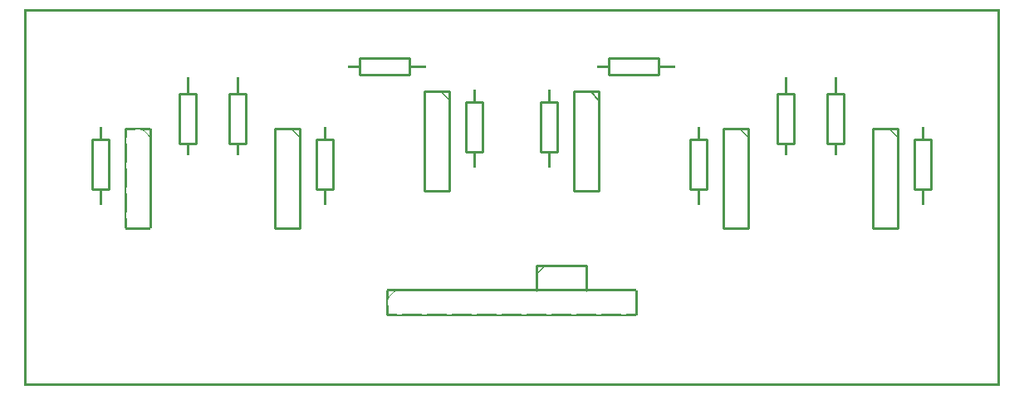
<source format=gbo>
G04 MADE WITH FRITZING*
G04 WWW.FRITZING.ORG*
G04 SINGLE SIDED*
G04 HOLES NOT PLATED*
G04 CONTOUR ON CENTER OF CONTOUR VECTOR*
%ASAXBY*%
%FSLAX23Y23*%
%MOIN*%
%OFA0B0*%
%SFA1.0B1.0*%
%ADD10C,0.010000*%
%ADD11C,0.005000*%
%ADD12R,0.001000X0.001000*%
%LNSILK0*%
G90*
G70*
G54D10*
X623Y1173D02*
X623Y973D01*
D02*
X623Y973D02*
X689Y973D01*
D02*
X689Y973D02*
X689Y1173D01*
D02*
X689Y1173D02*
X623Y1173D01*
D02*
X2906Y1033D02*
X2906Y633D01*
D02*
X2906Y633D02*
X2806Y633D01*
D02*
X2806Y633D02*
X2806Y1033D01*
D02*
X2806Y1033D02*
X2906Y1033D01*
D02*
X3506Y1033D02*
X3506Y633D01*
D02*
X3506Y633D02*
X3406Y633D01*
D02*
X3406Y633D02*
X3406Y1033D01*
D02*
X3406Y1033D02*
X3506Y1033D01*
D02*
X823Y1173D02*
X823Y973D01*
D02*
X823Y973D02*
X889Y973D01*
D02*
X889Y973D02*
X889Y1173D01*
D02*
X889Y1173D02*
X823Y1173D01*
D02*
X3023Y1173D02*
X3023Y973D01*
D02*
X3023Y973D02*
X3089Y973D01*
D02*
X3089Y973D02*
X3089Y1173D01*
D02*
X3089Y1173D02*
X3023Y1173D01*
D02*
X3223Y1173D02*
X3223Y973D01*
D02*
X3223Y973D02*
X3289Y973D01*
D02*
X3289Y973D02*
X3289Y1173D01*
D02*
X3289Y1173D02*
X3223Y1173D01*
D02*
X2546Y1316D02*
X2346Y1316D01*
D02*
X2346Y1316D02*
X2346Y1250D01*
D02*
X2346Y1250D02*
X2546Y1250D01*
D02*
X2546Y1250D02*
X2546Y1316D01*
D02*
X1546Y1316D02*
X1346Y1316D01*
D02*
X1346Y1316D02*
X1346Y1250D01*
D02*
X1346Y1250D02*
X1546Y1250D01*
D02*
X1546Y1250D02*
X1546Y1316D01*
D02*
X1239Y792D02*
X1239Y992D01*
D02*
X1239Y992D02*
X1173Y992D01*
D02*
X1173Y992D02*
X1173Y792D01*
D02*
X1173Y792D02*
X1239Y792D01*
D02*
X339Y792D02*
X339Y992D01*
D02*
X339Y992D02*
X273Y992D01*
D02*
X273Y992D02*
X273Y792D01*
D02*
X273Y792D02*
X339Y792D01*
D02*
X1839Y942D02*
X1839Y1142D01*
D02*
X1839Y1142D02*
X1773Y1142D01*
D02*
X1773Y1142D02*
X1773Y942D01*
D02*
X1773Y942D02*
X1839Y942D01*
D02*
X2139Y942D02*
X2139Y1142D01*
D02*
X2139Y1142D02*
X2073Y1142D01*
D02*
X2073Y1142D02*
X2073Y942D01*
D02*
X2073Y942D02*
X2139Y942D01*
D02*
X2739Y792D02*
X2739Y992D01*
D02*
X2739Y992D02*
X2673Y992D01*
D02*
X2673Y992D02*
X2673Y792D01*
D02*
X2673Y792D02*
X2739Y792D01*
D02*
X3639Y792D02*
X3639Y992D01*
D02*
X3639Y992D02*
X3573Y992D01*
D02*
X3573Y992D02*
X3573Y792D01*
D02*
X3573Y792D02*
X3639Y792D01*
D02*
X2306Y1183D02*
X2306Y783D01*
D02*
X2306Y783D02*
X2206Y783D01*
D02*
X2206Y783D02*
X2206Y1183D01*
D02*
X2206Y1183D02*
X2306Y1183D01*
G54D11*
D02*
X2306Y1148D02*
X2271Y1183D01*
G54D10*
D02*
X1706Y1183D02*
X1706Y783D01*
D02*
X1706Y783D02*
X1606Y783D01*
D02*
X1606Y783D02*
X1606Y1183D01*
D02*
X1606Y1183D02*
X1706Y1183D01*
D02*
X1106Y1033D02*
X1106Y633D01*
D02*
X1106Y633D02*
X1006Y633D01*
D02*
X1006Y633D02*
X1006Y1033D01*
D02*
X1006Y1033D02*
X1106Y1033D01*
D02*
X2056Y483D02*
X2256Y483D01*
D02*
X2256Y483D02*
X2256Y383D01*
D02*
X2056Y383D02*
X2056Y483D01*
G54D12*
X0Y1512D02*
X3914Y1512D01*
X0Y1511D02*
X3914Y1511D01*
X0Y1510D02*
X3914Y1510D01*
X0Y1509D02*
X3914Y1509D01*
X0Y1508D02*
X3914Y1508D01*
X0Y1507D02*
X3914Y1507D01*
X0Y1506D02*
X3914Y1506D01*
X0Y1505D02*
X3914Y1505D01*
X0Y1504D02*
X7Y1504D01*
X3907Y1504D02*
X3914Y1504D01*
X0Y1503D02*
X7Y1503D01*
X3907Y1503D02*
X3914Y1503D01*
X0Y1502D02*
X7Y1502D01*
X3907Y1502D02*
X3914Y1502D01*
X0Y1501D02*
X7Y1501D01*
X3907Y1501D02*
X3914Y1501D01*
X0Y1500D02*
X7Y1500D01*
X3907Y1500D02*
X3914Y1500D01*
X0Y1499D02*
X7Y1499D01*
X3907Y1499D02*
X3914Y1499D01*
X0Y1498D02*
X7Y1498D01*
X3907Y1498D02*
X3914Y1498D01*
X0Y1497D02*
X7Y1497D01*
X3907Y1497D02*
X3914Y1497D01*
X0Y1496D02*
X7Y1496D01*
X3907Y1496D02*
X3914Y1496D01*
X0Y1495D02*
X7Y1495D01*
X3907Y1495D02*
X3914Y1495D01*
X0Y1494D02*
X7Y1494D01*
X3907Y1494D02*
X3914Y1494D01*
X0Y1493D02*
X7Y1493D01*
X3907Y1493D02*
X3914Y1493D01*
X0Y1492D02*
X7Y1492D01*
X3907Y1492D02*
X3914Y1492D01*
X0Y1491D02*
X7Y1491D01*
X3907Y1491D02*
X3914Y1491D01*
X0Y1490D02*
X7Y1490D01*
X3907Y1490D02*
X3914Y1490D01*
X0Y1489D02*
X7Y1489D01*
X3907Y1489D02*
X3914Y1489D01*
X0Y1488D02*
X7Y1488D01*
X3907Y1488D02*
X3914Y1488D01*
X0Y1487D02*
X7Y1487D01*
X3907Y1487D02*
X3914Y1487D01*
X0Y1486D02*
X7Y1486D01*
X3907Y1486D02*
X3914Y1486D01*
X0Y1485D02*
X7Y1485D01*
X3907Y1485D02*
X3914Y1485D01*
X0Y1484D02*
X7Y1484D01*
X3907Y1484D02*
X3914Y1484D01*
X0Y1483D02*
X7Y1483D01*
X3907Y1483D02*
X3914Y1483D01*
X0Y1482D02*
X7Y1482D01*
X3907Y1482D02*
X3914Y1482D01*
X0Y1481D02*
X7Y1481D01*
X3907Y1481D02*
X3914Y1481D01*
X0Y1480D02*
X7Y1480D01*
X3907Y1480D02*
X3914Y1480D01*
X0Y1479D02*
X7Y1479D01*
X3907Y1479D02*
X3914Y1479D01*
X0Y1478D02*
X7Y1478D01*
X3907Y1478D02*
X3914Y1478D01*
X0Y1477D02*
X7Y1477D01*
X3907Y1477D02*
X3914Y1477D01*
X0Y1476D02*
X7Y1476D01*
X3907Y1476D02*
X3914Y1476D01*
X0Y1475D02*
X7Y1475D01*
X3907Y1475D02*
X3914Y1475D01*
X0Y1474D02*
X7Y1474D01*
X3907Y1474D02*
X3914Y1474D01*
X0Y1473D02*
X7Y1473D01*
X3907Y1473D02*
X3914Y1473D01*
X0Y1472D02*
X7Y1472D01*
X3907Y1472D02*
X3914Y1472D01*
X0Y1471D02*
X7Y1471D01*
X3907Y1471D02*
X3914Y1471D01*
X0Y1470D02*
X7Y1470D01*
X3907Y1470D02*
X3914Y1470D01*
X0Y1469D02*
X7Y1469D01*
X3907Y1469D02*
X3914Y1469D01*
X0Y1468D02*
X7Y1468D01*
X3907Y1468D02*
X3914Y1468D01*
X0Y1467D02*
X7Y1467D01*
X3907Y1467D02*
X3914Y1467D01*
X0Y1466D02*
X7Y1466D01*
X3907Y1466D02*
X3914Y1466D01*
X0Y1465D02*
X7Y1465D01*
X3907Y1465D02*
X3914Y1465D01*
X0Y1464D02*
X7Y1464D01*
X3907Y1464D02*
X3914Y1464D01*
X0Y1463D02*
X7Y1463D01*
X3907Y1463D02*
X3914Y1463D01*
X0Y1462D02*
X7Y1462D01*
X3907Y1462D02*
X3914Y1462D01*
X0Y1461D02*
X7Y1461D01*
X3907Y1461D02*
X3914Y1461D01*
X0Y1460D02*
X7Y1460D01*
X3907Y1460D02*
X3914Y1460D01*
X0Y1459D02*
X7Y1459D01*
X3907Y1459D02*
X3914Y1459D01*
X0Y1458D02*
X7Y1458D01*
X3907Y1458D02*
X3914Y1458D01*
X0Y1457D02*
X7Y1457D01*
X3907Y1457D02*
X3914Y1457D01*
X0Y1456D02*
X7Y1456D01*
X3907Y1456D02*
X3914Y1456D01*
X0Y1455D02*
X7Y1455D01*
X3907Y1455D02*
X3914Y1455D01*
X0Y1454D02*
X7Y1454D01*
X3907Y1454D02*
X3914Y1454D01*
X0Y1453D02*
X7Y1453D01*
X3907Y1453D02*
X3914Y1453D01*
X0Y1452D02*
X7Y1452D01*
X3907Y1452D02*
X3914Y1452D01*
X0Y1451D02*
X7Y1451D01*
X3907Y1451D02*
X3914Y1451D01*
X0Y1450D02*
X7Y1450D01*
X3907Y1450D02*
X3914Y1450D01*
X0Y1449D02*
X7Y1449D01*
X3907Y1449D02*
X3914Y1449D01*
X0Y1448D02*
X7Y1448D01*
X3907Y1448D02*
X3914Y1448D01*
X0Y1447D02*
X7Y1447D01*
X3907Y1447D02*
X3914Y1447D01*
X0Y1446D02*
X7Y1446D01*
X3907Y1446D02*
X3914Y1446D01*
X0Y1445D02*
X7Y1445D01*
X3907Y1445D02*
X3914Y1445D01*
X0Y1444D02*
X7Y1444D01*
X3907Y1444D02*
X3914Y1444D01*
X0Y1443D02*
X7Y1443D01*
X3907Y1443D02*
X3914Y1443D01*
X0Y1442D02*
X7Y1442D01*
X3907Y1442D02*
X3914Y1442D01*
X0Y1441D02*
X7Y1441D01*
X3907Y1441D02*
X3914Y1441D01*
X0Y1440D02*
X7Y1440D01*
X3907Y1440D02*
X3914Y1440D01*
X0Y1439D02*
X7Y1439D01*
X3907Y1439D02*
X3914Y1439D01*
X0Y1438D02*
X7Y1438D01*
X3907Y1438D02*
X3914Y1438D01*
X0Y1437D02*
X7Y1437D01*
X3907Y1437D02*
X3914Y1437D01*
X0Y1436D02*
X7Y1436D01*
X3907Y1436D02*
X3914Y1436D01*
X0Y1435D02*
X7Y1435D01*
X3907Y1435D02*
X3914Y1435D01*
X0Y1434D02*
X7Y1434D01*
X3907Y1434D02*
X3914Y1434D01*
X0Y1433D02*
X7Y1433D01*
X3907Y1433D02*
X3914Y1433D01*
X0Y1432D02*
X7Y1432D01*
X3907Y1432D02*
X3914Y1432D01*
X0Y1431D02*
X7Y1431D01*
X3907Y1431D02*
X3914Y1431D01*
X0Y1430D02*
X7Y1430D01*
X3907Y1430D02*
X3914Y1430D01*
X0Y1429D02*
X7Y1429D01*
X3907Y1429D02*
X3914Y1429D01*
X0Y1428D02*
X7Y1428D01*
X3907Y1428D02*
X3914Y1428D01*
X0Y1427D02*
X7Y1427D01*
X3907Y1427D02*
X3914Y1427D01*
X0Y1426D02*
X7Y1426D01*
X3907Y1426D02*
X3914Y1426D01*
X0Y1425D02*
X7Y1425D01*
X3907Y1425D02*
X3914Y1425D01*
X0Y1424D02*
X7Y1424D01*
X3907Y1424D02*
X3914Y1424D01*
X0Y1423D02*
X7Y1423D01*
X3907Y1423D02*
X3914Y1423D01*
X0Y1422D02*
X7Y1422D01*
X3907Y1422D02*
X3914Y1422D01*
X0Y1421D02*
X7Y1421D01*
X3907Y1421D02*
X3914Y1421D01*
X0Y1420D02*
X7Y1420D01*
X3907Y1420D02*
X3914Y1420D01*
X0Y1419D02*
X7Y1419D01*
X3907Y1419D02*
X3914Y1419D01*
X0Y1418D02*
X7Y1418D01*
X3907Y1418D02*
X3914Y1418D01*
X0Y1417D02*
X7Y1417D01*
X3907Y1417D02*
X3914Y1417D01*
X0Y1416D02*
X7Y1416D01*
X3907Y1416D02*
X3914Y1416D01*
X0Y1415D02*
X7Y1415D01*
X3907Y1415D02*
X3914Y1415D01*
X0Y1414D02*
X7Y1414D01*
X3907Y1414D02*
X3914Y1414D01*
X0Y1413D02*
X7Y1413D01*
X3907Y1413D02*
X3914Y1413D01*
X0Y1412D02*
X7Y1412D01*
X3907Y1412D02*
X3914Y1412D01*
X0Y1411D02*
X7Y1411D01*
X3907Y1411D02*
X3914Y1411D01*
X0Y1410D02*
X7Y1410D01*
X3907Y1410D02*
X3914Y1410D01*
X0Y1409D02*
X7Y1409D01*
X3907Y1409D02*
X3914Y1409D01*
X0Y1408D02*
X7Y1408D01*
X3907Y1408D02*
X3914Y1408D01*
X0Y1407D02*
X7Y1407D01*
X3907Y1407D02*
X3914Y1407D01*
X0Y1406D02*
X7Y1406D01*
X3907Y1406D02*
X3914Y1406D01*
X0Y1405D02*
X7Y1405D01*
X3907Y1405D02*
X3914Y1405D01*
X0Y1404D02*
X7Y1404D01*
X3907Y1404D02*
X3914Y1404D01*
X0Y1403D02*
X7Y1403D01*
X3907Y1403D02*
X3914Y1403D01*
X0Y1402D02*
X7Y1402D01*
X3907Y1402D02*
X3914Y1402D01*
X0Y1401D02*
X7Y1401D01*
X3907Y1401D02*
X3914Y1401D01*
X0Y1400D02*
X7Y1400D01*
X3907Y1400D02*
X3914Y1400D01*
X0Y1399D02*
X7Y1399D01*
X3907Y1399D02*
X3914Y1399D01*
X0Y1398D02*
X7Y1398D01*
X3907Y1398D02*
X3914Y1398D01*
X0Y1397D02*
X7Y1397D01*
X3907Y1397D02*
X3914Y1397D01*
X0Y1396D02*
X7Y1396D01*
X3907Y1396D02*
X3914Y1396D01*
X0Y1395D02*
X7Y1395D01*
X3907Y1395D02*
X3914Y1395D01*
X0Y1394D02*
X7Y1394D01*
X3907Y1394D02*
X3914Y1394D01*
X0Y1393D02*
X7Y1393D01*
X3907Y1393D02*
X3914Y1393D01*
X0Y1392D02*
X7Y1392D01*
X3907Y1392D02*
X3914Y1392D01*
X0Y1391D02*
X7Y1391D01*
X3907Y1391D02*
X3914Y1391D01*
X0Y1390D02*
X7Y1390D01*
X3907Y1390D02*
X3914Y1390D01*
X0Y1389D02*
X7Y1389D01*
X3907Y1389D02*
X3914Y1389D01*
X0Y1388D02*
X7Y1388D01*
X3907Y1388D02*
X3914Y1388D01*
X0Y1387D02*
X7Y1387D01*
X3907Y1387D02*
X3914Y1387D01*
X0Y1386D02*
X7Y1386D01*
X3907Y1386D02*
X3914Y1386D01*
X0Y1385D02*
X7Y1385D01*
X3907Y1385D02*
X3914Y1385D01*
X0Y1384D02*
X7Y1384D01*
X3907Y1384D02*
X3914Y1384D01*
X0Y1383D02*
X7Y1383D01*
X3907Y1383D02*
X3914Y1383D01*
X0Y1382D02*
X7Y1382D01*
X3907Y1382D02*
X3914Y1382D01*
X0Y1381D02*
X7Y1381D01*
X3907Y1381D02*
X3914Y1381D01*
X0Y1380D02*
X7Y1380D01*
X3907Y1380D02*
X3914Y1380D01*
X0Y1379D02*
X7Y1379D01*
X3907Y1379D02*
X3914Y1379D01*
X0Y1378D02*
X7Y1378D01*
X3907Y1378D02*
X3914Y1378D01*
X0Y1377D02*
X7Y1377D01*
X3907Y1377D02*
X3914Y1377D01*
X0Y1376D02*
X7Y1376D01*
X3907Y1376D02*
X3914Y1376D01*
X0Y1375D02*
X7Y1375D01*
X3907Y1375D02*
X3914Y1375D01*
X0Y1374D02*
X7Y1374D01*
X3907Y1374D02*
X3914Y1374D01*
X0Y1373D02*
X7Y1373D01*
X3907Y1373D02*
X3914Y1373D01*
X0Y1372D02*
X7Y1372D01*
X3907Y1372D02*
X3914Y1372D01*
X0Y1371D02*
X7Y1371D01*
X3907Y1371D02*
X3914Y1371D01*
X0Y1370D02*
X7Y1370D01*
X3907Y1370D02*
X3914Y1370D01*
X0Y1369D02*
X7Y1369D01*
X3907Y1369D02*
X3914Y1369D01*
X0Y1368D02*
X7Y1368D01*
X3907Y1368D02*
X3914Y1368D01*
X0Y1367D02*
X7Y1367D01*
X3907Y1367D02*
X3914Y1367D01*
X0Y1366D02*
X7Y1366D01*
X3907Y1366D02*
X3914Y1366D01*
X0Y1365D02*
X7Y1365D01*
X3907Y1365D02*
X3914Y1365D01*
X0Y1364D02*
X7Y1364D01*
X3907Y1364D02*
X3914Y1364D01*
X0Y1363D02*
X7Y1363D01*
X3907Y1363D02*
X3914Y1363D01*
X0Y1362D02*
X7Y1362D01*
X3907Y1362D02*
X3914Y1362D01*
X0Y1361D02*
X7Y1361D01*
X3907Y1361D02*
X3914Y1361D01*
X0Y1360D02*
X7Y1360D01*
X3907Y1360D02*
X3914Y1360D01*
X0Y1359D02*
X7Y1359D01*
X3907Y1359D02*
X3914Y1359D01*
X0Y1358D02*
X7Y1358D01*
X3907Y1358D02*
X3914Y1358D01*
X0Y1357D02*
X7Y1357D01*
X3907Y1357D02*
X3914Y1357D01*
X0Y1356D02*
X7Y1356D01*
X3907Y1356D02*
X3914Y1356D01*
X0Y1355D02*
X7Y1355D01*
X3907Y1355D02*
X3914Y1355D01*
X0Y1354D02*
X7Y1354D01*
X3907Y1354D02*
X3914Y1354D01*
X0Y1353D02*
X7Y1353D01*
X3907Y1353D02*
X3914Y1353D01*
X0Y1352D02*
X7Y1352D01*
X3907Y1352D02*
X3914Y1352D01*
X0Y1351D02*
X7Y1351D01*
X3907Y1351D02*
X3914Y1351D01*
X0Y1350D02*
X7Y1350D01*
X3907Y1350D02*
X3914Y1350D01*
X0Y1349D02*
X7Y1349D01*
X3907Y1349D02*
X3914Y1349D01*
X0Y1348D02*
X7Y1348D01*
X3907Y1348D02*
X3914Y1348D01*
X0Y1347D02*
X7Y1347D01*
X3907Y1347D02*
X3914Y1347D01*
X0Y1346D02*
X7Y1346D01*
X3907Y1346D02*
X3914Y1346D01*
X0Y1345D02*
X7Y1345D01*
X3907Y1345D02*
X3914Y1345D01*
X0Y1344D02*
X7Y1344D01*
X3907Y1344D02*
X3914Y1344D01*
X0Y1343D02*
X7Y1343D01*
X3907Y1343D02*
X3914Y1343D01*
X0Y1342D02*
X7Y1342D01*
X3907Y1342D02*
X3914Y1342D01*
X0Y1341D02*
X7Y1341D01*
X3907Y1341D02*
X3914Y1341D01*
X0Y1340D02*
X7Y1340D01*
X3907Y1340D02*
X3914Y1340D01*
X0Y1339D02*
X7Y1339D01*
X3907Y1339D02*
X3914Y1339D01*
X0Y1338D02*
X7Y1338D01*
X3907Y1338D02*
X3914Y1338D01*
X0Y1337D02*
X7Y1337D01*
X3907Y1337D02*
X3914Y1337D01*
X0Y1336D02*
X7Y1336D01*
X3907Y1336D02*
X3914Y1336D01*
X0Y1335D02*
X7Y1335D01*
X3907Y1335D02*
X3914Y1335D01*
X0Y1334D02*
X7Y1334D01*
X3907Y1334D02*
X3914Y1334D01*
X0Y1333D02*
X7Y1333D01*
X3907Y1333D02*
X3914Y1333D01*
X0Y1332D02*
X7Y1332D01*
X3907Y1332D02*
X3914Y1332D01*
X0Y1331D02*
X7Y1331D01*
X3907Y1331D02*
X3914Y1331D01*
X0Y1330D02*
X7Y1330D01*
X3907Y1330D02*
X3914Y1330D01*
X0Y1329D02*
X7Y1329D01*
X3907Y1329D02*
X3914Y1329D01*
X0Y1328D02*
X7Y1328D01*
X3907Y1328D02*
X3914Y1328D01*
X0Y1327D02*
X7Y1327D01*
X3907Y1327D02*
X3914Y1327D01*
X0Y1326D02*
X7Y1326D01*
X3907Y1326D02*
X3914Y1326D01*
X0Y1325D02*
X7Y1325D01*
X3907Y1325D02*
X3914Y1325D01*
X0Y1324D02*
X7Y1324D01*
X3907Y1324D02*
X3914Y1324D01*
X0Y1323D02*
X7Y1323D01*
X3907Y1323D02*
X3914Y1323D01*
X0Y1322D02*
X7Y1322D01*
X3907Y1322D02*
X3914Y1322D01*
X0Y1321D02*
X7Y1321D01*
X3907Y1321D02*
X3914Y1321D01*
X0Y1320D02*
X7Y1320D01*
X3907Y1320D02*
X3914Y1320D01*
X0Y1319D02*
X7Y1319D01*
X3907Y1319D02*
X3914Y1319D01*
X0Y1318D02*
X7Y1318D01*
X3907Y1318D02*
X3914Y1318D01*
X0Y1317D02*
X7Y1317D01*
X3907Y1317D02*
X3914Y1317D01*
X0Y1316D02*
X7Y1316D01*
X3907Y1316D02*
X3914Y1316D01*
X0Y1315D02*
X7Y1315D01*
X3907Y1315D02*
X3914Y1315D01*
X0Y1314D02*
X7Y1314D01*
X3907Y1314D02*
X3914Y1314D01*
X0Y1313D02*
X7Y1313D01*
X3907Y1313D02*
X3914Y1313D01*
X0Y1312D02*
X7Y1312D01*
X3907Y1312D02*
X3914Y1312D01*
X0Y1311D02*
X7Y1311D01*
X3907Y1311D02*
X3914Y1311D01*
X0Y1310D02*
X7Y1310D01*
X3907Y1310D02*
X3914Y1310D01*
X0Y1309D02*
X7Y1309D01*
X3907Y1309D02*
X3914Y1309D01*
X0Y1308D02*
X7Y1308D01*
X3907Y1308D02*
X3914Y1308D01*
X0Y1307D02*
X7Y1307D01*
X3907Y1307D02*
X3914Y1307D01*
X0Y1306D02*
X7Y1306D01*
X3907Y1306D02*
X3914Y1306D01*
X0Y1305D02*
X7Y1305D01*
X3907Y1305D02*
X3914Y1305D01*
X0Y1304D02*
X7Y1304D01*
X3907Y1304D02*
X3914Y1304D01*
X0Y1303D02*
X7Y1303D01*
X3907Y1303D02*
X3914Y1303D01*
X0Y1302D02*
X7Y1302D01*
X3907Y1302D02*
X3914Y1302D01*
X0Y1301D02*
X7Y1301D01*
X3907Y1301D02*
X3914Y1301D01*
X0Y1300D02*
X7Y1300D01*
X3907Y1300D02*
X3914Y1300D01*
X0Y1299D02*
X7Y1299D01*
X3907Y1299D02*
X3914Y1299D01*
X0Y1298D02*
X7Y1298D01*
X3907Y1298D02*
X3914Y1298D01*
X0Y1297D02*
X7Y1297D01*
X3907Y1297D02*
X3914Y1297D01*
X0Y1296D02*
X7Y1296D01*
X3907Y1296D02*
X3914Y1296D01*
X0Y1295D02*
X7Y1295D01*
X3907Y1295D02*
X3914Y1295D01*
X0Y1294D02*
X7Y1294D01*
X3907Y1294D02*
X3914Y1294D01*
X0Y1293D02*
X7Y1293D01*
X3907Y1293D02*
X3914Y1293D01*
X0Y1292D02*
X7Y1292D01*
X3907Y1292D02*
X3914Y1292D01*
X0Y1291D02*
X7Y1291D01*
X3907Y1291D02*
X3914Y1291D01*
X0Y1290D02*
X7Y1290D01*
X3907Y1290D02*
X3914Y1290D01*
X0Y1289D02*
X7Y1289D01*
X3907Y1289D02*
X3914Y1289D01*
X0Y1288D02*
X7Y1288D01*
X1298Y1288D02*
X1345Y1288D01*
X1546Y1288D02*
X1612Y1288D01*
X2298Y1288D02*
X2345Y1288D01*
X2546Y1288D02*
X2612Y1288D01*
X3907Y1288D02*
X3914Y1288D01*
X0Y1287D02*
X7Y1287D01*
X1298Y1287D02*
X1345Y1287D01*
X1546Y1287D02*
X1612Y1287D01*
X2298Y1287D02*
X2345Y1287D01*
X2546Y1287D02*
X2612Y1287D01*
X3907Y1287D02*
X3914Y1287D01*
X0Y1286D02*
X7Y1286D01*
X1298Y1286D02*
X1345Y1286D01*
X1546Y1286D02*
X1612Y1286D01*
X2298Y1286D02*
X2345Y1286D01*
X2546Y1286D02*
X2612Y1286D01*
X3907Y1286D02*
X3914Y1286D01*
X0Y1285D02*
X7Y1285D01*
X1298Y1285D02*
X1345Y1285D01*
X1546Y1285D02*
X1612Y1285D01*
X2298Y1285D02*
X2345Y1285D01*
X2546Y1285D02*
X2612Y1285D01*
X3907Y1285D02*
X3914Y1285D01*
X0Y1284D02*
X7Y1284D01*
X1298Y1284D02*
X1345Y1284D01*
X1546Y1284D02*
X1612Y1284D01*
X2298Y1284D02*
X2345Y1284D01*
X2546Y1284D02*
X2612Y1284D01*
X3907Y1284D02*
X3914Y1284D01*
X0Y1283D02*
X7Y1283D01*
X1298Y1283D02*
X1345Y1283D01*
X1546Y1283D02*
X1612Y1283D01*
X2298Y1283D02*
X2345Y1283D01*
X2546Y1283D02*
X2612Y1283D01*
X3907Y1283D02*
X3914Y1283D01*
X0Y1282D02*
X7Y1282D01*
X1298Y1282D02*
X1345Y1282D01*
X1546Y1282D02*
X1612Y1282D01*
X2298Y1282D02*
X2345Y1282D01*
X2546Y1282D02*
X2612Y1282D01*
X3907Y1282D02*
X3914Y1282D01*
X0Y1281D02*
X7Y1281D01*
X1298Y1281D02*
X1345Y1281D01*
X1546Y1281D02*
X1612Y1281D01*
X2298Y1281D02*
X2345Y1281D01*
X2546Y1281D02*
X2612Y1281D01*
X3907Y1281D02*
X3914Y1281D01*
X0Y1280D02*
X7Y1280D01*
X1298Y1280D02*
X1345Y1280D01*
X1546Y1280D02*
X1612Y1280D01*
X2298Y1280D02*
X2345Y1280D01*
X2546Y1280D02*
X2612Y1280D01*
X3907Y1280D02*
X3914Y1280D01*
X0Y1279D02*
X7Y1279D01*
X1298Y1279D02*
X1345Y1279D01*
X1546Y1279D02*
X1612Y1279D01*
X2298Y1279D02*
X2345Y1279D01*
X2546Y1279D02*
X2612Y1279D01*
X3907Y1279D02*
X3914Y1279D01*
X0Y1278D02*
X7Y1278D01*
X3907Y1278D02*
X3914Y1278D01*
X0Y1277D02*
X7Y1277D01*
X3907Y1277D02*
X3914Y1277D01*
X0Y1276D02*
X7Y1276D01*
X3907Y1276D02*
X3914Y1276D01*
X0Y1275D02*
X7Y1275D01*
X3907Y1275D02*
X3914Y1275D01*
X0Y1274D02*
X7Y1274D01*
X3907Y1274D02*
X3914Y1274D01*
X0Y1273D02*
X7Y1273D01*
X3907Y1273D02*
X3914Y1273D01*
X0Y1272D02*
X7Y1272D01*
X3907Y1272D02*
X3914Y1272D01*
X0Y1271D02*
X7Y1271D01*
X3907Y1271D02*
X3914Y1271D01*
X0Y1270D02*
X7Y1270D01*
X3907Y1270D02*
X3914Y1270D01*
X0Y1269D02*
X7Y1269D01*
X3907Y1269D02*
X3914Y1269D01*
X0Y1268D02*
X7Y1268D01*
X3907Y1268D02*
X3914Y1268D01*
X0Y1267D02*
X7Y1267D01*
X3907Y1267D02*
X3914Y1267D01*
X0Y1266D02*
X7Y1266D01*
X3907Y1266D02*
X3914Y1266D01*
X0Y1265D02*
X7Y1265D01*
X3907Y1265D02*
X3914Y1265D01*
X0Y1264D02*
X7Y1264D01*
X3907Y1264D02*
X3914Y1264D01*
X0Y1263D02*
X7Y1263D01*
X3907Y1263D02*
X3914Y1263D01*
X0Y1262D02*
X7Y1262D01*
X3907Y1262D02*
X3914Y1262D01*
X0Y1261D02*
X7Y1261D01*
X3907Y1261D02*
X3914Y1261D01*
X0Y1260D02*
X7Y1260D01*
X3907Y1260D02*
X3914Y1260D01*
X0Y1259D02*
X7Y1259D01*
X3907Y1259D02*
X3914Y1259D01*
X0Y1258D02*
X7Y1258D01*
X3907Y1258D02*
X3914Y1258D01*
X0Y1257D02*
X7Y1257D01*
X3907Y1257D02*
X3914Y1257D01*
X0Y1256D02*
X7Y1256D01*
X3907Y1256D02*
X3914Y1256D01*
X0Y1255D02*
X7Y1255D01*
X3907Y1255D02*
X3914Y1255D01*
X0Y1254D02*
X7Y1254D01*
X3907Y1254D02*
X3914Y1254D01*
X0Y1253D02*
X7Y1253D01*
X3907Y1253D02*
X3914Y1253D01*
X0Y1252D02*
X7Y1252D01*
X3907Y1252D02*
X3914Y1252D01*
X0Y1251D02*
X7Y1251D01*
X3907Y1251D02*
X3914Y1251D01*
X0Y1250D02*
X7Y1250D01*
X3907Y1250D02*
X3914Y1250D01*
X0Y1249D02*
X7Y1249D01*
X3907Y1249D02*
X3914Y1249D01*
X0Y1248D02*
X7Y1248D01*
X3907Y1248D02*
X3914Y1248D01*
X0Y1247D02*
X7Y1247D01*
X3907Y1247D02*
X3914Y1247D01*
X0Y1246D02*
X7Y1246D01*
X3907Y1246D02*
X3914Y1246D01*
X0Y1245D02*
X7Y1245D01*
X3907Y1245D02*
X3914Y1245D01*
X0Y1244D02*
X7Y1244D01*
X3907Y1244D02*
X3914Y1244D01*
X0Y1243D02*
X7Y1243D01*
X3907Y1243D02*
X3914Y1243D01*
X0Y1242D02*
X7Y1242D01*
X3907Y1242D02*
X3914Y1242D01*
X0Y1241D02*
X7Y1241D01*
X651Y1241D02*
X660Y1241D01*
X851Y1241D02*
X860Y1241D01*
X3051Y1241D02*
X3060Y1241D01*
X3251Y1241D02*
X3260Y1241D01*
X3907Y1241D02*
X3914Y1241D01*
X0Y1240D02*
X7Y1240D01*
X651Y1240D02*
X660Y1240D01*
X851Y1240D02*
X860Y1240D01*
X3051Y1240D02*
X3060Y1240D01*
X3251Y1240D02*
X3260Y1240D01*
X3907Y1240D02*
X3914Y1240D01*
X0Y1239D02*
X7Y1239D01*
X651Y1239D02*
X660Y1239D01*
X851Y1239D02*
X860Y1239D01*
X3051Y1239D02*
X3060Y1239D01*
X3251Y1239D02*
X3260Y1239D01*
X3907Y1239D02*
X3914Y1239D01*
X0Y1238D02*
X7Y1238D01*
X651Y1238D02*
X660Y1238D01*
X851Y1238D02*
X860Y1238D01*
X3051Y1238D02*
X3060Y1238D01*
X3251Y1238D02*
X3260Y1238D01*
X3907Y1238D02*
X3914Y1238D01*
X0Y1237D02*
X7Y1237D01*
X651Y1237D02*
X660Y1237D01*
X851Y1237D02*
X860Y1237D01*
X3051Y1237D02*
X3060Y1237D01*
X3251Y1237D02*
X3260Y1237D01*
X3907Y1237D02*
X3914Y1237D01*
X0Y1236D02*
X7Y1236D01*
X651Y1236D02*
X660Y1236D01*
X851Y1236D02*
X860Y1236D01*
X3051Y1236D02*
X3060Y1236D01*
X3251Y1236D02*
X3260Y1236D01*
X3907Y1236D02*
X3914Y1236D01*
X0Y1235D02*
X7Y1235D01*
X651Y1235D02*
X660Y1235D01*
X851Y1235D02*
X860Y1235D01*
X3051Y1235D02*
X3060Y1235D01*
X3251Y1235D02*
X3260Y1235D01*
X3907Y1235D02*
X3914Y1235D01*
X0Y1234D02*
X7Y1234D01*
X651Y1234D02*
X660Y1234D01*
X851Y1234D02*
X860Y1234D01*
X3051Y1234D02*
X3060Y1234D01*
X3251Y1234D02*
X3260Y1234D01*
X3907Y1234D02*
X3914Y1234D01*
X0Y1233D02*
X7Y1233D01*
X651Y1233D02*
X660Y1233D01*
X851Y1233D02*
X860Y1233D01*
X3051Y1233D02*
X3060Y1233D01*
X3251Y1233D02*
X3260Y1233D01*
X3907Y1233D02*
X3914Y1233D01*
X0Y1232D02*
X7Y1232D01*
X651Y1232D02*
X660Y1232D01*
X851Y1232D02*
X860Y1232D01*
X3051Y1232D02*
X3060Y1232D01*
X3251Y1232D02*
X3260Y1232D01*
X3907Y1232D02*
X3914Y1232D01*
X0Y1231D02*
X7Y1231D01*
X651Y1231D02*
X660Y1231D01*
X851Y1231D02*
X860Y1231D01*
X3051Y1231D02*
X3060Y1231D01*
X3251Y1231D02*
X3260Y1231D01*
X3907Y1231D02*
X3914Y1231D01*
X0Y1230D02*
X7Y1230D01*
X651Y1230D02*
X660Y1230D01*
X851Y1230D02*
X860Y1230D01*
X3051Y1230D02*
X3060Y1230D01*
X3251Y1230D02*
X3260Y1230D01*
X3907Y1230D02*
X3914Y1230D01*
X0Y1229D02*
X7Y1229D01*
X651Y1229D02*
X660Y1229D01*
X851Y1229D02*
X860Y1229D01*
X3051Y1229D02*
X3060Y1229D01*
X3251Y1229D02*
X3260Y1229D01*
X3907Y1229D02*
X3914Y1229D01*
X0Y1228D02*
X7Y1228D01*
X651Y1228D02*
X660Y1228D01*
X851Y1228D02*
X860Y1228D01*
X3051Y1228D02*
X3060Y1228D01*
X3251Y1228D02*
X3260Y1228D01*
X3907Y1228D02*
X3914Y1228D01*
X0Y1227D02*
X7Y1227D01*
X651Y1227D02*
X660Y1227D01*
X851Y1227D02*
X860Y1227D01*
X3051Y1227D02*
X3060Y1227D01*
X3251Y1227D02*
X3260Y1227D01*
X3907Y1227D02*
X3914Y1227D01*
X0Y1226D02*
X7Y1226D01*
X651Y1226D02*
X660Y1226D01*
X851Y1226D02*
X860Y1226D01*
X3051Y1226D02*
X3060Y1226D01*
X3251Y1226D02*
X3260Y1226D01*
X3907Y1226D02*
X3914Y1226D01*
X0Y1225D02*
X7Y1225D01*
X651Y1225D02*
X660Y1225D01*
X851Y1225D02*
X860Y1225D01*
X3051Y1225D02*
X3060Y1225D01*
X3251Y1225D02*
X3260Y1225D01*
X3907Y1225D02*
X3914Y1225D01*
X0Y1224D02*
X7Y1224D01*
X651Y1224D02*
X660Y1224D01*
X851Y1224D02*
X860Y1224D01*
X3051Y1224D02*
X3060Y1224D01*
X3251Y1224D02*
X3260Y1224D01*
X3907Y1224D02*
X3914Y1224D01*
X0Y1223D02*
X7Y1223D01*
X651Y1223D02*
X660Y1223D01*
X851Y1223D02*
X860Y1223D01*
X3051Y1223D02*
X3060Y1223D01*
X3251Y1223D02*
X3260Y1223D01*
X3907Y1223D02*
X3914Y1223D01*
X0Y1222D02*
X7Y1222D01*
X651Y1222D02*
X660Y1222D01*
X851Y1222D02*
X860Y1222D01*
X3051Y1222D02*
X3060Y1222D01*
X3251Y1222D02*
X3260Y1222D01*
X3907Y1222D02*
X3914Y1222D01*
X0Y1221D02*
X7Y1221D01*
X651Y1221D02*
X660Y1221D01*
X851Y1221D02*
X860Y1221D01*
X3051Y1221D02*
X3060Y1221D01*
X3251Y1221D02*
X3260Y1221D01*
X3907Y1221D02*
X3914Y1221D01*
X0Y1220D02*
X7Y1220D01*
X651Y1220D02*
X660Y1220D01*
X851Y1220D02*
X860Y1220D01*
X3051Y1220D02*
X3060Y1220D01*
X3251Y1220D02*
X3260Y1220D01*
X3907Y1220D02*
X3914Y1220D01*
X0Y1219D02*
X7Y1219D01*
X651Y1219D02*
X660Y1219D01*
X851Y1219D02*
X860Y1219D01*
X3051Y1219D02*
X3060Y1219D01*
X3251Y1219D02*
X3260Y1219D01*
X3907Y1219D02*
X3914Y1219D01*
X0Y1218D02*
X7Y1218D01*
X651Y1218D02*
X660Y1218D01*
X851Y1218D02*
X860Y1218D01*
X3051Y1218D02*
X3060Y1218D01*
X3251Y1218D02*
X3260Y1218D01*
X3907Y1218D02*
X3914Y1218D01*
X0Y1217D02*
X7Y1217D01*
X651Y1217D02*
X660Y1217D01*
X851Y1217D02*
X860Y1217D01*
X3051Y1217D02*
X3060Y1217D01*
X3251Y1217D02*
X3260Y1217D01*
X3907Y1217D02*
X3914Y1217D01*
X0Y1216D02*
X7Y1216D01*
X651Y1216D02*
X660Y1216D01*
X851Y1216D02*
X860Y1216D01*
X3051Y1216D02*
X3060Y1216D01*
X3251Y1216D02*
X3260Y1216D01*
X3907Y1216D02*
X3914Y1216D01*
X0Y1215D02*
X7Y1215D01*
X651Y1215D02*
X660Y1215D01*
X851Y1215D02*
X860Y1215D01*
X3051Y1215D02*
X3060Y1215D01*
X3251Y1215D02*
X3260Y1215D01*
X3907Y1215D02*
X3914Y1215D01*
X0Y1214D02*
X7Y1214D01*
X651Y1214D02*
X660Y1214D01*
X851Y1214D02*
X860Y1214D01*
X3051Y1214D02*
X3060Y1214D01*
X3251Y1214D02*
X3260Y1214D01*
X3907Y1214D02*
X3914Y1214D01*
X0Y1213D02*
X7Y1213D01*
X651Y1213D02*
X660Y1213D01*
X851Y1213D02*
X860Y1213D01*
X3051Y1213D02*
X3060Y1213D01*
X3251Y1213D02*
X3260Y1213D01*
X3907Y1213D02*
X3914Y1213D01*
X0Y1212D02*
X7Y1212D01*
X651Y1212D02*
X660Y1212D01*
X851Y1212D02*
X860Y1212D01*
X3051Y1212D02*
X3060Y1212D01*
X3251Y1212D02*
X3260Y1212D01*
X3907Y1212D02*
X3914Y1212D01*
X0Y1211D02*
X7Y1211D01*
X651Y1211D02*
X660Y1211D01*
X851Y1211D02*
X860Y1211D01*
X3051Y1211D02*
X3060Y1211D01*
X3251Y1211D02*
X3260Y1211D01*
X3907Y1211D02*
X3914Y1211D01*
X0Y1210D02*
X7Y1210D01*
X651Y1210D02*
X660Y1210D01*
X851Y1210D02*
X860Y1210D01*
X3051Y1210D02*
X3060Y1210D01*
X3251Y1210D02*
X3260Y1210D01*
X3907Y1210D02*
X3914Y1210D01*
X0Y1209D02*
X7Y1209D01*
X651Y1209D02*
X660Y1209D01*
X851Y1209D02*
X860Y1209D01*
X3051Y1209D02*
X3060Y1209D01*
X3251Y1209D02*
X3260Y1209D01*
X3907Y1209D02*
X3914Y1209D01*
X0Y1208D02*
X7Y1208D01*
X651Y1208D02*
X660Y1208D01*
X851Y1208D02*
X860Y1208D01*
X3051Y1208D02*
X3060Y1208D01*
X3251Y1208D02*
X3260Y1208D01*
X3907Y1208D02*
X3914Y1208D01*
X0Y1207D02*
X7Y1207D01*
X651Y1207D02*
X660Y1207D01*
X851Y1207D02*
X860Y1207D01*
X3051Y1207D02*
X3060Y1207D01*
X3251Y1207D02*
X3260Y1207D01*
X3907Y1207D02*
X3914Y1207D01*
X0Y1206D02*
X7Y1206D01*
X651Y1206D02*
X660Y1206D01*
X851Y1206D02*
X860Y1206D01*
X3051Y1206D02*
X3060Y1206D01*
X3251Y1206D02*
X3260Y1206D01*
X3907Y1206D02*
X3914Y1206D01*
X0Y1205D02*
X7Y1205D01*
X651Y1205D02*
X660Y1205D01*
X851Y1205D02*
X860Y1205D01*
X3051Y1205D02*
X3060Y1205D01*
X3251Y1205D02*
X3260Y1205D01*
X3907Y1205D02*
X3914Y1205D01*
X0Y1204D02*
X7Y1204D01*
X651Y1204D02*
X660Y1204D01*
X851Y1204D02*
X860Y1204D01*
X3051Y1204D02*
X3060Y1204D01*
X3251Y1204D02*
X3260Y1204D01*
X3907Y1204D02*
X3914Y1204D01*
X0Y1203D02*
X7Y1203D01*
X651Y1203D02*
X660Y1203D01*
X851Y1203D02*
X860Y1203D01*
X3051Y1203D02*
X3060Y1203D01*
X3251Y1203D02*
X3260Y1203D01*
X3907Y1203D02*
X3914Y1203D01*
X0Y1202D02*
X7Y1202D01*
X651Y1202D02*
X660Y1202D01*
X851Y1202D02*
X860Y1202D01*
X3051Y1202D02*
X3060Y1202D01*
X3251Y1202D02*
X3260Y1202D01*
X3907Y1202D02*
X3914Y1202D01*
X0Y1201D02*
X7Y1201D01*
X651Y1201D02*
X660Y1201D01*
X851Y1201D02*
X860Y1201D01*
X3051Y1201D02*
X3060Y1201D01*
X3251Y1201D02*
X3260Y1201D01*
X3907Y1201D02*
X3914Y1201D01*
X0Y1200D02*
X7Y1200D01*
X651Y1200D02*
X660Y1200D01*
X851Y1200D02*
X860Y1200D01*
X3051Y1200D02*
X3060Y1200D01*
X3251Y1200D02*
X3260Y1200D01*
X3907Y1200D02*
X3914Y1200D01*
X0Y1199D02*
X7Y1199D01*
X651Y1199D02*
X660Y1199D01*
X851Y1199D02*
X860Y1199D01*
X3051Y1199D02*
X3060Y1199D01*
X3251Y1199D02*
X3260Y1199D01*
X3907Y1199D02*
X3914Y1199D01*
X0Y1198D02*
X7Y1198D01*
X651Y1198D02*
X660Y1198D01*
X851Y1198D02*
X860Y1198D01*
X3051Y1198D02*
X3060Y1198D01*
X3251Y1198D02*
X3260Y1198D01*
X3907Y1198D02*
X3914Y1198D01*
X0Y1197D02*
X7Y1197D01*
X651Y1197D02*
X660Y1197D01*
X851Y1197D02*
X860Y1197D01*
X3051Y1197D02*
X3060Y1197D01*
X3251Y1197D02*
X3260Y1197D01*
X3907Y1197D02*
X3914Y1197D01*
X0Y1196D02*
X7Y1196D01*
X651Y1196D02*
X660Y1196D01*
X851Y1196D02*
X860Y1196D01*
X3051Y1196D02*
X3060Y1196D01*
X3251Y1196D02*
X3260Y1196D01*
X3907Y1196D02*
X3914Y1196D01*
X0Y1195D02*
X7Y1195D01*
X651Y1195D02*
X660Y1195D01*
X851Y1195D02*
X860Y1195D01*
X3051Y1195D02*
X3060Y1195D01*
X3251Y1195D02*
X3260Y1195D01*
X3907Y1195D02*
X3914Y1195D01*
X0Y1194D02*
X7Y1194D01*
X651Y1194D02*
X660Y1194D01*
X851Y1194D02*
X860Y1194D01*
X3051Y1194D02*
X3060Y1194D01*
X3251Y1194D02*
X3260Y1194D01*
X3907Y1194D02*
X3914Y1194D01*
X0Y1193D02*
X7Y1193D01*
X651Y1193D02*
X660Y1193D01*
X851Y1193D02*
X860Y1193D01*
X3051Y1193D02*
X3060Y1193D01*
X3251Y1193D02*
X3260Y1193D01*
X3907Y1193D02*
X3914Y1193D01*
X0Y1192D02*
X7Y1192D01*
X651Y1192D02*
X660Y1192D01*
X851Y1192D02*
X860Y1192D01*
X3051Y1192D02*
X3060Y1192D01*
X3251Y1192D02*
X3260Y1192D01*
X3907Y1192D02*
X3914Y1192D01*
X0Y1191D02*
X7Y1191D01*
X651Y1191D02*
X660Y1191D01*
X851Y1191D02*
X860Y1191D01*
X1801Y1191D02*
X1810Y1191D01*
X2101Y1191D02*
X2110Y1191D01*
X3051Y1191D02*
X3060Y1191D01*
X3251Y1191D02*
X3260Y1191D01*
X3907Y1191D02*
X3914Y1191D01*
X0Y1190D02*
X7Y1190D01*
X651Y1190D02*
X660Y1190D01*
X851Y1190D02*
X860Y1190D01*
X1801Y1190D02*
X1810Y1190D01*
X2101Y1190D02*
X2110Y1190D01*
X3051Y1190D02*
X3060Y1190D01*
X3251Y1190D02*
X3260Y1190D01*
X3907Y1190D02*
X3914Y1190D01*
X0Y1189D02*
X7Y1189D01*
X651Y1189D02*
X660Y1189D01*
X851Y1189D02*
X860Y1189D01*
X1801Y1189D02*
X1810Y1189D01*
X2101Y1189D02*
X2110Y1189D01*
X3051Y1189D02*
X3060Y1189D01*
X3251Y1189D02*
X3260Y1189D01*
X3907Y1189D02*
X3914Y1189D01*
X0Y1188D02*
X7Y1188D01*
X651Y1188D02*
X660Y1188D01*
X851Y1188D02*
X860Y1188D01*
X1801Y1188D02*
X1810Y1188D01*
X2101Y1188D02*
X2110Y1188D01*
X3051Y1188D02*
X3060Y1188D01*
X3251Y1188D02*
X3260Y1188D01*
X3907Y1188D02*
X3914Y1188D01*
X0Y1187D02*
X7Y1187D01*
X651Y1187D02*
X660Y1187D01*
X851Y1187D02*
X860Y1187D01*
X1801Y1187D02*
X1810Y1187D01*
X2101Y1187D02*
X2110Y1187D01*
X3051Y1187D02*
X3060Y1187D01*
X3251Y1187D02*
X3260Y1187D01*
X3907Y1187D02*
X3914Y1187D01*
X0Y1186D02*
X7Y1186D01*
X651Y1186D02*
X660Y1186D01*
X851Y1186D02*
X860Y1186D01*
X1801Y1186D02*
X1810Y1186D01*
X2101Y1186D02*
X2110Y1186D01*
X3051Y1186D02*
X3060Y1186D01*
X3251Y1186D02*
X3260Y1186D01*
X3907Y1186D02*
X3914Y1186D01*
X0Y1185D02*
X7Y1185D01*
X651Y1185D02*
X660Y1185D01*
X851Y1185D02*
X860Y1185D01*
X1672Y1185D02*
X1672Y1185D01*
X1801Y1185D02*
X1810Y1185D01*
X2101Y1185D02*
X2110Y1185D01*
X3051Y1185D02*
X3060Y1185D01*
X3251Y1185D02*
X3260Y1185D01*
X3907Y1185D02*
X3914Y1185D01*
X0Y1184D02*
X7Y1184D01*
X651Y1184D02*
X660Y1184D01*
X851Y1184D02*
X860Y1184D01*
X1671Y1184D02*
X1673Y1184D01*
X1801Y1184D02*
X1810Y1184D01*
X2101Y1184D02*
X2110Y1184D01*
X3051Y1184D02*
X3060Y1184D01*
X3251Y1184D02*
X3260Y1184D01*
X3907Y1184D02*
X3914Y1184D01*
X0Y1183D02*
X7Y1183D01*
X651Y1183D02*
X660Y1183D01*
X851Y1183D02*
X860Y1183D01*
X1670Y1183D02*
X1674Y1183D01*
X1801Y1183D02*
X1810Y1183D01*
X2101Y1183D02*
X2110Y1183D01*
X3051Y1183D02*
X3060Y1183D01*
X3251Y1183D02*
X3260Y1183D01*
X3907Y1183D02*
X3914Y1183D01*
X0Y1182D02*
X7Y1182D01*
X651Y1182D02*
X660Y1182D01*
X851Y1182D02*
X860Y1182D01*
X1669Y1182D02*
X1675Y1182D01*
X1801Y1182D02*
X1810Y1182D01*
X2101Y1182D02*
X2110Y1182D01*
X3051Y1182D02*
X3060Y1182D01*
X3251Y1182D02*
X3260Y1182D01*
X3907Y1182D02*
X3914Y1182D01*
X0Y1181D02*
X7Y1181D01*
X651Y1181D02*
X660Y1181D01*
X851Y1181D02*
X860Y1181D01*
X1670Y1181D02*
X1676Y1181D01*
X1801Y1181D02*
X1810Y1181D01*
X2101Y1181D02*
X2110Y1181D01*
X3051Y1181D02*
X3060Y1181D01*
X3251Y1181D02*
X3260Y1181D01*
X3907Y1181D02*
X3914Y1181D01*
X0Y1180D02*
X7Y1180D01*
X651Y1180D02*
X660Y1180D01*
X851Y1180D02*
X860Y1180D01*
X1671Y1180D02*
X1677Y1180D01*
X1801Y1180D02*
X1810Y1180D01*
X2101Y1180D02*
X2110Y1180D01*
X3051Y1180D02*
X3060Y1180D01*
X3251Y1180D02*
X3260Y1180D01*
X3907Y1180D02*
X3914Y1180D01*
X0Y1179D02*
X7Y1179D01*
X651Y1179D02*
X660Y1179D01*
X851Y1179D02*
X860Y1179D01*
X1672Y1179D02*
X1678Y1179D01*
X1801Y1179D02*
X1810Y1179D01*
X2101Y1179D02*
X2110Y1179D01*
X3051Y1179D02*
X3060Y1179D01*
X3251Y1179D02*
X3260Y1179D01*
X3907Y1179D02*
X3914Y1179D01*
X0Y1178D02*
X7Y1178D01*
X651Y1178D02*
X660Y1178D01*
X851Y1178D02*
X860Y1178D01*
X1673Y1178D02*
X1679Y1178D01*
X1801Y1178D02*
X1810Y1178D01*
X2101Y1178D02*
X2110Y1178D01*
X3051Y1178D02*
X3060Y1178D01*
X3251Y1178D02*
X3260Y1178D01*
X3907Y1178D02*
X3914Y1178D01*
X0Y1177D02*
X7Y1177D01*
X651Y1177D02*
X660Y1177D01*
X851Y1177D02*
X860Y1177D01*
X1674Y1177D02*
X1680Y1177D01*
X1801Y1177D02*
X1810Y1177D01*
X2101Y1177D02*
X2110Y1177D01*
X3051Y1177D02*
X3060Y1177D01*
X3251Y1177D02*
X3260Y1177D01*
X3907Y1177D02*
X3914Y1177D01*
X0Y1176D02*
X7Y1176D01*
X651Y1176D02*
X660Y1176D01*
X851Y1176D02*
X860Y1176D01*
X1675Y1176D02*
X1681Y1176D01*
X1801Y1176D02*
X1810Y1176D01*
X2101Y1176D02*
X2110Y1176D01*
X3051Y1176D02*
X3060Y1176D01*
X3251Y1176D02*
X3260Y1176D01*
X3907Y1176D02*
X3914Y1176D01*
X0Y1175D02*
X7Y1175D01*
X651Y1175D02*
X660Y1175D01*
X851Y1175D02*
X860Y1175D01*
X1676Y1175D02*
X1682Y1175D01*
X1801Y1175D02*
X1810Y1175D01*
X2101Y1175D02*
X2110Y1175D01*
X3051Y1175D02*
X3060Y1175D01*
X3251Y1175D02*
X3260Y1175D01*
X3907Y1175D02*
X3914Y1175D01*
X0Y1174D02*
X7Y1174D01*
X1677Y1174D02*
X1683Y1174D01*
X1801Y1174D02*
X1810Y1174D01*
X2101Y1174D02*
X2110Y1174D01*
X3907Y1174D02*
X3914Y1174D01*
X0Y1173D02*
X7Y1173D01*
X1678Y1173D02*
X1684Y1173D01*
X1801Y1173D02*
X1810Y1173D01*
X2101Y1173D02*
X2110Y1173D01*
X3907Y1173D02*
X3914Y1173D01*
X0Y1172D02*
X7Y1172D01*
X1679Y1172D02*
X1685Y1172D01*
X1801Y1172D02*
X1810Y1172D01*
X2101Y1172D02*
X2110Y1172D01*
X3907Y1172D02*
X3914Y1172D01*
X0Y1171D02*
X7Y1171D01*
X1680Y1171D02*
X1686Y1171D01*
X1801Y1171D02*
X1810Y1171D01*
X2101Y1171D02*
X2110Y1171D01*
X3907Y1171D02*
X3914Y1171D01*
X0Y1170D02*
X7Y1170D01*
X1681Y1170D02*
X1687Y1170D01*
X1801Y1170D02*
X1810Y1170D01*
X2101Y1170D02*
X2110Y1170D01*
X3907Y1170D02*
X3914Y1170D01*
X0Y1169D02*
X7Y1169D01*
X1682Y1169D02*
X1688Y1169D01*
X1801Y1169D02*
X1810Y1169D01*
X2101Y1169D02*
X2110Y1169D01*
X3907Y1169D02*
X3914Y1169D01*
X0Y1168D02*
X7Y1168D01*
X1683Y1168D02*
X1689Y1168D01*
X1801Y1168D02*
X1810Y1168D01*
X2101Y1168D02*
X2110Y1168D01*
X3907Y1168D02*
X3914Y1168D01*
X0Y1167D02*
X7Y1167D01*
X1684Y1167D02*
X1690Y1167D01*
X1801Y1167D02*
X1810Y1167D01*
X2101Y1167D02*
X2110Y1167D01*
X3907Y1167D02*
X3914Y1167D01*
X0Y1166D02*
X7Y1166D01*
X1685Y1166D02*
X1691Y1166D01*
X1801Y1166D02*
X1810Y1166D01*
X2101Y1166D02*
X2110Y1166D01*
X3907Y1166D02*
X3914Y1166D01*
X0Y1165D02*
X7Y1165D01*
X1687Y1165D02*
X1692Y1165D01*
X1801Y1165D02*
X1810Y1165D01*
X2101Y1165D02*
X2110Y1165D01*
X3907Y1165D02*
X3914Y1165D01*
X0Y1164D02*
X7Y1164D01*
X1687Y1164D02*
X1693Y1164D01*
X1801Y1164D02*
X1810Y1164D01*
X2101Y1164D02*
X2110Y1164D01*
X3907Y1164D02*
X3914Y1164D01*
X0Y1163D02*
X7Y1163D01*
X1688Y1163D02*
X1694Y1163D01*
X1801Y1163D02*
X1810Y1163D01*
X2101Y1163D02*
X2110Y1163D01*
X3907Y1163D02*
X3914Y1163D01*
X0Y1162D02*
X7Y1162D01*
X1689Y1162D02*
X1695Y1162D01*
X1801Y1162D02*
X1810Y1162D01*
X2101Y1162D02*
X2110Y1162D01*
X3907Y1162D02*
X3914Y1162D01*
X0Y1161D02*
X7Y1161D01*
X1690Y1161D02*
X1696Y1161D01*
X1801Y1161D02*
X1810Y1161D01*
X2101Y1161D02*
X2110Y1161D01*
X3907Y1161D02*
X3914Y1161D01*
X0Y1160D02*
X7Y1160D01*
X1691Y1160D02*
X1697Y1160D01*
X1801Y1160D02*
X1810Y1160D01*
X2101Y1160D02*
X2110Y1160D01*
X3907Y1160D02*
X3914Y1160D01*
X0Y1159D02*
X7Y1159D01*
X1692Y1159D02*
X1698Y1159D01*
X1801Y1159D02*
X1810Y1159D01*
X2101Y1159D02*
X2110Y1159D01*
X3907Y1159D02*
X3914Y1159D01*
X0Y1158D02*
X7Y1158D01*
X1693Y1158D02*
X1699Y1158D01*
X1801Y1158D02*
X1810Y1158D01*
X2101Y1158D02*
X2110Y1158D01*
X3907Y1158D02*
X3914Y1158D01*
X0Y1157D02*
X7Y1157D01*
X1694Y1157D02*
X1700Y1157D01*
X1801Y1157D02*
X1810Y1157D01*
X2101Y1157D02*
X2110Y1157D01*
X3907Y1157D02*
X3914Y1157D01*
X0Y1156D02*
X7Y1156D01*
X1695Y1156D02*
X1701Y1156D01*
X1801Y1156D02*
X1810Y1156D01*
X2101Y1156D02*
X2110Y1156D01*
X3907Y1156D02*
X3914Y1156D01*
X0Y1155D02*
X7Y1155D01*
X1696Y1155D02*
X1702Y1155D01*
X1801Y1155D02*
X1810Y1155D01*
X2101Y1155D02*
X2110Y1155D01*
X3907Y1155D02*
X3914Y1155D01*
X0Y1154D02*
X7Y1154D01*
X1697Y1154D02*
X1703Y1154D01*
X1801Y1154D02*
X1810Y1154D01*
X2101Y1154D02*
X2110Y1154D01*
X3907Y1154D02*
X3914Y1154D01*
X0Y1153D02*
X7Y1153D01*
X1698Y1153D02*
X1704Y1153D01*
X1801Y1153D02*
X1810Y1153D01*
X2101Y1153D02*
X2110Y1153D01*
X3907Y1153D02*
X3914Y1153D01*
X0Y1152D02*
X7Y1152D01*
X1699Y1152D02*
X1705Y1152D01*
X1801Y1152D02*
X1810Y1152D01*
X2101Y1152D02*
X2110Y1152D01*
X3907Y1152D02*
X3914Y1152D01*
X0Y1151D02*
X7Y1151D01*
X1700Y1151D02*
X1706Y1151D01*
X1801Y1151D02*
X1810Y1151D01*
X2101Y1151D02*
X2110Y1151D01*
X3907Y1151D02*
X3914Y1151D01*
X0Y1150D02*
X7Y1150D01*
X1701Y1150D02*
X1706Y1150D01*
X1801Y1150D02*
X1810Y1150D01*
X2101Y1150D02*
X2110Y1150D01*
X3907Y1150D02*
X3914Y1150D01*
X0Y1149D02*
X7Y1149D01*
X1702Y1149D02*
X1705Y1149D01*
X1801Y1149D02*
X1810Y1149D01*
X2101Y1149D02*
X2110Y1149D01*
X3907Y1149D02*
X3914Y1149D01*
X0Y1148D02*
X7Y1148D01*
X1703Y1148D02*
X1704Y1148D01*
X1801Y1148D02*
X1810Y1148D01*
X2101Y1148D02*
X2110Y1148D01*
X3907Y1148D02*
X3914Y1148D01*
X0Y1147D02*
X7Y1147D01*
X1801Y1147D02*
X1810Y1147D01*
X2101Y1147D02*
X2110Y1147D01*
X3907Y1147D02*
X3914Y1147D01*
X0Y1146D02*
X7Y1146D01*
X1801Y1146D02*
X1810Y1146D01*
X2101Y1146D02*
X2110Y1146D01*
X3907Y1146D02*
X3914Y1146D01*
X0Y1145D02*
X7Y1145D01*
X1801Y1145D02*
X1810Y1145D01*
X2101Y1145D02*
X2110Y1145D01*
X3907Y1145D02*
X3914Y1145D01*
X0Y1144D02*
X7Y1144D01*
X1801Y1144D02*
X1810Y1144D01*
X2101Y1144D02*
X2110Y1144D01*
X3907Y1144D02*
X3914Y1144D01*
X0Y1143D02*
X7Y1143D01*
X3907Y1143D02*
X3914Y1143D01*
X0Y1142D02*
X7Y1142D01*
X3907Y1142D02*
X3914Y1142D01*
X0Y1141D02*
X7Y1141D01*
X3907Y1141D02*
X3914Y1141D01*
X0Y1140D02*
X7Y1140D01*
X3907Y1140D02*
X3914Y1140D01*
X0Y1139D02*
X7Y1139D01*
X3907Y1139D02*
X3914Y1139D01*
X0Y1138D02*
X7Y1138D01*
X3907Y1138D02*
X3914Y1138D01*
X0Y1137D02*
X7Y1137D01*
X3907Y1137D02*
X3914Y1137D01*
X0Y1136D02*
X7Y1136D01*
X3907Y1136D02*
X3914Y1136D01*
X0Y1135D02*
X7Y1135D01*
X3907Y1135D02*
X3914Y1135D01*
X0Y1134D02*
X7Y1134D01*
X3907Y1134D02*
X3914Y1134D01*
X0Y1133D02*
X7Y1133D01*
X3907Y1133D02*
X3914Y1133D01*
X0Y1132D02*
X7Y1132D01*
X3907Y1132D02*
X3914Y1132D01*
X0Y1131D02*
X7Y1131D01*
X3907Y1131D02*
X3914Y1131D01*
X0Y1130D02*
X7Y1130D01*
X3907Y1130D02*
X3914Y1130D01*
X0Y1129D02*
X7Y1129D01*
X3907Y1129D02*
X3914Y1129D01*
X0Y1128D02*
X7Y1128D01*
X3907Y1128D02*
X3914Y1128D01*
X0Y1127D02*
X7Y1127D01*
X3907Y1127D02*
X3914Y1127D01*
X0Y1126D02*
X7Y1126D01*
X3907Y1126D02*
X3914Y1126D01*
X0Y1125D02*
X7Y1125D01*
X3907Y1125D02*
X3914Y1125D01*
X0Y1124D02*
X7Y1124D01*
X3907Y1124D02*
X3914Y1124D01*
X0Y1123D02*
X7Y1123D01*
X3907Y1123D02*
X3914Y1123D01*
X0Y1122D02*
X7Y1122D01*
X3907Y1122D02*
X3914Y1122D01*
X0Y1121D02*
X7Y1121D01*
X3907Y1121D02*
X3914Y1121D01*
X0Y1120D02*
X7Y1120D01*
X3907Y1120D02*
X3914Y1120D01*
X0Y1119D02*
X7Y1119D01*
X3907Y1119D02*
X3914Y1119D01*
X0Y1118D02*
X7Y1118D01*
X3907Y1118D02*
X3914Y1118D01*
X0Y1117D02*
X7Y1117D01*
X3907Y1117D02*
X3914Y1117D01*
X0Y1116D02*
X7Y1116D01*
X3907Y1116D02*
X3914Y1116D01*
X0Y1115D02*
X7Y1115D01*
X3907Y1115D02*
X3914Y1115D01*
X0Y1114D02*
X7Y1114D01*
X3907Y1114D02*
X3914Y1114D01*
X0Y1113D02*
X7Y1113D01*
X3907Y1113D02*
X3914Y1113D01*
X0Y1112D02*
X7Y1112D01*
X3907Y1112D02*
X3914Y1112D01*
X0Y1111D02*
X7Y1111D01*
X3907Y1111D02*
X3914Y1111D01*
X0Y1110D02*
X7Y1110D01*
X3907Y1110D02*
X3914Y1110D01*
X0Y1109D02*
X7Y1109D01*
X3907Y1109D02*
X3914Y1109D01*
X0Y1108D02*
X7Y1108D01*
X3907Y1108D02*
X3914Y1108D01*
X0Y1107D02*
X7Y1107D01*
X3907Y1107D02*
X3914Y1107D01*
X0Y1106D02*
X7Y1106D01*
X3907Y1106D02*
X3914Y1106D01*
X0Y1105D02*
X7Y1105D01*
X3907Y1105D02*
X3914Y1105D01*
X0Y1104D02*
X7Y1104D01*
X3907Y1104D02*
X3914Y1104D01*
X0Y1103D02*
X7Y1103D01*
X3907Y1103D02*
X3914Y1103D01*
X0Y1102D02*
X7Y1102D01*
X3907Y1102D02*
X3914Y1102D01*
X0Y1101D02*
X7Y1101D01*
X3907Y1101D02*
X3914Y1101D01*
X0Y1100D02*
X7Y1100D01*
X3907Y1100D02*
X3914Y1100D01*
X0Y1099D02*
X7Y1099D01*
X3907Y1099D02*
X3914Y1099D01*
X0Y1098D02*
X7Y1098D01*
X3907Y1098D02*
X3914Y1098D01*
X0Y1097D02*
X7Y1097D01*
X3907Y1097D02*
X3914Y1097D01*
X0Y1096D02*
X7Y1096D01*
X3907Y1096D02*
X3914Y1096D01*
X0Y1095D02*
X7Y1095D01*
X3907Y1095D02*
X3914Y1095D01*
X0Y1094D02*
X7Y1094D01*
X3907Y1094D02*
X3914Y1094D01*
X0Y1093D02*
X7Y1093D01*
X3907Y1093D02*
X3914Y1093D01*
X0Y1092D02*
X7Y1092D01*
X3907Y1092D02*
X3914Y1092D01*
X0Y1091D02*
X7Y1091D01*
X3907Y1091D02*
X3914Y1091D01*
X0Y1090D02*
X7Y1090D01*
X3907Y1090D02*
X3914Y1090D01*
X0Y1089D02*
X7Y1089D01*
X3907Y1089D02*
X3914Y1089D01*
X0Y1088D02*
X7Y1088D01*
X3907Y1088D02*
X3914Y1088D01*
X0Y1087D02*
X7Y1087D01*
X3907Y1087D02*
X3914Y1087D01*
X0Y1086D02*
X7Y1086D01*
X3907Y1086D02*
X3914Y1086D01*
X0Y1085D02*
X7Y1085D01*
X3907Y1085D02*
X3914Y1085D01*
X0Y1084D02*
X7Y1084D01*
X3907Y1084D02*
X3914Y1084D01*
X0Y1083D02*
X7Y1083D01*
X3907Y1083D02*
X3914Y1083D01*
X0Y1082D02*
X7Y1082D01*
X3907Y1082D02*
X3914Y1082D01*
X0Y1081D02*
X7Y1081D01*
X3907Y1081D02*
X3914Y1081D01*
X0Y1080D02*
X7Y1080D01*
X3907Y1080D02*
X3914Y1080D01*
X0Y1079D02*
X7Y1079D01*
X3907Y1079D02*
X3914Y1079D01*
X0Y1078D02*
X7Y1078D01*
X3907Y1078D02*
X3914Y1078D01*
X0Y1077D02*
X7Y1077D01*
X3907Y1077D02*
X3914Y1077D01*
X0Y1076D02*
X7Y1076D01*
X3907Y1076D02*
X3914Y1076D01*
X0Y1075D02*
X7Y1075D01*
X3907Y1075D02*
X3914Y1075D01*
X0Y1074D02*
X7Y1074D01*
X3907Y1074D02*
X3914Y1074D01*
X0Y1073D02*
X7Y1073D01*
X3907Y1073D02*
X3914Y1073D01*
X0Y1072D02*
X7Y1072D01*
X3907Y1072D02*
X3914Y1072D01*
X0Y1071D02*
X7Y1071D01*
X3907Y1071D02*
X3914Y1071D01*
X0Y1070D02*
X7Y1070D01*
X3907Y1070D02*
X3914Y1070D01*
X0Y1069D02*
X7Y1069D01*
X3907Y1069D02*
X3914Y1069D01*
X0Y1068D02*
X7Y1068D01*
X3907Y1068D02*
X3914Y1068D01*
X0Y1067D02*
X7Y1067D01*
X3907Y1067D02*
X3914Y1067D01*
X0Y1066D02*
X7Y1066D01*
X3907Y1066D02*
X3914Y1066D01*
X0Y1065D02*
X7Y1065D01*
X3907Y1065D02*
X3914Y1065D01*
X0Y1064D02*
X7Y1064D01*
X3907Y1064D02*
X3914Y1064D01*
X0Y1063D02*
X7Y1063D01*
X3907Y1063D02*
X3914Y1063D01*
X0Y1062D02*
X7Y1062D01*
X3907Y1062D02*
X3914Y1062D01*
X0Y1061D02*
X7Y1061D01*
X3907Y1061D02*
X3914Y1061D01*
X0Y1060D02*
X7Y1060D01*
X3907Y1060D02*
X3914Y1060D01*
X0Y1059D02*
X7Y1059D01*
X3907Y1059D02*
X3914Y1059D01*
X0Y1058D02*
X7Y1058D01*
X3907Y1058D02*
X3914Y1058D01*
X0Y1057D02*
X7Y1057D01*
X3907Y1057D02*
X3914Y1057D01*
X0Y1056D02*
X7Y1056D01*
X3907Y1056D02*
X3914Y1056D01*
X0Y1055D02*
X7Y1055D01*
X3907Y1055D02*
X3914Y1055D01*
X0Y1054D02*
X7Y1054D01*
X3907Y1054D02*
X3914Y1054D01*
X0Y1053D02*
X7Y1053D01*
X3907Y1053D02*
X3914Y1053D01*
X0Y1052D02*
X7Y1052D01*
X3907Y1052D02*
X3914Y1052D01*
X0Y1051D02*
X7Y1051D01*
X3907Y1051D02*
X3914Y1051D01*
X0Y1050D02*
X7Y1050D01*
X3907Y1050D02*
X3914Y1050D01*
X0Y1049D02*
X7Y1049D01*
X3907Y1049D02*
X3914Y1049D01*
X0Y1048D02*
X7Y1048D01*
X3907Y1048D02*
X3914Y1048D01*
X0Y1047D02*
X7Y1047D01*
X3907Y1047D02*
X3914Y1047D01*
X0Y1046D02*
X7Y1046D01*
X3907Y1046D02*
X3914Y1046D01*
X0Y1045D02*
X7Y1045D01*
X3907Y1045D02*
X3914Y1045D01*
X0Y1044D02*
X7Y1044D01*
X3907Y1044D02*
X3914Y1044D01*
X0Y1043D02*
X7Y1043D01*
X3907Y1043D02*
X3914Y1043D01*
X0Y1042D02*
X7Y1042D01*
X3907Y1042D02*
X3914Y1042D01*
X0Y1041D02*
X7Y1041D01*
X301Y1041D02*
X310Y1041D01*
X1201Y1041D02*
X1210Y1041D01*
X2701Y1041D02*
X2710Y1041D01*
X3601Y1041D02*
X3610Y1041D01*
X3907Y1041D02*
X3914Y1041D01*
X0Y1040D02*
X7Y1040D01*
X301Y1040D02*
X310Y1040D01*
X1201Y1040D02*
X1210Y1040D01*
X2701Y1040D02*
X2710Y1040D01*
X3601Y1040D02*
X3610Y1040D01*
X3907Y1040D02*
X3914Y1040D01*
X0Y1039D02*
X7Y1039D01*
X301Y1039D02*
X310Y1039D01*
X1201Y1039D02*
X1210Y1039D01*
X2701Y1039D02*
X2710Y1039D01*
X3601Y1039D02*
X3610Y1039D01*
X3907Y1039D02*
X3914Y1039D01*
X0Y1038D02*
X7Y1038D01*
X301Y1038D02*
X310Y1038D01*
X406Y1038D02*
X505Y1038D01*
X1201Y1038D02*
X1210Y1038D01*
X2701Y1038D02*
X2710Y1038D01*
X3601Y1038D02*
X3610Y1038D01*
X3907Y1038D02*
X3914Y1038D01*
X0Y1037D02*
X7Y1037D01*
X301Y1037D02*
X310Y1037D01*
X406Y1037D02*
X505Y1037D01*
X1201Y1037D02*
X1210Y1037D01*
X2701Y1037D02*
X2710Y1037D01*
X3601Y1037D02*
X3610Y1037D01*
X3907Y1037D02*
X3914Y1037D01*
X0Y1036D02*
X7Y1036D01*
X301Y1036D02*
X310Y1036D01*
X406Y1036D02*
X505Y1036D01*
X1201Y1036D02*
X1210Y1036D01*
X2701Y1036D02*
X2710Y1036D01*
X3601Y1036D02*
X3610Y1036D01*
X3907Y1036D02*
X3914Y1036D01*
X0Y1035D02*
X7Y1035D01*
X301Y1035D02*
X310Y1035D01*
X406Y1035D02*
X505Y1035D01*
X1072Y1035D02*
X1072Y1035D01*
X1201Y1035D02*
X1210Y1035D01*
X2701Y1035D02*
X2710Y1035D01*
X2872Y1035D02*
X2872Y1035D01*
X3472Y1035D02*
X3472Y1035D01*
X3601Y1035D02*
X3610Y1035D01*
X3907Y1035D02*
X3914Y1035D01*
X0Y1034D02*
X7Y1034D01*
X301Y1034D02*
X310Y1034D01*
X406Y1034D02*
X505Y1034D01*
X1071Y1034D02*
X1073Y1034D01*
X1201Y1034D02*
X1210Y1034D01*
X2701Y1034D02*
X2710Y1034D01*
X2871Y1034D02*
X2873Y1034D01*
X3471Y1034D02*
X3473Y1034D01*
X3601Y1034D02*
X3610Y1034D01*
X3907Y1034D02*
X3914Y1034D01*
X0Y1033D02*
X7Y1033D01*
X301Y1033D02*
X310Y1033D01*
X401Y1033D02*
X510Y1033D01*
X1070Y1033D02*
X1074Y1033D01*
X1201Y1033D02*
X1210Y1033D01*
X2701Y1033D02*
X2710Y1033D01*
X2870Y1033D02*
X2874Y1033D01*
X3470Y1033D02*
X3474Y1033D01*
X3601Y1033D02*
X3610Y1033D01*
X3907Y1033D02*
X3914Y1033D01*
X0Y1032D02*
X7Y1032D01*
X301Y1032D02*
X310Y1032D01*
X401Y1032D02*
X510Y1032D01*
X1069Y1032D02*
X1075Y1032D01*
X1201Y1032D02*
X1210Y1032D01*
X2701Y1032D02*
X2710Y1032D01*
X2869Y1032D02*
X2875Y1032D01*
X3469Y1032D02*
X3475Y1032D01*
X3601Y1032D02*
X3610Y1032D01*
X3907Y1032D02*
X3914Y1032D01*
X0Y1031D02*
X7Y1031D01*
X301Y1031D02*
X310Y1031D01*
X401Y1031D02*
X510Y1031D01*
X1070Y1031D02*
X1076Y1031D01*
X1201Y1031D02*
X1210Y1031D01*
X2701Y1031D02*
X2710Y1031D01*
X2870Y1031D02*
X2876Y1031D01*
X3470Y1031D02*
X3476Y1031D01*
X3601Y1031D02*
X3610Y1031D01*
X3907Y1031D02*
X3914Y1031D01*
X0Y1030D02*
X7Y1030D01*
X301Y1030D02*
X310Y1030D01*
X401Y1030D02*
X449Y1030D01*
X461Y1030D02*
X510Y1030D01*
X1071Y1030D02*
X1077Y1030D01*
X1201Y1030D02*
X1210Y1030D01*
X2701Y1030D02*
X2710Y1030D01*
X2871Y1030D02*
X2877Y1030D01*
X3471Y1030D02*
X3477Y1030D01*
X3601Y1030D02*
X3610Y1030D01*
X3907Y1030D02*
X3914Y1030D01*
X0Y1029D02*
X7Y1029D01*
X301Y1029D02*
X310Y1029D01*
X401Y1029D02*
X444Y1029D01*
X467Y1029D02*
X510Y1029D01*
X1072Y1029D02*
X1078Y1029D01*
X1201Y1029D02*
X1210Y1029D01*
X2701Y1029D02*
X2710Y1029D01*
X2872Y1029D02*
X2878Y1029D01*
X3472Y1029D02*
X3478Y1029D01*
X3601Y1029D02*
X3610Y1029D01*
X3907Y1029D02*
X3914Y1029D01*
X0Y1028D02*
X7Y1028D01*
X301Y1028D02*
X310Y1028D01*
X401Y1028D02*
X410Y1028D01*
X473Y1028D02*
X479Y1028D01*
X501Y1028D02*
X510Y1028D01*
X1073Y1028D02*
X1079Y1028D01*
X1201Y1028D02*
X1210Y1028D01*
X2701Y1028D02*
X2710Y1028D01*
X2873Y1028D02*
X2879Y1028D01*
X3473Y1028D02*
X3479Y1028D01*
X3601Y1028D02*
X3610Y1028D01*
X3907Y1028D02*
X3914Y1028D01*
X0Y1027D02*
X7Y1027D01*
X301Y1027D02*
X310Y1027D01*
X401Y1027D02*
X410Y1027D01*
X474Y1027D02*
X480Y1027D01*
X501Y1027D02*
X510Y1027D01*
X1074Y1027D02*
X1080Y1027D01*
X1201Y1027D02*
X1210Y1027D01*
X2701Y1027D02*
X2710Y1027D01*
X2874Y1027D02*
X2880Y1027D01*
X3474Y1027D02*
X3480Y1027D01*
X3601Y1027D02*
X3610Y1027D01*
X3907Y1027D02*
X3914Y1027D01*
X0Y1026D02*
X7Y1026D01*
X301Y1026D02*
X310Y1026D01*
X401Y1026D02*
X410Y1026D01*
X475Y1026D02*
X481Y1026D01*
X501Y1026D02*
X510Y1026D01*
X1075Y1026D02*
X1081Y1026D01*
X1201Y1026D02*
X1210Y1026D01*
X2701Y1026D02*
X2710Y1026D01*
X2875Y1026D02*
X2881Y1026D01*
X3475Y1026D02*
X3481Y1026D01*
X3601Y1026D02*
X3610Y1026D01*
X3907Y1026D02*
X3914Y1026D01*
X0Y1025D02*
X7Y1025D01*
X301Y1025D02*
X310Y1025D01*
X401Y1025D02*
X410Y1025D01*
X477Y1025D02*
X482Y1025D01*
X501Y1025D02*
X510Y1025D01*
X1076Y1025D02*
X1082Y1025D01*
X1201Y1025D02*
X1210Y1025D01*
X2701Y1025D02*
X2710Y1025D01*
X2876Y1025D02*
X2882Y1025D01*
X3476Y1025D02*
X3482Y1025D01*
X3601Y1025D02*
X3610Y1025D01*
X3907Y1025D02*
X3914Y1025D01*
X0Y1024D02*
X7Y1024D01*
X301Y1024D02*
X310Y1024D01*
X401Y1024D02*
X410Y1024D01*
X479Y1024D02*
X483Y1024D01*
X501Y1024D02*
X510Y1024D01*
X1077Y1024D02*
X1083Y1024D01*
X1201Y1024D02*
X1210Y1024D01*
X2701Y1024D02*
X2710Y1024D01*
X2877Y1024D02*
X2883Y1024D01*
X3477Y1024D02*
X3483Y1024D01*
X3601Y1024D02*
X3610Y1024D01*
X3907Y1024D02*
X3914Y1024D01*
X0Y1023D02*
X7Y1023D01*
X301Y1023D02*
X310Y1023D01*
X401Y1023D02*
X410Y1023D01*
X481Y1023D02*
X484Y1023D01*
X501Y1023D02*
X510Y1023D01*
X1078Y1023D02*
X1084Y1023D01*
X1201Y1023D02*
X1210Y1023D01*
X2701Y1023D02*
X2710Y1023D01*
X2878Y1023D02*
X2884Y1023D01*
X3478Y1023D02*
X3484Y1023D01*
X3601Y1023D02*
X3610Y1023D01*
X3907Y1023D02*
X3914Y1023D01*
X0Y1022D02*
X7Y1022D01*
X301Y1022D02*
X310Y1022D01*
X401Y1022D02*
X410Y1022D01*
X482Y1022D02*
X485Y1022D01*
X501Y1022D02*
X510Y1022D01*
X1079Y1022D02*
X1085Y1022D01*
X1201Y1022D02*
X1210Y1022D01*
X2701Y1022D02*
X2710Y1022D01*
X2879Y1022D02*
X2885Y1022D01*
X3479Y1022D02*
X3485Y1022D01*
X3601Y1022D02*
X3610Y1022D01*
X3907Y1022D02*
X3914Y1022D01*
X0Y1021D02*
X7Y1021D01*
X301Y1021D02*
X310Y1021D01*
X401Y1021D02*
X410Y1021D01*
X484Y1021D02*
X486Y1021D01*
X501Y1021D02*
X510Y1021D01*
X1080Y1021D02*
X1086Y1021D01*
X1201Y1021D02*
X1210Y1021D01*
X2701Y1021D02*
X2710Y1021D01*
X2880Y1021D02*
X2886Y1021D01*
X3480Y1021D02*
X3486Y1021D01*
X3601Y1021D02*
X3610Y1021D01*
X3907Y1021D02*
X3914Y1021D01*
X0Y1020D02*
X7Y1020D01*
X301Y1020D02*
X310Y1020D01*
X401Y1020D02*
X410Y1020D01*
X485Y1020D02*
X487Y1020D01*
X501Y1020D02*
X510Y1020D01*
X1081Y1020D02*
X1087Y1020D01*
X1201Y1020D02*
X1210Y1020D01*
X2701Y1020D02*
X2710Y1020D01*
X2881Y1020D02*
X2887Y1020D01*
X3481Y1020D02*
X3487Y1020D01*
X3601Y1020D02*
X3610Y1020D01*
X3907Y1020D02*
X3914Y1020D01*
X0Y1019D02*
X7Y1019D01*
X301Y1019D02*
X310Y1019D01*
X401Y1019D02*
X410Y1019D01*
X486Y1019D02*
X488Y1019D01*
X501Y1019D02*
X510Y1019D01*
X1082Y1019D02*
X1088Y1019D01*
X1201Y1019D02*
X1210Y1019D01*
X2701Y1019D02*
X2710Y1019D01*
X2882Y1019D02*
X2888Y1019D01*
X3482Y1019D02*
X3488Y1019D01*
X3601Y1019D02*
X3610Y1019D01*
X3907Y1019D02*
X3914Y1019D01*
X0Y1018D02*
X7Y1018D01*
X301Y1018D02*
X310Y1018D01*
X401Y1018D02*
X410Y1018D01*
X487Y1018D02*
X489Y1018D01*
X501Y1018D02*
X510Y1018D01*
X1083Y1018D02*
X1089Y1018D01*
X1201Y1018D02*
X1210Y1018D01*
X2701Y1018D02*
X2710Y1018D01*
X2883Y1018D02*
X2889Y1018D01*
X3483Y1018D02*
X3489Y1018D01*
X3601Y1018D02*
X3610Y1018D01*
X3907Y1018D02*
X3914Y1018D01*
X0Y1017D02*
X7Y1017D01*
X301Y1017D02*
X310Y1017D01*
X401Y1017D02*
X410Y1017D01*
X488Y1017D02*
X490Y1017D01*
X501Y1017D02*
X510Y1017D01*
X1084Y1017D02*
X1090Y1017D01*
X1201Y1017D02*
X1210Y1017D01*
X2701Y1017D02*
X2710Y1017D01*
X2884Y1017D02*
X2890Y1017D01*
X3484Y1017D02*
X3490Y1017D01*
X3601Y1017D02*
X3610Y1017D01*
X3907Y1017D02*
X3914Y1017D01*
X0Y1016D02*
X7Y1016D01*
X301Y1016D02*
X310Y1016D01*
X401Y1016D02*
X410Y1016D01*
X489Y1016D02*
X491Y1016D01*
X501Y1016D02*
X510Y1016D01*
X1086Y1016D02*
X1091Y1016D01*
X1201Y1016D02*
X1210Y1016D01*
X2701Y1016D02*
X2710Y1016D01*
X2885Y1016D02*
X2891Y1016D01*
X3485Y1016D02*
X3491Y1016D01*
X3601Y1016D02*
X3610Y1016D01*
X3907Y1016D02*
X3914Y1016D01*
X0Y1015D02*
X7Y1015D01*
X301Y1015D02*
X310Y1015D01*
X401Y1015D02*
X410Y1015D01*
X490Y1015D02*
X492Y1015D01*
X501Y1015D02*
X510Y1015D01*
X1087Y1015D02*
X1092Y1015D01*
X1201Y1015D02*
X1210Y1015D01*
X2701Y1015D02*
X2710Y1015D01*
X2887Y1015D02*
X2892Y1015D01*
X3487Y1015D02*
X3492Y1015D01*
X3601Y1015D02*
X3610Y1015D01*
X3907Y1015D02*
X3914Y1015D01*
X0Y1014D02*
X7Y1014D01*
X301Y1014D02*
X310Y1014D01*
X401Y1014D02*
X410Y1014D01*
X491Y1014D02*
X493Y1014D01*
X501Y1014D02*
X510Y1014D01*
X1088Y1014D02*
X1093Y1014D01*
X1201Y1014D02*
X1210Y1014D01*
X2701Y1014D02*
X2710Y1014D01*
X2887Y1014D02*
X2893Y1014D01*
X3487Y1014D02*
X3493Y1014D01*
X3601Y1014D02*
X3610Y1014D01*
X3907Y1014D02*
X3914Y1014D01*
X0Y1013D02*
X7Y1013D01*
X301Y1013D02*
X310Y1013D01*
X401Y1013D02*
X410Y1013D01*
X492Y1013D02*
X494Y1013D01*
X501Y1013D02*
X510Y1013D01*
X1088Y1013D02*
X1094Y1013D01*
X1201Y1013D02*
X1210Y1013D01*
X2701Y1013D02*
X2710Y1013D01*
X2888Y1013D02*
X2894Y1013D01*
X3488Y1013D02*
X3494Y1013D01*
X3601Y1013D02*
X3610Y1013D01*
X3907Y1013D02*
X3914Y1013D01*
X0Y1012D02*
X7Y1012D01*
X301Y1012D02*
X310Y1012D01*
X401Y1012D02*
X410Y1012D01*
X493Y1012D02*
X495Y1012D01*
X501Y1012D02*
X510Y1012D01*
X1089Y1012D02*
X1095Y1012D01*
X1201Y1012D02*
X1210Y1012D01*
X2701Y1012D02*
X2710Y1012D01*
X2889Y1012D02*
X2895Y1012D01*
X3489Y1012D02*
X3495Y1012D01*
X3601Y1012D02*
X3610Y1012D01*
X3907Y1012D02*
X3914Y1012D01*
X0Y1011D02*
X7Y1011D01*
X301Y1011D02*
X310Y1011D01*
X401Y1011D02*
X410Y1011D01*
X493Y1011D02*
X496Y1011D01*
X501Y1011D02*
X510Y1011D01*
X1090Y1011D02*
X1096Y1011D01*
X1201Y1011D02*
X1210Y1011D01*
X2701Y1011D02*
X2710Y1011D01*
X2890Y1011D02*
X2896Y1011D01*
X3490Y1011D02*
X3496Y1011D01*
X3601Y1011D02*
X3610Y1011D01*
X3907Y1011D02*
X3914Y1011D01*
X0Y1010D02*
X7Y1010D01*
X301Y1010D02*
X310Y1010D01*
X401Y1010D02*
X410Y1010D01*
X494Y1010D02*
X497Y1010D01*
X501Y1010D02*
X510Y1010D01*
X1091Y1010D02*
X1097Y1010D01*
X1201Y1010D02*
X1210Y1010D01*
X2701Y1010D02*
X2710Y1010D01*
X2891Y1010D02*
X2897Y1010D01*
X3491Y1010D02*
X3497Y1010D01*
X3601Y1010D02*
X3610Y1010D01*
X3907Y1010D02*
X3914Y1010D01*
X0Y1009D02*
X7Y1009D01*
X301Y1009D02*
X310Y1009D01*
X401Y1009D02*
X410Y1009D01*
X495Y1009D02*
X498Y1009D01*
X501Y1009D02*
X510Y1009D01*
X1092Y1009D02*
X1098Y1009D01*
X1201Y1009D02*
X1210Y1009D01*
X2701Y1009D02*
X2710Y1009D01*
X2892Y1009D02*
X2898Y1009D01*
X3492Y1009D02*
X3498Y1009D01*
X3601Y1009D02*
X3610Y1009D01*
X3907Y1009D02*
X3914Y1009D01*
X0Y1008D02*
X7Y1008D01*
X301Y1008D02*
X310Y1008D01*
X401Y1008D02*
X410Y1008D01*
X495Y1008D02*
X499Y1008D01*
X501Y1008D02*
X510Y1008D01*
X1093Y1008D02*
X1099Y1008D01*
X1201Y1008D02*
X1210Y1008D01*
X2701Y1008D02*
X2710Y1008D01*
X2893Y1008D02*
X2899Y1008D01*
X3493Y1008D02*
X3499Y1008D01*
X3601Y1008D02*
X3610Y1008D01*
X3907Y1008D02*
X3914Y1008D01*
X0Y1007D02*
X7Y1007D01*
X301Y1007D02*
X310Y1007D01*
X401Y1007D02*
X410Y1007D01*
X496Y1007D02*
X510Y1007D01*
X1094Y1007D02*
X1100Y1007D01*
X1201Y1007D02*
X1210Y1007D01*
X2701Y1007D02*
X2710Y1007D01*
X2894Y1007D02*
X2900Y1007D01*
X3494Y1007D02*
X3500Y1007D01*
X3601Y1007D02*
X3610Y1007D01*
X3907Y1007D02*
X3914Y1007D01*
X0Y1006D02*
X7Y1006D01*
X301Y1006D02*
X310Y1006D01*
X401Y1006D02*
X410Y1006D01*
X497Y1006D02*
X510Y1006D01*
X1095Y1006D02*
X1101Y1006D01*
X1201Y1006D02*
X1210Y1006D01*
X2701Y1006D02*
X2710Y1006D01*
X2895Y1006D02*
X2901Y1006D01*
X3495Y1006D02*
X3501Y1006D01*
X3601Y1006D02*
X3610Y1006D01*
X3907Y1006D02*
X3914Y1006D01*
X0Y1005D02*
X7Y1005D01*
X301Y1005D02*
X310Y1005D01*
X401Y1005D02*
X410Y1005D01*
X497Y1005D02*
X510Y1005D01*
X1096Y1005D02*
X1102Y1005D01*
X1201Y1005D02*
X1210Y1005D01*
X2701Y1005D02*
X2710Y1005D01*
X2896Y1005D02*
X2902Y1005D01*
X3496Y1005D02*
X3502Y1005D01*
X3601Y1005D02*
X3610Y1005D01*
X3907Y1005D02*
X3914Y1005D01*
X0Y1004D02*
X7Y1004D01*
X301Y1004D02*
X310Y1004D01*
X401Y1004D02*
X410Y1004D01*
X498Y1004D02*
X510Y1004D01*
X1097Y1004D02*
X1103Y1004D01*
X1201Y1004D02*
X1210Y1004D01*
X2701Y1004D02*
X2710Y1004D01*
X2897Y1004D02*
X2903Y1004D01*
X3497Y1004D02*
X3503Y1004D01*
X3601Y1004D02*
X3610Y1004D01*
X3907Y1004D02*
X3914Y1004D01*
X0Y1003D02*
X7Y1003D01*
X301Y1003D02*
X310Y1003D01*
X401Y1003D02*
X410Y1003D01*
X498Y1003D02*
X510Y1003D01*
X1098Y1003D02*
X1104Y1003D01*
X1201Y1003D02*
X1210Y1003D01*
X2701Y1003D02*
X2710Y1003D01*
X2898Y1003D02*
X2904Y1003D01*
X3498Y1003D02*
X3504Y1003D01*
X3601Y1003D02*
X3610Y1003D01*
X3907Y1003D02*
X3914Y1003D01*
X0Y1002D02*
X7Y1002D01*
X301Y1002D02*
X310Y1002D01*
X401Y1002D02*
X410Y1002D01*
X499Y1002D02*
X510Y1002D01*
X1099Y1002D02*
X1105Y1002D01*
X1201Y1002D02*
X1210Y1002D01*
X2701Y1002D02*
X2710Y1002D01*
X2899Y1002D02*
X2905Y1002D01*
X3499Y1002D02*
X3505Y1002D01*
X3601Y1002D02*
X3610Y1002D01*
X3907Y1002D02*
X3914Y1002D01*
X0Y1001D02*
X7Y1001D01*
X301Y1001D02*
X310Y1001D01*
X401Y1001D02*
X410Y1001D01*
X500Y1001D02*
X510Y1001D01*
X1100Y1001D02*
X1106Y1001D01*
X1201Y1001D02*
X1210Y1001D01*
X2701Y1001D02*
X2710Y1001D01*
X2900Y1001D02*
X2906Y1001D01*
X3500Y1001D02*
X3506Y1001D01*
X3601Y1001D02*
X3610Y1001D01*
X3907Y1001D02*
X3914Y1001D01*
X0Y1000D02*
X7Y1000D01*
X301Y1000D02*
X310Y1000D01*
X401Y1000D02*
X410Y1000D01*
X501Y1000D02*
X510Y1000D01*
X1101Y1000D02*
X1106Y1000D01*
X1201Y1000D02*
X1210Y1000D01*
X2701Y1000D02*
X2710Y1000D01*
X2901Y1000D02*
X2906Y1000D01*
X3501Y1000D02*
X3506Y1000D01*
X3601Y1000D02*
X3610Y1000D01*
X3907Y1000D02*
X3914Y1000D01*
X0Y999D02*
X7Y999D01*
X301Y999D02*
X310Y999D01*
X401Y999D02*
X410Y999D01*
X501Y999D02*
X510Y999D01*
X1102Y999D02*
X1105Y999D01*
X1201Y999D02*
X1210Y999D01*
X2701Y999D02*
X2710Y999D01*
X2902Y999D02*
X2905Y999D01*
X3502Y999D02*
X3505Y999D01*
X3601Y999D02*
X3610Y999D01*
X3907Y999D02*
X3914Y999D01*
X0Y998D02*
X7Y998D01*
X301Y998D02*
X310Y998D01*
X401Y998D02*
X410Y998D01*
X501Y998D02*
X510Y998D01*
X1103Y998D02*
X1104Y998D01*
X1201Y998D02*
X1210Y998D01*
X2701Y998D02*
X2710Y998D01*
X2903Y998D02*
X2904Y998D01*
X3503Y998D02*
X3504Y998D01*
X3601Y998D02*
X3610Y998D01*
X3907Y998D02*
X3914Y998D01*
X0Y997D02*
X7Y997D01*
X301Y997D02*
X310Y997D01*
X401Y997D02*
X410Y997D01*
X501Y997D02*
X510Y997D01*
X1201Y997D02*
X1210Y997D01*
X2701Y997D02*
X2710Y997D01*
X3601Y997D02*
X3610Y997D01*
X3907Y997D02*
X3914Y997D01*
X0Y996D02*
X7Y996D01*
X301Y996D02*
X310Y996D01*
X401Y996D02*
X410Y996D01*
X501Y996D02*
X510Y996D01*
X1201Y996D02*
X1210Y996D01*
X2701Y996D02*
X2710Y996D01*
X3601Y996D02*
X3610Y996D01*
X3907Y996D02*
X3914Y996D01*
X0Y995D02*
X7Y995D01*
X301Y995D02*
X310Y995D01*
X401Y995D02*
X409Y995D01*
X501Y995D02*
X510Y995D01*
X1201Y995D02*
X1210Y995D01*
X2701Y995D02*
X2710Y995D01*
X3601Y995D02*
X3610Y995D01*
X3907Y995D02*
X3914Y995D01*
X0Y994D02*
X7Y994D01*
X301Y994D02*
X310Y994D01*
X401Y994D02*
X409Y994D01*
X501Y994D02*
X510Y994D01*
X1201Y994D02*
X1210Y994D01*
X2701Y994D02*
X2710Y994D01*
X3601Y994D02*
X3610Y994D01*
X3907Y994D02*
X3914Y994D01*
X0Y993D02*
X7Y993D01*
X401Y993D02*
X409Y993D01*
X501Y993D02*
X510Y993D01*
X3907Y993D02*
X3914Y993D01*
X0Y992D02*
X7Y992D01*
X401Y992D02*
X409Y992D01*
X501Y992D02*
X510Y992D01*
X3907Y992D02*
X3914Y992D01*
X0Y991D02*
X7Y991D01*
X401Y991D02*
X409Y991D01*
X502Y991D02*
X510Y991D01*
X3907Y991D02*
X3914Y991D01*
X0Y990D02*
X7Y990D01*
X401Y990D02*
X409Y990D01*
X502Y990D02*
X510Y990D01*
X3907Y990D02*
X3914Y990D01*
X0Y989D02*
X7Y989D01*
X401Y989D02*
X408Y989D01*
X502Y989D02*
X510Y989D01*
X3907Y989D02*
X3914Y989D01*
X0Y988D02*
X7Y988D01*
X401Y988D02*
X408Y988D01*
X502Y988D02*
X510Y988D01*
X3907Y988D02*
X3914Y988D01*
X0Y987D02*
X7Y987D01*
X401Y987D02*
X408Y987D01*
X502Y987D02*
X510Y987D01*
X3907Y987D02*
X3914Y987D01*
X0Y986D02*
X7Y986D01*
X401Y986D02*
X408Y986D01*
X502Y986D02*
X510Y986D01*
X3907Y986D02*
X3914Y986D01*
X0Y985D02*
X7Y985D01*
X401Y985D02*
X408Y985D01*
X502Y985D02*
X510Y985D01*
X3907Y985D02*
X3914Y985D01*
X0Y984D02*
X7Y984D01*
X401Y984D02*
X408Y984D01*
X502Y984D02*
X510Y984D01*
X3907Y984D02*
X3914Y984D01*
X0Y983D02*
X7Y983D01*
X401Y983D02*
X408Y983D01*
X502Y983D02*
X510Y983D01*
X3907Y983D02*
X3914Y983D01*
X0Y982D02*
X7Y982D01*
X401Y982D02*
X408Y982D01*
X502Y982D02*
X510Y982D01*
X3907Y982D02*
X3914Y982D01*
X0Y981D02*
X7Y981D01*
X401Y981D02*
X408Y981D01*
X502Y981D02*
X510Y981D01*
X3907Y981D02*
X3914Y981D01*
X0Y980D02*
X7Y980D01*
X401Y980D02*
X408Y980D01*
X502Y980D02*
X510Y980D01*
X3907Y980D02*
X3914Y980D01*
X0Y979D02*
X7Y979D01*
X401Y979D02*
X408Y979D01*
X502Y979D02*
X510Y979D01*
X3907Y979D02*
X3914Y979D01*
X0Y978D02*
X7Y978D01*
X401Y978D02*
X408Y978D01*
X502Y978D02*
X510Y978D01*
X3907Y978D02*
X3914Y978D01*
X0Y977D02*
X7Y977D01*
X401Y977D02*
X409Y977D01*
X502Y977D02*
X510Y977D01*
X3907Y977D02*
X3914Y977D01*
X0Y976D02*
X7Y976D01*
X401Y976D02*
X409Y976D01*
X502Y976D02*
X510Y976D01*
X3907Y976D02*
X3914Y976D01*
X0Y975D02*
X7Y975D01*
X401Y975D02*
X409Y975D01*
X501Y975D02*
X510Y975D01*
X3907Y975D02*
X3914Y975D01*
X0Y974D02*
X7Y974D01*
X401Y974D02*
X409Y974D01*
X501Y974D02*
X510Y974D01*
X651Y974D02*
X660Y974D01*
X851Y974D02*
X860Y974D01*
X3051Y974D02*
X3059Y974D01*
X3251Y974D02*
X3259Y974D01*
X3907Y974D02*
X3914Y974D01*
X0Y973D02*
X7Y973D01*
X401Y973D02*
X409Y973D01*
X501Y973D02*
X510Y973D01*
X651Y973D02*
X660Y973D01*
X851Y973D02*
X860Y973D01*
X3051Y973D02*
X3060Y973D01*
X3251Y973D02*
X3260Y973D01*
X3907Y973D02*
X3914Y973D01*
X0Y972D02*
X7Y972D01*
X401Y972D02*
X410Y972D01*
X501Y972D02*
X510Y972D01*
X651Y972D02*
X660Y972D01*
X851Y972D02*
X860Y972D01*
X3051Y972D02*
X3060Y972D01*
X3251Y972D02*
X3260Y972D01*
X3907Y972D02*
X3914Y972D01*
X0Y971D02*
X7Y971D01*
X401Y971D02*
X410Y971D01*
X501Y971D02*
X510Y971D01*
X651Y971D02*
X660Y971D01*
X851Y971D02*
X860Y971D01*
X3051Y971D02*
X3060Y971D01*
X3251Y971D02*
X3260Y971D01*
X3907Y971D02*
X3914Y971D01*
X0Y970D02*
X7Y970D01*
X401Y970D02*
X410Y970D01*
X501Y970D02*
X510Y970D01*
X651Y970D02*
X660Y970D01*
X851Y970D02*
X860Y970D01*
X3051Y970D02*
X3060Y970D01*
X3251Y970D02*
X3260Y970D01*
X3907Y970D02*
X3914Y970D01*
X0Y969D02*
X7Y969D01*
X401Y969D02*
X410Y969D01*
X501Y969D02*
X510Y969D01*
X651Y969D02*
X660Y969D01*
X851Y969D02*
X860Y969D01*
X3051Y969D02*
X3060Y969D01*
X3251Y969D02*
X3260Y969D01*
X3907Y969D02*
X3914Y969D01*
X0Y968D02*
X7Y968D01*
X401Y968D02*
X410Y968D01*
X501Y968D02*
X510Y968D01*
X651Y968D02*
X660Y968D01*
X851Y968D02*
X860Y968D01*
X3051Y968D02*
X3060Y968D01*
X3251Y968D02*
X3260Y968D01*
X3907Y968D02*
X3914Y968D01*
X0Y967D02*
X7Y967D01*
X401Y967D02*
X410Y967D01*
X501Y967D02*
X510Y967D01*
X651Y967D02*
X660Y967D01*
X851Y967D02*
X860Y967D01*
X3051Y967D02*
X3060Y967D01*
X3251Y967D02*
X3260Y967D01*
X3907Y967D02*
X3914Y967D01*
X0Y966D02*
X7Y966D01*
X401Y966D02*
X410Y966D01*
X501Y966D02*
X510Y966D01*
X651Y966D02*
X660Y966D01*
X851Y966D02*
X860Y966D01*
X3051Y966D02*
X3060Y966D01*
X3251Y966D02*
X3260Y966D01*
X3907Y966D02*
X3914Y966D01*
X0Y965D02*
X7Y965D01*
X401Y965D02*
X410Y965D01*
X501Y965D02*
X510Y965D01*
X651Y965D02*
X660Y965D01*
X851Y965D02*
X860Y965D01*
X3051Y965D02*
X3060Y965D01*
X3251Y965D02*
X3260Y965D01*
X3907Y965D02*
X3914Y965D01*
X0Y964D02*
X7Y964D01*
X401Y964D02*
X410Y964D01*
X501Y964D02*
X510Y964D01*
X651Y964D02*
X660Y964D01*
X851Y964D02*
X860Y964D01*
X3051Y964D02*
X3060Y964D01*
X3251Y964D02*
X3260Y964D01*
X3907Y964D02*
X3914Y964D01*
X0Y963D02*
X7Y963D01*
X401Y963D02*
X410Y963D01*
X501Y963D02*
X510Y963D01*
X651Y963D02*
X660Y963D01*
X851Y963D02*
X860Y963D01*
X3051Y963D02*
X3060Y963D01*
X3251Y963D02*
X3260Y963D01*
X3907Y963D02*
X3914Y963D01*
X0Y962D02*
X7Y962D01*
X401Y962D02*
X410Y962D01*
X501Y962D02*
X510Y962D01*
X651Y962D02*
X660Y962D01*
X851Y962D02*
X860Y962D01*
X3051Y962D02*
X3060Y962D01*
X3251Y962D02*
X3260Y962D01*
X3907Y962D02*
X3914Y962D01*
X0Y961D02*
X7Y961D01*
X401Y961D02*
X410Y961D01*
X501Y961D02*
X510Y961D01*
X651Y961D02*
X660Y961D01*
X851Y961D02*
X860Y961D01*
X3051Y961D02*
X3060Y961D01*
X3251Y961D02*
X3260Y961D01*
X3907Y961D02*
X3914Y961D01*
X0Y960D02*
X7Y960D01*
X401Y960D02*
X410Y960D01*
X501Y960D02*
X510Y960D01*
X651Y960D02*
X660Y960D01*
X851Y960D02*
X860Y960D01*
X3051Y960D02*
X3060Y960D01*
X3251Y960D02*
X3260Y960D01*
X3907Y960D02*
X3914Y960D01*
X0Y959D02*
X7Y959D01*
X401Y959D02*
X410Y959D01*
X501Y959D02*
X510Y959D01*
X651Y959D02*
X660Y959D01*
X851Y959D02*
X860Y959D01*
X3051Y959D02*
X3060Y959D01*
X3251Y959D02*
X3260Y959D01*
X3907Y959D02*
X3914Y959D01*
X0Y958D02*
X7Y958D01*
X401Y958D02*
X410Y958D01*
X501Y958D02*
X510Y958D01*
X651Y958D02*
X660Y958D01*
X851Y958D02*
X860Y958D01*
X3051Y958D02*
X3060Y958D01*
X3251Y958D02*
X3260Y958D01*
X3907Y958D02*
X3914Y958D01*
X0Y957D02*
X7Y957D01*
X401Y957D02*
X410Y957D01*
X501Y957D02*
X510Y957D01*
X651Y957D02*
X660Y957D01*
X851Y957D02*
X860Y957D01*
X3051Y957D02*
X3060Y957D01*
X3251Y957D02*
X3260Y957D01*
X3907Y957D02*
X3914Y957D01*
X0Y956D02*
X7Y956D01*
X401Y956D02*
X410Y956D01*
X501Y956D02*
X510Y956D01*
X651Y956D02*
X660Y956D01*
X851Y956D02*
X860Y956D01*
X3051Y956D02*
X3060Y956D01*
X3251Y956D02*
X3260Y956D01*
X3907Y956D02*
X3914Y956D01*
X0Y955D02*
X7Y955D01*
X401Y955D02*
X410Y955D01*
X501Y955D02*
X510Y955D01*
X651Y955D02*
X660Y955D01*
X851Y955D02*
X860Y955D01*
X3051Y955D02*
X3060Y955D01*
X3251Y955D02*
X3260Y955D01*
X3907Y955D02*
X3914Y955D01*
X0Y954D02*
X7Y954D01*
X401Y954D02*
X410Y954D01*
X501Y954D02*
X510Y954D01*
X651Y954D02*
X660Y954D01*
X851Y954D02*
X860Y954D01*
X3051Y954D02*
X3060Y954D01*
X3251Y954D02*
X3260Y954D01*
X3907Y954D02*
X3914Y954D01*
X0Y953D02*
X7Y953D01*
X401Y953D02*
X410Y953D01*
X501Y953D02*
X510Y953D01*
X651Y953D02*
X660Y953D01*
X851Y953D02*
X860Y953D01*
X3051Y953D02*
X3060Y953D01*
X3251Y953D02*
X3260Y953D01*
X3907Y953D02*
X3914Y953D01*
X0Y952D02*
X7Y952D01*
X401Y952D02*
X410Y952D01*
X501Y952D02*
X510Y952D01*
X651Y952D02*
X660Y952D01*
X851Y952D02*
X860Y952D01*
X3051Y952D02*
X3060Y952D01*
X3251Y952D02*
X3260Y952D01*
X3907Y952D02*
X3914Y952D01*
X0Y951D02*
X7Y951D01*
X401Y951D02*
X410Y951D01*
X501Y951D02*
X510Y951D01*
X651Y951D02*
X660Y951D01*
X851Y951D02*
X860Y951D01*
X3051Y951D02*
X3060Y951D01*
X3251Y951D02*
X3260Y951D01*
X3907Y951D02*
X3914Y951D01*
X0Y950D02*
X7Y950D01*
X401Y950D02*
X410Y950D01*
X501Y950D02*
X510Y950D01*
X651Y950D02*
X660Y950D01*
X851Y950D02*
X860Y950D01*
X3051Y950D02*
X3060Y950D01*
X3251Y950D02*
X3260Y950D01*
X3907Y950D02*
X3914Y950D01*
X0Y949D02*
X7Y949D01*
X401Y949D02*
X410Y949D01*
X501Y949D02*
X510Y949D01*
X651Y949D02*
X660Y949D01*
X851Y949D02*
X860Y949D01*
X3051Y949D02*
X3060Y949D01*
X3251Y949D02*
X3260Y949D01*
X3907Y949D02*
X3914Y949D01*
X0Y948D02*
X7Y948D01*
X401Y948D02*
X410Y948D01*
X501Y948D02*
X510Y948D01*
X651Y948D02*
X660Y948D01*
X851Y948D02*
X860Y948D01*
X3051Y948D02*
X3060Y948D01*
X3251Y948D02*
X3260Y948D01*
X3907Y948D02*
X3914Y948D01*
X0Y947D02*
X7Y947D01*
X401Y947D02*
X410Y947D01*
X501Y947D02*
X510Y947D01*
X651Y947D02*
X660Y947D01*
X851Y947D02*
X860Y947D01*
X3051Y947D02*
X3060Y947D01*
X3251Y947D02*
X3260Y947D01*
X3907Y947D02*
X3914Y947D01*
X0Y946D02*
X7Y946D01*
X401Y946D02*
X410Y946D01*
X501Y946D02*
X510Y946D01*
X651Y946D02*
X660Y946D01*
X851Y946D02*
X860Y946D01*
X3051Y946D02*
X3060Y946D01*
X3251Y946D02*
X3260Y946D01*
X3907Y946D02*
X3914Y946D01*
X0Y945D02*
X7Y945D01*
X401Y945D02*
X410Y945D01*
X501Y945D02*
X510Y945D01*
X651Y945D02*
X660Y945D01*
X851Y945D02*
X860Y945D01*
X3051Y945D02*
X3060Y945D01*
X3251Y945D02*
X3260Y945D01*
X3907Y945D02*
X3914Y945D01*
X0Y944D02*
X7Y944D01*
X401Y944D02*
X410Y944D01*
X501Y944D02*
X510Y944D01*
X651Y944D02*
X660Y944D01*
X851Y944D02*
X860Y944D01*
X3051Y944D02*
X3060Y944D01*
X3251Y944D02*
X3260Y944D01*
X3907Y944D02*
X3914Y944D01*
X0Y943D02*
X7Y943D01*
X401Y943D02*
X410Y943D01*
X501Y943D02*
X510Y943D01*
X651Y943D02*
X660Y943D01*
X851Y943D02*
X860Y943D01*
X1801Y943D02*
X1809Y943D01*
X2101Y943D02*
X2109Y943D01*
X3051Y943D02*
X3060Y943D01*
X3251Y943D02*
X3260Y943D01*
X3907Y943D02*
X3914Y943D01*
X0Y942D02*
X7Y942D01*
X401Y942D02*
X410Y942D01*
X501Y942D02*
X510Y942D01*
X651Y942D02*
X660Y942D01*
X851Y942D02*
X860Y942D01*
X1801Y942D02*
X1810Y942D01*
X2101Y942D02*
X2110Y942D01*
X3051Y942D02*
X3060Y942D01*
X3251Y942D02*
X3260Y942D01*
X3907Y942D02*
X3914Y942D01*
X0Y941D02*
X7Y941D01*
X401Y941D02*
X410Y941D01*
X501Y941D02*
X510Y941D01*
X651Y941D02*
X660Y941D01*
X851Y941D02*
X860Y941D01*
X1801Y941D02*
X1810Y941D01*
X2101Y941D02*
X2110Y941D01*
X3051Y941D02*
X3060Y941D01*
X3251Y941D02*
X3260Y941D01*
X3907Y941D02*
X3914Y941D01*
X0Y940D02*
X7Y940D01*
X401Y940D02*
X410Y940D01*
X501Y940D02*
X510Y940D01*
X651Y940D02*
X660Y940D01*
X851Y940D02*
X860Y940D01*
X1801Y940D02*
X1810Y940D01*
X2101Y940D02*
X2110Y940D01*
X3051Y940D02*
X3060Y940D01*
X3251Y940D02*
X3260Y940D01*
X3907Y940D02*
X3914Y940D01*
X0Y939D02*
X7Y939D01*
X401Y939D02*
X410Y939D01*
X501Y939D02*
X510Y939D01*
X651Y939D02*
X660Y939D01*
X851Y939D02*
X860Y939D01*
X1801Y939D02*
X1810Y939D01*
X2101Y939D02*
X2110Y939D01*
X3051Y939D02*
X3060Y939D01*
X3251Y939D02*
X3260Y939D01*
X3907Y939D02*
X3914Y939D01*
X0Y938D02*
X7Y938D01*
X401Y938D02*
X410Y938D01*
X501Y938D02*
X510Y938D01*
X651Y938D02*
X660Y938D01*
X851Y938D02*
X860Y938D01*
X1801Y938D02*
X1810Y938D01*
X2101Y938D02*
X2110Y938D01*
X3051Y938D02*
X3060Y938D01*
X3251Y938D02*
X3260Y938D01*
X3907Y938D02*
X3914Y938D01*
X0Y937D02*
X7Y937D01*
X401Y937D02*
X410Y937D01*
X501Y937D02*
X510Y937D01*
X651Y937D02*
X660Y937D01*
X851Y937D02*
X860Y937D01*
X1801Y937D02*
X1810Y937D01*
X2101Y937D02*
X2110Y937D01*
X3051Y937D02*
X3060Y937D01*
X3251Y937D02*
X3260Y937D01*
X3907Y937D02*
X3914Y937D01*
X0Y936D02*
X7Y936D01*
X401Y936D02*
X410Y936D01*
X501Y936D02*
X510Y936D01*
X651Y936D02*
X660Y936D01*
X851Y936D02*
X860Y936D01*
X1801Y936D02*
X1810Y936D01*
X2101Y936D02*
X2110Y936D01*
X3051Y936D02*
X3060Y936D01*
X3251Y936D02*
X3260Y936D01*
X3907Y936D02*
X3914Y936D01*
X0Y935D02*
X7Y935D01*
X401Y935D02*
X410Y935D01*
X501Y935D02*
X510Y935D01*
X651Y935D02*
X660Y935D01*
X851Y935D02*
X860Y935D01*
X1801Y935D02*
X1810Y935D01*
X2101Y935D02*
X2110Y935D01*
X3051Y935D02*
X3060Y935D01*
X3251Y935D02*
X3260Y935D01*
X3907Y935D02*
X3914Y935D01*
X0Y934D02*
X7Y934D01*
X401Y934D02*
X410Y934D01*
X501Y934D02*
X510Y934D01*
X651Y934D02*
X660Y934D01*
X851Y934D02*
X860Y934D01*
X1801Y934D02*
X1810Y934D01*
X2101Y934D02*
X2110Y934D01*
X3051Y934D02*
X3060Y934D01*
X3251Y934D02*
X3260Y934D01*
X3907Y934D02*
X3914Y934D01*
X0Y933D02*
X7Y933D01*
X401Y933D02*
X410Y933D01*
X501Y933D02*
X510Y933D01*
X651Y933D02*
X660Y933D01*
X851Y933D02*
X860Y933D01*
X1801Y933D02*
X1810Y933D01*
X2101Y933D02*
X2110Y933D01*
X3051Y933D02*
X3060Y933D01*
X3251Y933D02*
X3260Y933D01*
X3907Y933D02*
X3914Y933D01*
X0Y932D02*
X7Y932D01*
X401Y932D02*
X410Y932D01*
X501Y932D02*
X510Y932D01*
X651Y932D02*
X660Y932D01*
X851Y932D02*
X860Y932D01*
X1801Y932D02*
X1810Y932D01*
X2101Y932D02*
X2110Y932D01*
X3051Y932D02*
X3060Y932D01*
X3251Y932D02*
X3260Y932D01*
X3907Y932D02*
X3914Y932D01*
X0Y931D02*
X7Y931D01*
X401Y931D02*
X410Y931D01*
X501Y931D02*
X510Y931D01*
X651Y931D02*
X660Y931D01*
X851Y931D02*
X860Y931D01*
X1801Y931D02*
X1810Y931D01*
X2101Y931D02*
X2110Y931D01*
X3051Y931D02*
X3060Y931D01*
X3251Y931D02*
X3260Y931D01*
X3907Y931D02*
X3914Y931D01*
X0Y930D02*
X7Y930D01*
X401Y930D02*
X410Y930D01*
X501Y930D02*
X510Y930D01*
X651Y930D02*
X660Y930D01*
X851Y930D02*
X860Y930D01*
X1801Y930D02*
X1810Y930D01*
X2101Y930D02*
X2110Y930D01*
X3051Y930D02*
X3060Y930D01*
X3251Y930D02*
X3260Y930D01*
X3907Y930D02*
X3914Y930D01*
X0Y929D02*
X7Y929D01*
X401Y929D02*
X410Y929D01*
X501Y929D02*
X510Y929D01*
X651Y929D02*
X660Y929D01*
X851Y929D02*
X860Y929D01*
X1801Y929D02*
X1810Y929D01*
X2101Y929D02*
X2110Y929D01*
X3051Y929D02*
X3060Y929D01*
X3251Y929D02*
X3260Y929D01*
X3907Y929D02*
X3914Y929D01*
X0Y928D02*
X7Y928D01*
X401Y928D02*
X410Y928D01*
X501Y928D02*
X510Y928D01*
X651Y928D02*
X660Y928D01*
X851Y928D02*
X860Y928D01*
X1801Y928D02*
X1810Y928D01*
X2101Y928D02*
X2110Y928D01*
X3051Y928D02*
X3060Y928D01*
X3251Y928D02*
X3260Y928D01*
X3907Y928D02*
X3914Y928D01*
X0Y927D02*
X7Y927D01*
X401Y927D02*
X410Y927D01*
X501Y927D02*
X510Y927D01*
X651Y927D02*
X660Y927D01*
X851Y927D02*
X860Y927D01*
X1801Y927D02*
X1810Y927D01*
X2101Y927D02*
X2110Y927D01*
X3051Y927D02*
X3060Y927D01*
X3251Y927D02*
X3260Y927D01*
X3907Y927D02*
X3914Y927D01*
X0Y926D02*
X7Y926D01*
X401Y926D02*
X410Y926D01*
X501Y926D02*
X510Y926D01*
X660Y926D02*
X660Y926D01*
X860Y926D02*
X860Y926D01*
X1801Y926D02*
X1810Y926D01*
X2101Y926D02*
X2110Y926D01*
X3060Y926D02*
X3060Y926D01*
X3260Y926D02*
X3260Y926D01*
X3907Y926D02*
X3914Y926D01*
X0Y925D02*
X7Y925D01*
X401Y925D02*
X410Y925D01*
X501Y925D02*
X510Y925D01*
X1801Y925D02*
X1810Y925D01*
X2101Y925D02*
X2110Y925D01*
X3907Y925D02*
X3914Y925D01*
X0Y924D02*
X7Y924D01*
X401Y924D02*
X410Y924D01*
X501Y924D02*
X510Y924D01*
X1801Y924D02*
X1810Y924D01*
X2101Y924D02*
X2110Y924D01*
X3907Y924D02*
X3914Y924D01*
X0Y923D02*
X7Y923D01*
X401Y923D02*
X410Y923D01*
X501Y923D02*
X510Y923D01*
X1801Y923D02*
X1810Y923D01*
X2101Y923D02*
X2110Y923D01*
X3907Y923D02*
X3914Y923D01*
X0Y922D02*
X7Y922D01*
X401Y922D02*
X410Y922D01*
X501Y922D02*
X510Y922D01*
X1801Y922D02*
X1810Y922D01*
X2101Y922D02*
X2110Y922D01*
X3907Y922D02*
X3914Y922D01*
X0Y921D02*
X7Y921D01*
X401Y921D02*
X410Y921D01*
X501Y921D02*
X510Y921D01*
X1801Y921D02*
X1810Y921D01*
X2101Y921D02*
X2110Y921D01*
X3907Y921D02*
X3914Y921D01*
X0Y920D02*
X7Y920D01*
X401Y920D02*
X410Y920D01*
X501Y920D02*
X510Y920D01*
X1801Y920D02*
X1810Y920D01*
X2101Y920D02*
X2110Y920D01*
X3907Y920D02*
X3914Y920D01*
X0Y919D02*
X7Y919D01*
X401Y919D02*
X410Y919D01*
X501Y919D02*
X510Y919D01*
X1801Y919D02*
X1810Y919D01*
X2101Y919D02*
X2110Y919D01*
X3907Y919D02*
X3914Y919D01*
X0Y918D02*
X7Y918D01*
X401Y918D02*
X410Y918D01*
X501Y918D02*
X510Y918D01*
X1801Y918D02*
X1810Y918D01*
X2101Y918D02*
X2110Y918D01*
X3907Y918D02*
X3914Y918D01*
X0Y917D02*
X7Y917D01*
X401Y917D02*
X410Y917D01*
X501Y917D02*
X510Y917D01*
X1801Y917D02*
X1810Y917D01*
X2101Y917D02*
X2110Y917D01*
X3907Y917D02*
X3914Y917D01*
X0Y916D02*
X7Y916D01*
X401Y916D02*
X410Y916D01*
X501Y916D02*
X510Y916D01*
X1801Y916D02*
X1810Y916D01*
X2101Y916D02*
X2110Y916D01*
X3907Y916D02*
X3914Y916D01*
X0Y915D02*
X7Y915D01*
X401Y915D02*
X410Y915D01*
X501Y915D02*
X510Y915D01*
X1801Y915D02*
X1810Y915D01*
X2101Y915D02*
X2110Y915D01*
X3907Y915D02*
X3914Y915D01*
X0Y914D02*
X7Y914D01*
X401Y914D02*
X410Y914D01*
X501Y914D02*
X510Y914D01*
X1801Y914D02*
X1810Y914D01*
X2101Y914D02*
X2110Y914D01*
X3907Y914D02*
X3914Y914D01*
X0Y913D02*
X7Y913D01*
X401Y913D02*
X410Y913D01*
X501Y913D02*
X510Y913D01*
X1801Y913D02*
X1810Y913D01*
X2101Y913D02*
X2110Y913D01*
X3907Y913D02*
X3914Y913D01*
X0Y912D02*
X7Y912D01*
X401Y912D02*
X410Y912D01*
X501Y912D02*
X510Y912D01*
X1801Y912D02*
X1810Y912D01*
X2101Y912D02*
X2110Y912D01*
X3907Y912D02*
X3914Y912D01*
X0Y911D02*
X7Y911D01*
X401Y911D02*
X410Y911D01*
X501Y911D02*
X510Y911D01*
X1801Y911D02*
X1810Y911D01*
X2101Y911D02*
X2110Y911D01*
X3907Y911D02*
X3914Y911D01*
X0Y910D02*
X7Y910D01*
X401Y910D02*
X410Y910D01*
X501Y910D02*
X510Y910D01*
X1801Y910D02*
X1810Y910D01*
X2101Y910D02*
X2110Y910D01*
X3907Y910D02*
X3914Y910D01*
X0Y909D02*
X7Y909D01*
X401Y909D02*
X410Y909D01*
X501Y909D02*
X510Y909D01*
X1801Y909D02*
X1810Y909D01*
X2101Y909D02*
X2110Y909D01*
X3907Y909D02*
X3914Y909D01*
X0Y908D02*
X7Y908D01*
X401Y908D02*
X410Y908D01*
X501Y908D02*
X510Y908D01*
X1801Y908D02*
X1810Y908D01*
X2101Y908D02*
X2110Y908D01*
X3907Y908D02*
X3914Y908D01*
X0Y907D02*
X7Y907D01*
X401Y907D02*
X410Y907D01*
X501Y907D02*
X510Y907D01*
X1801Y907D02*
X1810Y907D01*
X2101Y907D02*
X2110Y907D01*
X3907Y907D02*
X3914Y907D01*
X0Y906D02*
X7Y906D01*
X401Y906D02*
X410Y906D01*
X501Y906D02*
X510Y906D01*
X1801Y906D02*
X1810Y906D01*
X2101Y906D02*
X2110Y906D01*
X3907Y906D02*
X3914Y906D01*
X0Y905D02*
X7Y905D01*
X401Y905D02*
X410Y905D01*
X501Y905D02*
X510Y905D01*
X1801Y905D02*
X1810Y905D01*
X2101Y905D02*
X2110Y905D01*
X3907Y905D02*
X3914Y905D01*
X0Y904D02*
X7Y904D01*
X401Y904D02*
X410Y904D01*
X501Y904D02*
X510Y904D01*
X1801Y904D02*
X1810Y904D01*
X2101Y904D02*
X2110Y904D01*
X3907Y904D02*
X3914Y904D01*
X0Y903D02*
X7Y903D01*
X401Y903D02*
X410Y903D01*
X501Y903D02*
X510Y903D01*
X1801Y903D02*
X1810Y903D01*
X2101Y903D02*
X2110Y903D01*
X3907Y903D02*
X3914Y903D01*
X0Y902D02*
X7Y902D01*
X401Y902D02*
X410Y902D01*
X501Y902D02*
X510Y902D01*
X1801Y902D02*
X1810Y902D01*
X2101Y902D02*
X2110Y902D01*
X3907Y902D02*
X3914Y902D01*
X0Y901D02*
X7Y901D01*
X401Y901D02*
X410Y901D01*
X501Y901D02*
X510Y901D01*
X1801Y901D02*
X1810Y901D01*
X2101Y901D02*
X2110Y901D01*
X3907Y901D02*
X3914Y901D01*
X0Y900D02*
X7Y900D01*
X401Y900D02*
X410Y900D01*
X501Y900D02*
X510Y900D01*
X1801Y900D02*
X1810Y900D01*
X2101Y900D02*
X2110Y900D01*
X3907Y900D02*
X3914Y900D01*
X0Y899D02*
X7Y899D01*
X401Y899D02*
X410Y899D01*
X501Y899D02*
X510Y899D01*
X1801Y899D02*
X1810Y899D01*
X2101Y899D02*
X2110Y899D01*
X3907Y899D02*
X3914Y899D01*
X0Y898D02*
X7Y898D01*
X401Y898D02*
X410Y898D01*
X501Y898D02*
X510Y898D01*
X1801Y898D02*
X1810Y898D01*
X2101Y898D02*
X2110Y898D01*
X3907Y898D02*
X3914Y898D01*
X0Y897D02*
X7Y897D01*
X401Y897D02*
X410Y897D01*
X501Y897D02*
X510Y897D01*
X1801Y897D02*
X1810Y897D01*
X2101Y897D02*
X2110Y897D01*
X3907Y897D02*
X3914Y897D01*
X0Y896D02*
X7Y896D01*
X401Y896D02*
X410Y896D01*
X501Y896D02*
X510Y896D01*
X1801Y896D02*
X1810Y896D01*
X2101Y896D02*
X2110Y896D01*
X3907Y896D02*
X3914Y896D01*
X0Y895D02*
X7Y895D01*
X401Y895D02*
X409Y895D01*
X501Y895D02*
X510Y895D01*
X1801Y895D02*
X1810Y895D01*
X2101Y895D02*
X2110Y895D01*
X3907Y895D02*
X3914Y895D01*
X0Y894D02*
X7Y894D01*
X401Y894D02*
X409Y894D01*
X501Y894D02*
X510Y894D01*
X1801Y894D02*
X1810Y894D01*
X2101Y894D02*
X2110Y894D01*
X3907Y894D02*
X3914Y894D01*
X0Y893D02*
X7Y893D01*
X401Y893D02*
X409Y893D01*
X501Y893D02*
X510Y893D01*
X1801Y893D02*
X1810Y893D01*
X2101Y893D02*
X2110Y893D01*
X3907Y893D02*
X3914Y893D01*
X0Y892D02*
X7Y892D01*
X401Y892D02*
X409Y892D01*
X501Y892D02*
X510Y892D01*
X1801Y892D02*
X1810Y892D01*
X2101Y892D02*
X2110Y892D01*
X3907Y892D02*
X3914Y892D01*
X0Y891D02*
X7Y891D01*
X401Y891D02*
X409Y891D01*
X502Y891D02*
X510Y891D01*
X1801Y891D02*
X1810Y891D01*
X2101Y891D02*
X2110Y891D01*
X3907Y891D02*
X3914Y891D01*
X0Y890D02*
X7Y890D01*
X401Y890D02*
X409Y890D01*
X502Y890D02*
X510Y890D01*
X1801Y890D02*
X1810Y890D01*
X2101Y890D02*
X2110Y890D01*
X3907Y890D02*
X3914Y890D01*
X0Y889D02*
X7Y889D01*
X401Y889D02*
X408Y889D01*
X502Y889D02*
X510Y889D01*
X1801Y889D02*
X1810Y889D01*
X2101Y889D02*
X2110Y889D01*
X3907Y889D02*
X3914Y889D01*
X0Y888D02*
X7Y888D01*
X401Y888D02*
X408Y888D01*
X502Y888D02*
X510Y888D01*
X1801Y888D02*
X1810Y888D01*
X2101Y888D02*
X2110Y888D01*
X3907Y888D02*
X3914Y888D01*
X0Y887D02*
X7Y887D01*
X401Y887D02*
X408Y887D01*
X502Y887D02*
X510Y887D01*
X1801Y887D02*
X1810Y887D01*
X2101Y887D02*
X2110Y887D01*
X3907Y887D02*
X3914Y887D01*
X0Y886D02*
X7Y886D01*
X401Y886D02*
X408Y886D01*
X502Y886D02*
X510Y886D01*
X1801Y886D02*
X1810Y886D01*
X2101Y886D02*
X2110Y886D01*
X3907Y886D02*
X3914Y886D01*
X0Y885D02*
X7Y885D01*
X401Y885D02*
X408Y885D01*
X502Y885D02*
X510Y885D01*
X1801Y885D02*
X1810Y885D01*
X2101Y885D02*
X2110Y885D01*
X3907Y885D02*
X3914Y885D01*
X0Y884D02*
X7Y884D01*
X401Y884D02*
X408Y884D01*
X502Y884D02*
X510Y884D01*
X1801Y884D02*
X1810Y884D01*
X2101Y884D02*
X2110Y884D01*
X3907Y884D02*
X3914Y884D01*
X0Y883D02*
X7Y883D01*
X401Y883D02*
X408Y883D01*
X502Y883D02*
X510Y883D01*
X1801Y883D02*
X1810Y883D01*
X2101Y883D02*
X2110Y883D01*
X3907Y883D02*
X3914Y883D01*
X0Y882D02*
X7Y882D01*
X401Y882D02*
X408Y882D01*
X502Y882D02*
X510Y882D01*
X1801Y882D02*
X1810Y882D01*
X2101Y882D02*
X2110Y882D01*
X3907Y882D02*
X3914Y882D01*
X0Y881D02*
X7Y881D01*
X401Y881D02*
X408Y881D01*
X502Y881D02*
X510Y881D01*
X1801Y881D02*
X1810Y881D01*
X2101Y881D02*
X2110Y881D01*
X3907Y881D02*
X3914Y881D01*
X0Y880D02*
X7Y880D01*
X401Y880D02*
X408Y880D01*
X502Y880D02*
X510Y880D01*
X1801Y880D02*
X1810Y880D01*
X2101Y880D02*
X2110Y880D01*
X3907Y880D02*
X3914Y880D01*
X0Y879D02*
X7Y879D01*
X401Y879D02*
X408Y879D01*
X502Y879D02*
X510Y879D01*
X1801Y879D02*
X1810Y879D01*
X2101Y879D02*
X2110Y879D01*
X3907Y879D02*
X3914Y879D01*
X0Y878D02*
X7Y878D01*
X401Y878D02*
X408Y878D01*
X502Y878D02*
X510Y878D01*
X1801Y878D02*
X1810Y878D01*
X2101Y878D02*
X2110Y878D01*
X3907Y878D02*
X3914Y878D01*
X0Y877D02*
X7Y877D01*
X401Y877D02*
X409Y877D01*
X502Y877D02*
X510Y877D01*
X1801Y877D02*
X1810Y877D01*
X2101Y877D02*
X2110Y877D01*
X3907Y877D02*
X3914Y877D01*
X0Y876D02*
X7Y876D01*
X401Y876D02*
X409Y876D01*
X502Y876D02*
X510Y876D01*
X3907Y876D02*
X3914Y876D01*
X0Y875D02*
X7Y875D01*
X401Y875D02*
X409Y875D01*
X501Y875D02*
X510Y875D01*
X3907Y875D02*
X3914Y875D01*
X0Y874D02*
X7Y874D01*
X401Y874D02*
X409Y874D01*
X501Y874D02*
X510Y874D01*
X3907Y874D02*
X3914Y874D01*
X0Y873D02*
X7Y873D01*
X401Y873D02*
X409Y873D01*
X501Y873D02*
X510Y873D01*
X3907Y873D02*
X3914Y873D01*
X0Y872D02*
X7Y872D01*
X401Y872D02*
X410Y872D01*
X501Y872D02*
X510Y872D01*
X3907Y872D02*
X3914Y872D01*
X0Y871D02*
X7Y871D01*
X401Y871D02*
X410Y871D01*
X501Y871D02*
X510Y871D01*
X3907Y871D02*
X3914Y871D01*
X0Y870D02*
X7Y870D01*
X401Y870D02*
X410Y870D01*
X501Y870D02*
X510Y870D01*
X3907Y870D02*
X3914Y870D01*
X0Y869D02*
X7Y869D01*
X401Y869D02*
X410Y869D01*
X501Y869D02*
X510Y869D01*
X3907Y869D02*
X3914Y869D01*
X0Y868D02*
X7Y868D01*
X401Y868D02*
X410Y868D01*
X501Y868D02*
X510Y868D01*
X3907Y868D02*
X3914Y868D01*
X0Y867D02*
X7Y867D01*
X401Y867D02*
X410Y867D01*
X501Y867D02*
X510Y867D01*
X3907Y867D02*
X3914Y867D01*
X0Y866D02*
X7Y866D01*
X401Y866D02*
X410Y866D01*
X501Y866D02*
X510Y866D01*
X3907Y866D02*
X3914Y866D01*
X0Y865D02*
X7Y865D01*
X401Y865D02*
X410Y865D01*
X501Y865D02*
X510Y865D01*
X3907Y865D02*
X3914Y865D01*
X0Y864D02*
X7Y864D01*
X401Y864D02*
X410Y864D01*
X501Y864D02*
X510Y864D01*
X3907Y864D02*
X3914Y864D01*
X0Y863D02*
X7Y863D01*
X401Y863D02*
X410Y863D01*
X501Y863D02*
X510Y863D01*
X3907Y863D02*
X3914Y863D01*
X0Y862D02*
X7Y862D01*
X401Y862D02*
X410Y862D01*
X501Y862D02*
X510Y862D01*
X3907Y862D02*
X3914Y862D01*
X0Y861D02*
X7Y861D01*
X401Y861D02*
X410Y861D01*
X501Y861D02*
X510Y861D01*
X3907Y861D02*
X3914Y861D01*
X0Y860D02*
X7Y860D01*
X401Y860D02*
X410Y860D01*
X501Y860D02*
X510Y860D01*
X3907Y860D02*
X3914Y860D01*
X0Y859D02*
X7Y859D01*
X401Y859D02*
X410Y859D01*
X501Y859D02*
X510Y859D01*
X3907Y859D02*
X3914Y859D01*
X0Y858D02*
X7Y858D01*
X401Y858D02*
X410Y858D01*
X501Y858D02*
X510Y858D01*
X3907Y858D02*
X3914Y858D01*
X0Y857D02*
X7Y857D01*
X401Y857D02*
X410Y857D01*
X501Y857D02*
X510Y857D01*
X3907Y857D02*
X3914Y857D01*
X0Y856D02*
X7Y856D01*
X401Y856D02*
X410Y856D01*
X501Y856D02*
X510Y856D01*
X3907Y856D02*
X3914Y856D01*
X0Y855D02*
X7Y855D01*
X401Y855D02*
X410Y855D01*
X501Y855D02*
X510Y855D01*
X3907Y855D02*
X3914Y855D01*
X0Y854D02*
X7Y854D01*
X401Y854D02*
X410Y854D01*
X501Y854D02*
X510Y854D01*
X3907Y854D02*
X3914Y854D01*
X0Y853D02*
X7Y853D01*
X401Y853D02*
X410Y853D01*
X501Y853D02*
X510Y853D01*
X3907Y853D02*
X3914Y853D01*
X0Y852D02*
X7Y852D01*
X401Y852D02*
X410Y852D01*
X501Y852D02*
X510Y852D01*
X3907Y852D02*
X3914Y852D01*
X0Y851D02*
X7Y851D01*
X401Y851D02*
X410Y851D01*
X501Y851D02*
X510Y851D01*
X3907Y851D02*
X3914Y851D01*
X0Y850D02*
X7Y850D01*
X401Y850D02*
X410Y850D01*
X501Y850D02*
X510Y850D01*
X3907Y850D02*
X3914Y850D01*
X0Y849D02*
X7Y849D01*
X401Y849D02*
X410Y849D01*
X501Y849D02*
X510Y849D01*
X3907Y849D02*
X3914Y849D01*
X0Y848D02*
X7Y848D01*
X401Y848D02*
X410Y848D01*
X501Y848D02*
X510Y848D01*
X3907Y848D02*
X3914Y848D01*
X0Y847D02*
X7Y847D01*
X401Y847D02*
X410Y847D01*
X501Y847D02*
X510Y847D01*
X3907Y847D02*
X3914Y847D01*
X0Y846D02*
X7Y846D01*
X401Y846D02*
X410Y846D01*
X501Y846D02*
X510Y846D01*
X3907Y846D02*
X3914Y846D01*
X0Y845D02*
X7Y845D01*
X401Y845D02*
X410Y845D01*
X501Y845D02*
X510Y845D01*
X3907Y845D02*
X3914Y845D01*
X0Y844D02*
X7Y844D01*
X401Y844D02*
X410Y844D01*
X501Y844D02*
X510Y844D01*
X3907Y844D02*
X3914Y844D01*
X0Y843D02*
X7Y843D01*
X401Y843D02*
X410Y843D01*
X501Y843D02*
X510Y843D01*
X3907Y843D02*
X3914Y843D01*
X0Y842D02*
X7Y842D01*
X401Y842D02*
X410Y842D01*
X501Y842D02*
X510Y842D01*
X3907Y842D02*
X3914Y842D01*
X0Y841D02*
X7Y841D01*
X401Y841D02*
X410Y841D01*
X501Y841D02*
X510Y841D01*
X3907Y841D02*
X3914Y841D01*
X0Y840D02*
X7Y840D01*
X401Y840D02*
X410Y840D01*
X501Y840D02*
X510Y840D01*
X3907Y840D02*
X3914Y840D01*
X0Y839D02*
X7Y839D01*
X401Y839D02*
X410Y839D01*
X501Y839D02*
X510Y839D01*
X3907Y839D02*
X3914Y839D01*
X0Y838D02*
X7Y838D01*
X401Y838D02*
X410Y838D01*
X501Y838D02*
X510Y838D01*
X3907Y838D02*
X3914Y838D01*
X0Y837D02*
X7Y837D01*
X401Y837D02*
X410Y837D01*
X501Y837D02*
X510Y837D01*
X3907Y837D02*
X3914Y837D01*
X0Y836D02*
X7Y836D01*
X401Y836D02*
X410Y836D01*
X501Y836D02*
X510Y836D01*
X3907Y836D02*
X3914Y836D01*
X0Y835D02*
X7Y835D01*
X401Y835D02*
X410Y835D01*
X501Y835D02*
X510Y835D01*
X3907Y835D02*
X3914Y835D01*
X0Y834D02*
X7Y834D01*
X401Y834D02*
X410Y834D01*
X501Y834D02*
X510Y834D01*
X3907Y834D02*
X3914Y834D01*
X0Y833D02*
X7Y833D01*
X401Y833D02*
X410Y833D01*
X501Y833D02*
X510Y833D01*
X3907Y833D02*
X3914Y833D01*
X0Y832D02*
X7Y832D01*
X401Y832D02*
X410Y832D01*
X501Y832D02*
X510Y832D01*
X3907Y832D02*
X3914Y832D01*
X0Y831D02*
X7Y831D01*
X401Y831D02*
X410Y831D01*
X501Y831D02*
X510Y831D01*
X3907Y831D02*
X3914Y831D01*
X0Y830D02*
X7Y830D01*
X401Y830D02*
X410Y830D01*
X501Y830D02*
X510Y830D01*
X3907Y830D02*
X3914Y830D01*
X0Y829D02*
X7Y829D01*
X401Y829D02*
X410Y829D01*
X501Y829D02*
X510Y829D01*
X3907Y829D02*
X3914Y829D01*
X0Y828D02*
X7Y828D01*
X401Y828D02*
X410Y828D01*
X501Y828D02*
X510Y828D01*
X3907Y828D02*
X3914Y828D01*
X0Y827D02*
X7Y827D01*
X401Y827D02*
X410Y827D01*
X501Y827D02*
X510Y827D01*
X3907Y827D02*
X3914Y827D01*
X0Y826D02*
X7Y826D01*
X401Y826D02*
X410Y826D01*
X501Y826D02*
X510Y826D01*
X3907Y826D02*
X3914Y826D01*
X0Y825D02*
X7Y825D01*
X401Y825D02*
X410Y825D01*
X501Y825D02*
X510Y825D01*
X3907Y825D02*
X3914Y825D01*
X0Y824D02*
X7Y824D01*
X401Y824D02*
X410Y824D01*
X501Y824D02*
X510Y824D01*
X3907Y824D02*
X3914Y824D01*
X0Y823D02*
X7Y823D01*
X401Y823D02*
X410Y823D01*
X501Y823D02*
X510Y823D01*
X3907Y823D02*
X3914Y823D01*
X0Y822D02*
X7Y822D01*
X401Y822D02*
X410Y822D01*
X501Y822D02*
X510Y822D01*
X3907Y822D02*
X3914Y822D01*
X0Y821D02*
X7Y821D01*
X401Y821D02*
X410Y821D01*
X501Y821D02*
X510Y821D01*
X3907Y821D02*
X3914Y821D01*
X0Y820D02*
X7Y820D01*
X401Y820D02*
X410Y820D01*
X501Y820D02*
X510Y820D01*
X3907Y820D02*
X3914Y820D01*
X0Y819D02*
X7Y819D01*
X401Y819D02*
X410Y819D01*
X501Y819D02*
X510Y819D01*
X3907Y819D02*
X3914Y819D01*
X0Y818D02*
X7Y818D01*
X401Y818D02*
X410Y818D01*
X501Y818D02*
X510Y818D01*
X3907Y818D02*
X3914Y818D01*
X0Y817D02*
X7Y817D01*
X401Y817D02*
X410Y817D01*
X501Y817D02*
X510Y817D01*
X3907Y817D02*
X3914Y817D01*
X0Y816D02*
X7Y816D01*
X401Y816D02*
X410Y816D01*
X501Y816D02*
X510Y816D01*
X3907Y816D02*
X3914Y816D01*
X0Y815D02*
X7Y815D01*
X401Y815D02*
X410Y815D01*
X501Y815D02*
X510Y815D01*
X3907Y815D02*
X3914Y815D01*
X0Y814D02*
X7Y814D01*
X401Y814D02*
X410Y814D01*
X501Y814D02*
X510Y814D01*
X3907Y814D02*
X3914Y814D01*
X0Y813D02*
X7Y813D01*
X401Y813D02*
X410Y813D01*
X501Y813D02*
X510Y813D01*
X3907Y813D02*
X3914Y813D01*
X0Y812D02*
X7Y812D01*
X401Y812D02*
X410Y812D01*
X501Y812D02*
X510Y812D01*
X3907Y812D02*
X3914Y812D01*
X0Y811D02*
X7Y811D01*
X401Y811D02*
X410Y811D01*
X501Y811D02*
X510Y811D01*
X3907Y811D02*
X3914Y811D01*
X0Y810D02*
X7Y810D01*
X401Y810D02*
X410Y810D01*
X501Y810D02*
X510Y810D01*
X3907Y810D02*
X3914Y810D01*
X0Y809D02*
X7Y809D01*
X401Y809D02*
X410Y809D01*
X501Y809D02*
X510Y809D01*
X3907Y809D02*
X3914Y809D01*
X0Y808D02*
X7Y808D01*
X401Y808D02*
X410Y808D01*
X501Y808D02*
X510Y808D01*
X3907Y808D02*
X3914Y808D01*
X0Y807D02*
X7Y807D01*
X401Y807D02*
X410Y807D01*
X501Y807D02*
X510Y807D01*
X3907Y807D02*
X3914Y807D01*
X0Y806D02*
X7Y806D01*
X401Y806D02*
X410Y806D01*
X501Y806D02*
X510Y806D01*
X3907Y806D02*
X3914Y806D01*
X0Y805D02*
X7Y805D01*
X401Y805D02*
X410Y805D01*
X501Y805D02*
X510Y805D01*
X3907Y805D02*
X3914Y805D01*
X0Y804D02*
X7Y804D01*
X401Y804D02*
X410Y804D01*
X501Y804D02*
X510Y804D01*
X3907Y804D02*
X3914Y804D01*
X0Y803D02*
X7Y803D01*
X401Y803D02*
X410Y803D01*
X501Y803D02*
X510Y803D01*
X3907Y803D02*
X3914Y803D01*
X0Y802D02*
X7Y802D01*
X401Y802D02*
X410Y802D01*
X501Y802D02*
X510Y802D01*
X3907Y802D02*
X3914Y802D01*
X0Y801D02*
X7Y801D01*
X401Y801D02*
X410Y801D01*
X501Y801D02*
X510Y801D01*
X3907Y801D02*
X3914Y801D01*
X0Y800D02*
X7Y800D01*
X401Y800D02*
X410Y800D01*
X501Y800D02*
X510Y800D01*
X3907Y800D02*
X3914Y800D01*
X0Y799D02*
X7Y799D01*
X401Y799D02*
X410Y799D01*
X501Y799D02*
X510Y799D01*
X3907Y799D02*
X3914Y799D01*
X0Y798D02*
X7Y798D01*
X401Y798D02*
X410Y798D01*
X501Y798D02*
X510Y798D01*
X3907Y798D02*
X3914Y798D01*
X0Y797D02*
X7Y797D01*
X401Y797D02*
X410Y797D01*
X501Y797D02*
X510Y797D01*
X3907Y797D02*
X3914Y797D01*
X0Y796D02*
X7Y796D01*
X401Y796D02*
X410Y796D01*
X501Y796D02*
X510Y796D01*
X3907Y796D02*
X3914Y796D01*
X0Y795D02*
X7Y795D01*
X401Y795D02*
X409Y795D01*
X501Y795D02*
X510Y795D01*
X3907Y795D02*
X3914Y795D01*
X0Y794D02*
X7Y794D01*
X401Y794D02*
X409Y794D01*
X501Y794D02*
X510Y794D01*
X3907Y794D02*
X3914Y794D01*
X0Y793D02*
X7Y793D01*
X301Y793D02*
X310Y793D01*
X401Y793D02*
X409Y793D01*
X501Y793D02*
X510Y793D01*
X1201Y793D02*
X1210Y793D01*
X2701Y793D02*
X2710Y793D01*
X3601Y793D02*
X3610Y793D01*
X3907Y793D02*
X3914Y793D01*
X0Y792D02*
X7Y792D01*
X301Y792D02*
X310Y792D01*
X401Y792D02*
X409Y792D01*
X501Y792D02*
X510Y792D01*
X1201Y792D02*
X1210Y792D01*
X2701Y792D02*
X2710Y792D01*
X3601Y792D02*
X3610Y792D01*
X3907Y792D02*
X3914Y792D01*
X0Y791D02*
X7Y791D01*
X301Y791D02*
X310Y791D01*
X401Y791D02*
X409Y791D01*
X502Y791D02*
X510Y791D01*
X1201Y791D02*
X1210Y791D01*
X2701Y791D02*
X2710Y791D01*
X3601Y791D02*
X3610Y791D01*
X3907Y791D02*
X3914Y791D01*
X0Y790D02*
X7Y790D01*
X301Y790D02*
X310Y790D01*
X401Y790D02*
X408Y790D01*
X502Y790D02*
X510Y790D01*
X1201Y790D02*
X1210Y790D01*
X2701Y790D02*
X2710Y790D01*
X3601Y790D02*
X3610Y790D01*
X3907Y790D02*
X3914Y790D01*
X0Y789D02*
X7Y789D01*
X301Y789D02*
X310Y789D01*
X401Y789D02*
X408Y789D01*
X502Y789D02*
X510Y789D01*
X1201Y789D02*
X1210Y789D01*
X2701Y789D02*
X2710Y789D01*
X3601Y789D02*
X3610Y789D01*
X3907Y789D02*
X3914Y789D01*
X0Y788D02*
X7Y788D01*
X301Y788D02*
X310Y788D01*
X401Y788D02*
X408Y788D01*
X502Y788D02*
X510Y788D01*
X1201Y788D02*
X1210Y788D01*
X2701Y788D02*
X2710Y788D01*
X3601Y788D02*
X3610Y788D01*
X3907Y788D02*
X3914Y788D01*
X0Y787D02*
X7Y787D01*
X301Y787D02*
X310Y787D01*
X401Y787D02*
X408Y787D01*
X502Y787D02*
X510Y787D01*
X1201Y787D02*
X1210Y787D01*
X2701Y787D02*
X2710Y787D01*
X3601Y787D02*
X3610Y787D01*
X3907Y787D02*
X3914Y787D01*
X0Y786D02*
X7Y786D01*
X301Y786D02*
X310Y786D01*
X401Y786D02*
X408Y786D01*
X502Y786D02*
X510Y786D01*
X1201Y786D02*
X1210Y786D01*
X2701Y786D02*
X2710Y786D01*
X3601Y786D02*
X3610Y786D01*
X3907Y786D02*
X3914Y786D01*
X0Y785D02*
X7Y785D01*
X301Y785D02*
X310Y785D01*
X401Y785D02*
X408Y785D01*
X502Y785D02*
X510Y785D01*
X1201Y785D02*
X1210Y785D01*
X2701Y785D02*
X2710Y785D01*
X3601Y785D02*
X3610Y785D01*
X3907Y785D02*
X3914Y785D01*
X0Y784D02*
X7Y784D01*
X301Y784D02*
X310Y784D01*
X401Y784D02*
X408Y784D01*
X502Y784D02*
X510Y784D01*
X1201Y784D02*
X1210Y784D01*
X2701Y784D02*
X2710Y784D01*
X3601Y784D02*
X3610Y784D01*
X3907Y784D02*
X3914Y784D01*
X0Y783D02*
X7Y783D01*
X301Y783D02*
X310Y783D01*
X401Y783D02*
X408Y783D01*
X502Y783D02*
X510Y783D01*
X1201Y783D02*
X1210Y783D01*
X2701Y783D02*
X2710Y783D01*
X3601Y783D02*
X3610Y783D01*
X3907Y783D02*
X3914Y783D01*
X0Y782D02*
X7Y782D01*
X301Y782D02*
X310Y782D01*
X401Y782D02*
X408Y782D01*
X502Y782D02*
X510Y782D01*
X1201Y782D02*
X1210Y782D01*
X2701Y782D02*
X2710Y782D01*
X3601Y782D02*
X3610Y782D01*
X3907Y782D02*
X3914Y782D01*
X0Y781D02*
X7Y781D01*
X301Y781D02*
X310Y781D01*
X401Y781D02*
X408Y781D01*
X502Y781D02*
X510Y781D01*
X1201Y781D02*
X1210Y781D01*
X2701Y781D02*
X2710Y781D01*
X3601Y781D02*
X3610Y781D01*
X3907Y781D02*
X3914Y781D01*
X0Y780D02*
X7Y780D01*
X301Y780D02*
X310Y780D01*
X401Y780D02*
X408Y780D01*
X502Y780D02*
X510Y780D01*
X1201Y780D02*
X1210Y780D01*
X2701Y780D02*
X2710Y780D01*
X3601Y780D02*
X3610Y780D01*
X3907Y780D02*
X3914Y780D01*
X0Y779D02*
X7Y779D01*
X301Y779D02*
X310Y779D01*
X401Y779D02*
X408Y779D01*
X502Y779D02*
X510Y779D01*
X1201Y779D02*
X1210Y779D01*
X2701Y779D02*
X2710Y779D01*
X3601Y779D02*
X3610Y779D01*
X3907Y779D02*
X3914Y779D01*
X0Y778D02*
X7Y778D01*
X301Y778D02*
X310Y778D01*
X401Y778D02*
X408Y778D01*
X502Y778D02*
X510Y778D01*
X1201Y778D02*
X1210Y778D01*
X2701Y778D02*
X2710Y778D01*
X3601Y778D02*
X3610Y778D01*
X3907Y778D02*
X3914Y778D01*
X0Y777D02*
X7Y777D01*
X301Y777D02*
X310Y777D01*
X401Y777D02*
X409Y777D01*
X502Y777D02*
X510Y777D01*
X1201Y777D02*
X1210Y777D01*
X2701Y777D02*
X2710Y777D01*
X3601Y777D02*
X3610Y777D01*
X3907Y777D02*
X3914Y777D01*
X0Y776D02*
X7Y776D01*
X301Y776D02*
X310Y776D01*
X401Y776D02*
X409Y776D01*
X502Y776D02*
X510Y776D01*
X1201Y776D02*
X1210Y776D01*
X2701Y776D02*
X2710Y776D01*
X3601Y776D02*
X3610Y776D01*
X3907Y776D02*
X3914Y776D01*
X0Y775D02*
X7Y775D01*
X301Y775D02*
X310Y775D01*
X401Y775D02*
X409Y775D01*
X501Y775D02*
X510Y775D01*
X1201Y775D02*
X1210Y775D01*
X2701Y775D02*
X2710Y775D01*
X3601Y775D02*
X3610Y775D01*
X3907Y775D02*
X3914Y775D01*
X0Y774D02*
X7Y774D01*
X301Y774D02*
X310Y774D01*
X401Y774D02*
X409Y774D01*
X501Y774D02*
X510Y774D01*
X1201Y774D02*
X1210Y774D01*
X2701Y774D02*
X2710Y774D01*
X3601Y774D02*
X3610Y774D01*
X3907Y774D02*
X3914Y774D01*
X0Y773D02*
X7Y773D01*
X301Y773D02*
X310Y773D01*
X401Y773D02*
X409Y773D01*
X501Y773D02*
X510Y773D01*
X1201Y773D02*
X1210Y773D01*
X2701Y773D02*
X2710Y773D01*
X3601Y773D02*
X3610Y773D01*
X3907Y773D02*
X3914Y773D01*
X0Y772D02*
X7Y772D01*
X301Y772D02*
X310Y772D01*
X401Y772D02*
X410Y772D01*
X501Y772D02*
X510Y772D01*
X1201Y772D02*
X1210Y772D01*
X2701Y772D02*
X2710Y772D01*
X3601Y772D02*
X3610Y772D01*
X3907Y772D02*
X3914Y772D01*
X0Y771D02*
X7Y771D01*
X301Y771D02*
X310Y771D01*
X401Y771D02*
X410Y771D01*
X501Y771D02*
X510Y771D01*
X1201Y771D02*
X1210Y771D01*
X2701Y771D02*
X2710Y771D01*
X3601Y771D02*
X3610Y771D01*
X3907Y771D02*
X3914Y771D01*
X0Y770D02*
X7Y770D01*
X301Y770D02*
X310Y770D01*
X401Y770D02*
X410Y770D01*
X501Y770D02*
X510Y770D01*
X1201Y770D02*
X1210Y770D01*
X2701Y770D02*
X2710Y770D01*
X3601Y770D02*
X3610Y770D01*
X3907Y770D02*
X3914Y770D01*
X0Y769D02*
X7Y769D01*
X301Y769D02*
X310Y769D01*
X401Y769D02*
X410Y769D01*
X501Y769D02*
X510Y769D01*
X1201Y769D02*
X1210Y769D01*
X2701Y769D02*
X2710Y769D01*
X3601Y769D02*
X3610Y769D01*
X3907Y769D02*
X3914Y769D01*
X0Y768D02*
X7Y768D01*
X301Y768D02*
X310Y768D01*
X401Y768D02*
X410Y768D01*
X501Y768D02*
X510Y768D01*
X1201Y768D02*
X1210Y768D01*
X2701Y768D02*
X2710Y768D01*
X3601Y768D02*
X3610Y768D01*
X3907Y768D02*
X3914Y768D01*
X0Y767D02*
X7Y767D01*
X301Y767D02*
X310Y767D01*
X401Y767D02*
X410Y767D01*
X501Y767D02*
X510Y767D01*
X1201Y767D02*
X1210Y767D01*
X2701Y767D02*
X2710Y767D01*
X3601Y767D02*
X3610Y767D01*
X3907Y767D02*
X3914Y767D01*
X0Y766D02*
X7Y766D01*
X301Y766D02*
X310Y766D01*
X401Y766D02*
X410Y766D01*
X501Y766D02*
X510Y766D01*
X1201Y766D02*
X1210Y766D01*
X2701Y766D02*
X2710Y766D01*
X3601Y766D02*
X3610Y766D01*
X3907Y766D02*
X3914Y766D01*
X0Y765D02*
X7Y765D01*
X301Y765D02*
X310Y765D01*
X401Y765D02*
X410Y765D01*
X501Y765D02*
X510Y765D01*
X1201Y765D02*
X1210Y765D01*
X2701Y765D02*
X2710Y765D01*
X3601Y765D02*
X3610Y765D01*
X3907Y765D02*
X3914Y765D01*
X0Y764D02*
X7Y764D01*
X301Y764D02*
X310Y764D01*
X401Y764D02*
X410Y764D01*
X501Y764D02*
X510Y764D01*
X1201Y764D02*
X1210Y764D01*
X2701Y764D02*
X2710Y764D01*
X3601Y764D02*
X3610Y764D01*
X3907Y764D02*
X3914Y764D01*
X0Y763D02*
X7Y763D01*
X301Y763D02*
X310Y763D01*
X401Y763D02*
X410Y763D01*
X501Y763D02*
X510Y763D01*
X1201Y763D02*
X1210Y763D01*
X2701Y763D02*
X2710Y763D01*
X3601Y763D02*
X3610Y763D01*
X3907Y763D02*
X3914Y763D01*
X0Y762D02*
X7Y762D01*
X301Y762D02*
X310Y762D01*
X401Y762D02*
X410Y762D01*
X501Y762D02*
X510Y762D01*
X1201Y762D02*
X1210Y762D01*
X2701Y762D02*
X2710Y762D01*
X3601Y762D02*
X3610Y762D01*
X3907Y762D02*
X3914Y762D01*
X0Y761D02*
X7Y761D01*
X301Y761D02*
X310Y761D01*
X401Y761D02*
X410Y761D01*
X501Y761D02*
X510Y761D01*
X1201Y761D02*
X1210Y761D01*
X2701Y761D02*
X2710Y761D01*
X3601Y761D02*
X3610Y761D01*
X3907Y761D02*
X3914Y761D01*
X0Y760D02*
X7Y760D01*
X301Y760D02*
X310Y760D01*
X401Y760D02*
X410Y760D01*
X501Y760D02*
X510Y760D01*
X1201Y760D02*
X1210Y760D01*
X2701Y760D02*
X2710Y760D01*
X3601Y760D02*
X3610Y760D01*
X3907Y760D02*
X3914Y760D01*
X0Y759D02*
X7Y759D01*
X301Y759D02*
X310Y759D01*
X401Y759D02*
X410Y759D01*
X501Y759D02*
X510Y759D01*
X1201Y759D02*
X1210Y759D01*
X2701Y759D02*
X2710Y759D01*
X3601Y759D02*
X3610Y759D01*
X3907Y759D02*
X3914Y759D01*
X0Y758D02*
X7Y758D01*
X301Y758D02*
X310Y758D01*
X401Y758D02*
X410Y758D01*
X501Y758D02*
X510Y758D01*
X1201Y758D02*
X1210Y758D01*
X2701Y758D02*
X2710Y758D01*
X3601Y758D02*
X3610Y758D01*
X3907Y758D02*
X3914Y758D01*
X0Y757D02*
X7Y757D01*
X301Y757D02*
X310Y757D01*
X401Y757D02*
X410Y757D01*
X501Y757D02*
X510Y757D01*
X1201Y757D02*
X1210Y757D01*
X2701Y757D02*
X2710Y757D01*
X3601Y757D02*
X3610Y757D01*
X3907Y757D02*
X3914Y757D01*
X0Y756D02*
X7Y756D01*
X301Y756D02*
X310Y756D01*
X401Y756D02*
X410Y756D01*
X501Y756D02*
X510Y756D01*
X1201Y756D02*
X1210Y756D01*
X2701Y756D02*
X2710Y756D01*
X3601Y756D02*
X3610Y756D01*
X3907Y756D02*
X3914Y756D01*
X0Y755D02*
X7Y755D01*
X301Y755D02*
X310Y755D01*
X401Y755D02*
X410Y755D01*
X501Y755D02*
X510Y755D01*
X1201Y755D02*
X1210Y755D01*
X2701Y755D02*
X2710Y755D01*
X3601Y755D02*
X3610Y755D01*
X3907Y755D02*
X3914Y755D01*
X0Y754D02*
X7Y754D01*
X301Y754D02*
X310Y754D01*
X401Y754D02*
X410Y754D01*
X501Y754D02*
X510Y754D01*
X1201Y754D02*
X1210Y754D01*
X2701Y754D02*
X2710Y754D01*
X3601Y754D02*
X3610Y754D01*
X3907Y754D02*
X3914Y754D01*
X0Y753D02*
X7Y753D01*
X301Y753D02*
X310Y753D01*
X401Y753D02*
X410Y753D01*
X501Y753D02*
X510Y753D01*
X1201Y753D02*
X1210Y753D01*
X2701Y753D02*
X2710Y753D01*
X3601Y753D02*
X3610Y753D01*
X3907Y753D02*
X3914Y753D01*
X0Y752D02*
X7Y752D01*
X301Y752D02*
X310Y752D01*
X401Y752D02*
X410Y752D01*
X501Y752D02*
X510Y752D01*
X1201Y752D02*
X1210Y752D01*
X2701Y752D02*
X2710Y752D01*
X3601Y752D02*
X3610Y752D01*
X3907Y752D02*
X3914Y752D01*
X0Y751D02*
X7Y751D01*
X301Y751D02*
X310Y751D01*
X401Y751D02*
X410Y751D01*
X501Y751D02*
X510Y751D01*
X1201Y751D02*
X1210Y751D01*
X2701Y751D02*
X2710Y751D01*
X3601Y751D02*
X3610Y751D01*
X3907Y751D02*
X3914Y751D01*
X0Y750D02*
X7Y750D01*
X301Y750D02*
X310Y750D01*
X401Y750D02*
X410Y750D01*
X501Y750D02*
X510Y750D01*
X1201Y750D02*
X1210Y750D01*
X2701Y750D02*
X2710Y750D01*
X3601Y750D02*
X3610Y750D01*
X3907Y750D02*
X3914Y750D01*
X0Y749D02*
X7Y749D01*
X301Y749D02*
X310Y749D01*
X401Y749D02*
X410Y749D01*
X501Y749D02*
X510Y749D01*
X1201Y749D02*
X1210Y749D01*
X2701Y749D02*
X2710Y749D01*
X3601Y749D02*
X3610Y749D01*
X3907Y749D02*
X3914Y749D01*
X0Y748D02*
X7Y748D01*
X301Y748D02*
X310Y748D01*
X401Y748D02*
X410Y748D01*
X501Y748D02*
X510Y748D01*
X1201Y748D02*
X1210Y748D01*
X2701Y748D02*
X2710Y748D01*
X3601Y748D02*
X3610Y748D01*
X3907Y748D02*
X3914Y748D01*
X0Y747D02*
X7Y747D01*
X301Y747D02*
X310Y747D01*
X401Y747D02*
X410Y747D01*
X501Y747D02*
X510Y747D01*
X1201Y747D02*
X1210Y747D01*
X2701Y747D02*
X2710Y747D01*
X3601Y747D02*
X3610Y747D01*
X3907Y747D02*
X3914Y747D01*
X0Y746D02*
X7Y746D01*
X301Y746D02*
X310Y746D01*
X401Y746D02*
X410Y746D01*
X501Y746D02*
X510Y746D01*
X1201Y746D02*
X1210Y746D01*
X2701Y746D02*
X2710Y746D01*
X3601Y746D02*
X3610Y746D01*
X3907Y746D02*
X3914Y746D01*
X0Y745D02*
X7Y745D01*
X301Y745D02*
X310Y745D01*
X401Y745D02*
X410Y745D01*
X501Y745D02*
X510Y745D01*
X1201Y745D02*
X1210Y745D01*
X2701Y745D02*
X2710Y745D01*
X3601Y745D02*
X3610Y745D01*
X3907Y745D02*
X3914Y745D01*
X0Y744D02*
X7Y744D01*
X301Y744D02*
X310Y744D01*
X401Y744D02*
X410Y744D01*
X501Y744D02*
X510Y744D01*
X1201Y744D02*
X1210Y744D01*
X2701Y744D02*
X2710Y744D01*
X3601Y744D02*
X3610Y744D01*
X3907Y744D02*
X3914Y744D01*
X0Y743D02*
X7Y743D01*
X301Y743D02*
X310Y743D01*
X401Y743D02*
X410Y743D01*
X501Y743D02*
X510Y743D01*
X1201Y743D02*
X1210Y743D01*
X2701Y743D02*
X2710Y743D01*
X3601Y743D02*
X3610Y743D01*
X3907Y743D02*
X3914Y743D01*
X0Y742D02*
X7Y742D01*
X301Y742D02*
X310Y742D01*
X401Y742D02*
X410Y742D01*
X501Y742D02*
X510Y742D01*
X1201Y742D02*
X1210Y742D01*
X2701Y742D02*
X2710Y742D01*
X3601Y742D02*
X3610Y742D01*
X3907Y742D02*
X3914Y742D01*
X0Y741D02*
X7Y741D01*
X301Y741D02*
X310Y741D01*
X401Y741D02*
X410Y741D01*
X501Y741D02*
X510Y741D01*
X1201Y741D02*
X1210Y741D01*
X2701Y741D02*
X2710Y741D01*
X3601Y741D02*
X3610Y741D01*
X3907Y741D02*
X3914Y741D01*
X0Y740D02*
X7Y740D01*
X301Y740D02*
X310Y740D01*
X401Y740D02*
X410Y740D01*
X501Y740D02*
X510Y740D01*
X1201Y740D02*
X1210Y740D01*
X2701Y740D02*
X2710Y740D01*
X3601Y740D02*
X3610Y740D01*
X3907Y740D02*
X3914Y740D01*
X0Y739D02*
X7Y739D01*
X301Y739D02*
X310Y739D01*
X401Y739D02*
X410Y739D01*
X501Y739D02*
X510Y739D01*
X1201Y739D02*
X1210Y739D01*
X2701Y739D02*
X2710Y739D01*
X3601Y739D02*
X3610Y739D01*
X3907Y739D02*
X3914Y739D01*
X0Y738D02*
X7Y738D01*
X301Y738D02*
X310Y738D01*
X401Y738D02*
X410Y738D01*
X501Y738D02*
X510Y738D01*
X1201Y738D02*
X1210Y738D01*
X2701Y738D02*
X2710Y738D01*
X3601Y738D02*
X3610Y738D01*
X3907Y738D02*
X3914Y738D01*
X0Y737D02*
X7Y737D01*
X301Y737D02*
X310Y737D01*
X401Y737D02*
X410Y737D01*
X501Y737D02*
X510Y737D01*
X1201Y737D02*
X1210Y737D01*
X2701Y737D02*
X2710Y737D01*
X3601Y737D02*
X3610Y737D01*
X3907Y737D02*
X3914Y737D01*
X0Y736D02*
X7Y736D01*
X301Y736D02*
X310Y736D01*
X401Y736D02*
X410Y736D01*
X501Y736D02*
X510Y736D01*
X1201Y736D02*
X1210Y736D01*
X2701Y736D02*
X2710Y736D01*
X3601Y736D02*
X3610Y736D01*
X3907Y736D02*
X3914Y736D01*
X0Y735D02*
X7Y735D01*
X301Y735D02*
X310Y735D01*
X401Y735D02*
X410Y735D01*
X501Y735D02*
X510Y735D01*
X1201Y735D02*
X1210Y735D01*
X2701Y735D02*
X2710Y735D01*
X3601Y735D02*
X3610Y735D01*
X3907Y735D02*
X3914Y735D01*
X0Y734D02*
X7Y734D01*
X301Y734D02*
X310Y734D01*
X401Y734D02*
X410Y734D01*
X501Y734D02*
X510Y734D01*
X1201Y734D02*
X1210Y734D01*
X2701Y734D02*
X2710Y734D01*
X3601Y734D02*
X3610Y734D01*
X3907Y734D02*
X3914Y734D01*
X0Y733D02*
X7Y733D01*
X301Y733D02*
X310Y733D01*
X401Y733D02*
X410Y733D01*
X501Y733D02*
X510Y733D01*
X1201Y733D02*
X1210Y733D01*
X2701Y733D02*
X2710Y733D01*
X3601Y733D02*
X3610Y733D01*
X3907Y733D02*
X3914Y733D01*
X0Y732D02*
X7Y732D01*
X301Y732D02*
X310Y732D01*
X401Y732D02*
X410Y732D01*
X501Y732D02*
X510Y732D01*
X1201Y732D02*
X1210Y732D01*
X2701Y732D02*
X2710Y732D01*
X3601Y732D02*
X3610Y732D01*
X3907Y732D02*
X3914Y732D01*
X0Y731D02*
X7Y731D01*
X301Y731D02*
X310Y731D01*
X401Y731D02*
X410Y731D01*
X501Y731D02*
X510Y731D01*
X1201Y731D02*
X1210Y731D01*
X2701Y731D02*
X2710Y731D01*
X3601Y731D02*
X3610Y731D01*
X3907Y731D02*
X3914Y731D01*
X0Y730D02*
X7Y730D01*
X301Y730D02*
X310Y730D01*
X401Y730D02*
X410Y730D01*
X501Y730D02*
X510Y730D01*
X1201Y730D02*
X1210Y730D01*
X2701Y730D02*
X2710Y730D01*
X3601Y730D02*
X3610Y730D01*
X3907Y730D02*
X3914Y730D01*
X0Y729D02*
X7Y729D01*
X301Y729D02*
X310Y729D01*
X401Y729D02*
X410Y729D01*
X501Y729D02*
X510Y729D01*
X1201Y729D02*
X1210Y729D01*
X2701Y729D02*
X2710Y729D01*
X3601Y729D02*
X3610Y729D01*
X3907Y729D02*
X3914Y729D01*
X0Y728D02*
X7Y728D01*
X301Y728D02*
X310Y728D01*
X401Y728D02*
X410Y728D01*
X501Y728D02*
X510Y728D01*
X1201Y728D02*
X1210Y728D01*
X2701Y728D02*
X2710Y728D01*
X3601Y728D02*
X3610Y728D01*
X3907Y728D02*
X3914Y728D01*
X0Y727D02*
X7Y727D01*
X301Y727D02*
X310Y727D01*
X401Y727D02*
X410Y727D01*
X501Y727D02*
X510Y727D01*
X1201Y727D02*
X1210Y727D01*
X2701Y727D02*
X2710Y727D01*
X3601Y727D02*
X3610Y727D01*
X3907Y727D02*
X3914Y727D01*
X0Y726D02*
X7Y726D01*
X401Y726D02*
X410Y726D01*
X501Y726D02*
X510Y726D01*
X3907Y726D02*
X3914Y726D01*
X0Y725D02*
X7Y725D01*
X401Y725D02*
X410Y725D01*
X501Y725D02*
X510Y725D01*
X3907Y725D02*
X3914Y725D01*
X0Y724D02*
X7Y724D01*
X401Y724D02*
X410Y724D01*
X501Y724D02*
X510Y724D01*
X3907Y724D02*
X3914Y724D01*
X0Y723D02*
X7Y723D01*
X401Y723D02*
X410Y723D01*
X501Y723D02*
X510Y723D01*
X3907Y723D02*
X3914Y723D01*
X0Y722D02*
X7Y722D01*
X401Y722D02*
X410Y722D01*
X501Y722D02*
X510Y722D01*
X3907Y722D02*
X3914Y722D01*
X0Y721D02*
X7Y721D01*
X401Y721D02*
X410Y721D01*
X501Y721D02*
X510Y721D01*
X3907Y721D02*
X3914Y721D01*
X0Y720D02*
X7Y720D01*
X401Y720D02*
X410Y720D01*
X501Y720D02*
X510Y720D01*
X3907Y720D02*
X3914Y720D01*
X0Y719D02*
X7Y719D01*
X401Y719D02*
X410Y719D01*
X501Y719D02*
X510Y719D01*
X3907Y719D02*
X3914Y719D01*
X0Y718D02*
X7Y718D01*
X401Y718D02*
X410Y718D01*
X501Y718D02*
X510Y718D01*
X3907Y718D02*
X3914Y718D01*
X0Y717D02*
X7Y717D01*
X401Y717D02*
X410Y717D01*
X501Y717D02*
X510Y717D01*
X3907Y717D02*
X3914Y717D01*
X0Y716D02*
X7Y716D01*
X401Y716D02*
X410Y716D01*
X501Y716D02*
X510Y716D01*
X3907Y716D02*
X3914Y716D01*
X0Y715D02*
X7Y715D01*
X401Y715D02*
X410Y715D01*
X501Y715D02*
X510Y715D01*
X3907Y715D02*
X3914Y715D01*
X0Y714D02*
X7Y714D01*
X401Y714D02*
X410Y714D01*
X501Y714D02*
X510Y714D01*
X3907Y714D02*
X3914Y714D01*
X0Y713D02*
X7Y713D01*
X401Y713D02*
X410Y713D01*
X501Y713D02*
X510Y713D01*
X3907Y713D02*
X3914Y713D01*
X0Y712D02*
X7Y712D01*
X401Y712D02*
X410Y712D01*
X501Y712D02*
X510Y712D01*
X3907Y712D02*
X3914Y712D01*
X0Y711D02*
X7Y711D01*
X401Y711D02*
X410Y711D01*
X501Y711D02*
X510Y711D01*
X3907Y711D02*
X3914Y711D01*
X0Y710D02*
X7Y710D01*
X401Y710D02*
X410Y710D01*
X501Y710D02*
X510Y710D01*
X3907Y710D02*
X3914Y710D01*
X0Y709D02*
X7Y709D01*
X401Y709D02*
X410Y709D01*
X501Y709D02*
X510Y709D01*
X3907Y709D02*
X3914Y709D01*
X0Y708D02*
X7Y708D01*
X401Y708D02*
X410Y708D01*
X501Y708D02*
X510Y708D01*
X3907Y708D02*
X3914Y708D01*
X0Y707D02*
X7Y707D01*
X401Y707D02*
X410Y707D01*
X501Y707D02*
X510Y707D01*
X3907Y707D02*
X3914Y707D01*
X0Y706D02*
X7Y706D01*
X401Y706D02*
X410Y706D01*
X501Y706D02*
X510Y706D01*
X3907Y706D02*
X3914Y706D01*
X0Y705D02*
X7Y705D01*
X401Y705D02*
X410Y705D01*
X501Y705D02*
X510Y705D01*
X3907Y705D02*
X3914Y705D01*
X0Y704D02*
X7Y704D01*
X401Y704D02*
X410Y704D01*
X501Y704D02*
X510Y704D01*
X3907Y704D02*
X3914Y704D01*
X0Y703D02*
X7Y703D01*
X401Y703D02*
X410Y703D01*
X501Y703D02*
X510Y703D01*
X3907Y703D02*
X3914Y703D01*
X0Y702D02*
X7Y702D01*
X401Y702D02*
X410Y702D01*
X501Y702D02*
X510Y702D01*
X3907Y702D02*
X3914Y702D01*
X0Y701D02*
X7Y701D01*
X401Y701D02*
X410Y701D01*
X501Y701D02*
X510Y701D01*
X3907Y701D02*
X3914Y701D01*
X0Y700D02*
X7Y700D01*
X401Y700D02*
X410Y700D01*
X501Y700D02*
X510Y700D01*
X3907Y700D02*
X3914Y700D01*
X0Y699D02*
X7Y699D01*
X401Y699D02*
X410Y699D01*
X501Y699D02*
X510Y699D01*
X3907Y699D02*
X3914Y699D01*
X0Y698D02*
X7Y698D01*
X401Y698D02*
X410Y698D01*
X501Y698D02*
X510Y698D01*
X3907Y698D02*
X3914Y698D01*
X0Y697D02*
X7Y697D01*
X401Y697D02*
X410Y697D01*
X501Y697D02*
X510Y697D01*
X3907Y697D02*
X3914Y697D01*
X0Y696D02*
X7Y696D01*
X401Y696D02*
X410Y696D01*
X501Y696D02*
X510Y696D01*
X3907Y696D02*
X3914Y696D01*
X0Y695D02*
X7Y695D01*
X401Y695D02*
X409Y695D01*
X501Y695D02*
X510Y695D01*
X3907Y695D02*
X3914Y695D01*
X0Y694D02*
X7Y694D01*
X401Y694D02*
X409Y694D01*
X501Y694D02*
X510Y694D01*
X3907Y694D02*
X3914Y694D01*
X0Y693D02*
X7Y693D01*
X401Y693D02*
X409Y693D01*
X501Y693D02*
X510Y693D01*
X3907Y693D02*
X3914Y693D01*
X0Y692D02*
X7Y692D01*
X401Y692D02*
X409Y692D01*
X501Y692D02*
X510Y692D01*
X3907Y692D02*
X3914Y692D01*
X0Y691D02*
X7Y691D01*
X401Y691D02*
X409Y691D01*
X502Y691D02*
X510Y691D01*
X3907Y691D02*
X3914Y691D01*
X0Y690D02*
X7Y690D01*
X401Y690D02*
X408Y690D01*
X502Y690D02*
X510Y690D01*
X3907Y690D02*
X3914Y690D01*
X0Y689D02*
X7Y689D01*
X401Y689D02*
X408Y689D01*
X502Y689D02*
X510Y689D01*
X3907Y689D02*
X3914Y689D01*
X0Y688D02*
X7Y688D01*
X401Y688D02*
X408Y688D01*
X502Y688D02*
X510Y688D01*
X3907Y688D02*
X3914Y688D01*
X0Y687D02*
X7Y687D01*
X401Y687D02*
X408Y687D01*
X502Y687D02*
X510Y687D01*
X3907Y687D02*
X3914Y687D01*
X0Y686D02*
X7Y686D01*
X401Y686D02*
X408Y686D01*
X502Y686D02*
X510Y686D01*
X3907Y686D02*
X3914Y686D01*
X0Y685D02*
X7Y685D01*
X401Y685D02*
X408Y685D01*
X502Y685D02*
X510Y685D01*
X3907Y685D02*
X3914Y685D01*
X0Y684D02*
X7Y684D01*
X401Y684D02*
X408Y684D01*
X502Y684D02*
X510Y684D01*
X3907Y684D02*
X3914Y684D01*
X0Y683D02*
X7Y683D01*
X401Y683D02*
X408Y683D01*
X502Y683D02*
X510Y683D01*
X3907Y683D02*
X3914Y683D01*
X0Y682D02*
X7Y682D01*
X401Y682D02*
X408Y682D01*
X502Y682D02*
X510Y682D01*
X3907Y682D02*
X3914Y682D01*
X0Y681D02*
X7Y681D01*
X401Y681D02*
X408Y681D01*
X502Y681D02*
X510Y681D01*
X3907Y681D02*
X3914Y681D01*
X0Y680D02*
X7Y680D01*
X401Y680D02*
X408Y680D01*
X502Y680D02*
X510Y680D01*
X3907Y680D02*
X3914Y680D01*
X0Y679D02*
X7Y679D01*
X401Y679D02*
X408Y679D01*
X502Y679D02*
X510Y679D01*
X3907Y679D02*
X3914Y679D01*
X0Y678D02*
X7Y678D01*
X401Y678D02*
X408Y678D01*
X502Y678D02*
X510Y678D01*
X3907Y678D02*
X3914Y678D01*
X0Y677D02*
X7Y677D01*
X401Y677D02*
X409Y677D01*
X502Y677D02*
X510Y677D01*
X3907Y677D02*
X3914Y677D01*
X0Y676D02*
X7Y676D01*
X401Y676D02*
X409Y676D01*
X502Y676D02*
X510Y676D01*
X3907Y676D02*
X3914Y676D01*
X0Y675D02*
X7Y675D01*
X401Y675D02*
X409Y675D01*
X501Y675D02*
X510Y675D01*
X3907Y675D02*
X3914Y675D01*
X0Y674D02*
X7Y674D01*
X401Y674D02*
X409Y674D01*
X501Y674D02*
X510Y674D01*
X3907Y674D02*
X3914Y674D01*
X0Y673D02*
X7Y673D01*
X401Y673D02*
X409Y673D01*
X501Y673D02*
X510Y673D01*
X3907Y673D02*
X3914Y673D01*
X0Y672D02*
X7Y672D01*
X401Y672D02*
X410Y672D01*
X501Y672D02*
X510Y672D01*
X3907Y672D02*
X3914Y672D01*
X0Y671D02*
X7Y671D01*
X401Y671D02*
X410Y671D01*
X501Y671D02*
X510Y671D01*
X3907Y671D02*
X3914Y671D01*
X0Y670D02*
X7Y670D01*
X401Y670D02*
X410Y670D01*
X501Y670D02*
X510Y670D01*
X3907Y670D02*
X3914Y670D01*
X0Y669D02*
X7Y669D01*
X401Y669D02*
X410Y669D01*
X501Y669D02*
X510Y669D01*
X3907Y669D02*
X3914Y669D01*
X0Y668D02*
X7Y668D01*
X401Y668D02*
X410Y668D01*
X501Y668D02*
X510Y668D01*
X3907Y668D02*
X3914Y668D01*
X0Y667D02*
X7Y667D01*
X401Y667D02*
X410Y667D01*
X501Y667D02*
X510Y667D01*
X3907Y667D02*
X3914Y667D01*
X0Y666D02*
X7Y666D01*
X401Y666D02*
X410Y666D01*
X501Y666D02*
X510Y666D01*
X3907Y666D02*
X3914Y666D01*
X0Y665D02*
X7Y665D01*
X401Y665D02*
X410Y665D01*
X501Y665D02*
X510Y665D01*
X3907Y665D02*
X3914Y665D01*
X0Y664D02*
X7Y664D01*
X401Y664D02*
X410Y664D01*
X501Y664D02*
X510Y664D01*
X3907Y664D02*
X3914Y664D01*
X0Y663D02*
X7Y663D01*
X401Y663D02*
X410Y663D01*
X501Y663D02*
X510Y663D01*
X3907Y663D02*
X3914Y663D01*
X0Y662D02*
X7Y662D01*
X401Y662D02*
X410Y662D01*
X501Y662D02*
X510Y662D01*
X3907Y662D02*
X3914Y662D01*
X0Y661D02*
X7Y661D01*
X401Y661D02*
X410Y661D01*
X501Y661D02*
X510Y661D01*
X3907Y661D02*
X3914Y661D01*
X0Y660D02*
X7Y660D01*
X401Y660D02*
X410Y660D01*
X501Y660D02*
X510Y660D01*
X3907Y660D02*
X3914Y660D01*
X0Y659D02*
X7Y659D01*
X401Y659D02*
X410Y659D01*
X501Y659D02*
X510Y659D01*
X3907Y659D02*
X3914Y659D01*
X0Y658D02*
X7Y658D01*
X401Y658D02*
X410Y658D01*
X501Y658D02*
X510Y658D01*
X3907Y658D02*
X3914Y658D01*
X0Y657D02*
X7Y657D01*
X401Y657D02*
X410Y657D01*
X501Y657D02*
X510Y657D01*
X3907Y657D02*
X3914Y657D01*
X0Y656D02*
X7Y656D01*
X401Y656D02*
X410Y656D01*
X501Y656D02*
X510Y656D01*
X3907Y656D02*
X3914Y656D01*
X0Y655D02*
X7Y655D01*
X401Y655D02*
X410Y655D01*
X501Y655D02*
X510Y655D01*
X3907Y655D02*
X3914Y655D01*
X0Y654D02*
X7Y654D01*
X401Y654D02*
X410Y654D01*
X501Y654D02*
X510Y654D01*
X3907Y654D02*
X3914Y654D01*
X0Y653D02*
X7Y653D01*
X401Y653D02*
X410Y653D01*
X501Y653D02*
X510Y653D01*
X3907Y653D02*
X3914Y653D01*
X0Y652D02*
X7Y652D01*
X401Y652D02*
X410Y652D01*
X501Y652D02*
X510Y652D01*
X3907Y652D02*
X3914Y652D01*
X0Y651D02*
X7Y651D01*
X401Y651D02*
X410Y651D01*
X501Y651D02*
X510Y651D01*
X3907Y651D02*
X3914Y651D01*
X0Y650D02*
X7Y650D01*
X401Y650D02*
X410Y650D01*
X501Y650D02*
X510Y650D01*
X3907Y650D02*
X3914Y650D01*
X0Y649D02*
X7Y649D01*
X401Y649D02*
X410Y649D01*
X501Y649D02*
X510Y649D01*
X3907Y649D02*
X3914Y649D01*
X0Y648D02*
X7Y648D01*
X401Y648D02*
X410Y648D01*
X501Y648D02*
X510Y648D01*
X3907Y648D02*
X3914Y648D01*
X0Y647D02*
X7Y647D01*
X401Y647D02*
X410Y647D01*
X501Y647D02*
X510Y647D01*
X3907Y647D02*
X3914Y647D01*
X0Y646D02*
X7Y646D01*
X401Y646D02*
X410Y646D01*
X501Y646D02*
X510Y646D01*
X3907Y646D02*
X3914Y646D01*
X0Y645D02*
X7Y645D01*
X401Y645D02*
X410Y645D01*
X501Y645D02*
X510Y645D01*
X3907Y645D02*
X3914Y645D01*
X0Y644D02*
X7Y644D01*
X401Y644D02*
X410Y644D01*
X501Y644D02*
X510Y644D01*
X3907Y644D02*
X3914Y644D01*
X0Y643D02*
X7Y643D01*
X401Y643D02*
X410Y643D01*
X501Y643D02*
X510Y643D01*
X3907Y643D02*
X3914Y643D01*
X0Y642D02*
X7Y642D01*
X401Y642D02*
X410Y642D01*
X501Y642D02*
X510Y642D01*
X3907Y642D02*
X3914Y642D01*
X0Y641D02*
X7Y641D01*
X401Y641D02*
X410Y641D01*
X501Y641D02*
X510Y641D01*
X3907Y641D02*
X3914Y641D01*
X0Y640D02*
X7Y640D01*
X401Y640D02*
X410Y640D01*
X501Y640D02*
X510Y640D01*
X3907Y640D02*
X3914Y640D01*
X0Y639D02*
X7Y639D01*
X401Y639D02*
X410Y639D01*
X501Y639D02*
X510Y639D01*
X3907Y639D02*
X3914Y639D01*
X0Y638D02*
X7Y638D01*
X401Y638D02*
X448Y638D01*
X463Y638D02*
X510Y638D01*
X3907Y638D02*
X3914Y638D01*
X0Y637D02*
X7Y637D01*
X401Y637D02*
X510Y637D01*
X3907Y637D02*
X3914Y637D01*
X0Y636D02*
X7Y636D01*
X401Y636D02*
X510Y636D01*
X3907Y636D02*
X3914Y636D01*
X0Y635D02*
X7Y635D01*
X401Y635D02*
X510Y635D01*
X3907Y635D02*
X3914Y635D01*
X0Y634D02*
X7Y634D01*
X401Y634D02*
X509Y634D01*
X3907Y634D02*
X3914Y634D01*
X0Y633D02*
X7Y633D01*
X406Y633D02*
X505Y633D01*
X3907Y633D02*
X3914Y633D01*
X0Y632D02*
X7Y632D01*
X406Y632D02*
X505Y632D01*
X3907Y632D02*
X3914Y632D01*
X0Y631D02*
X7Y631D01*
X406Y631D02*
X505Y631D01*
X3907Y631D02*
X3914Y631D01*
X0Y630D02*
X7Y630D01*
X406Y630D02*
X505Y630D01*
X3907Y630D02*
X3914Y630D01*
X0Y629D02*
X7Y629D01*
X406Y629D02*
X504Y629D01*
X3907Y629D02*
X3914Y629D01*
X0Y628D02*
X7Y628D01*
X3907Y628D02*
X3914Y628D01*
X0Y627D02*
X7Y627D01*
X3907Y627D02*
X3914Y627D01*
X0Y626D02*
X7Y626D01*
X3907Y626D02*
X3914Y626D01*
X0Y625D02*
X7Y625D01*
X3907Y625D02*
X3914Y625D01*
X0Y624D02*
X7Y624D01*
X3907Y624D02*
X3914Y624D01*
X0Y623D02*
X7Y623D01*
X3907Y623D02*
X3914Y623D01*
X0Y622D02*
X7Y622D01*
X3907Y622D02*
X3914Y622D01*
X0Y621D02*
X7Y621D01*
X3907Y621D02*
X3914Y621D01*
X0Y620D02*
X7Y620D01*
X3907Y620D02*
X3914Y620D01*
X0Y619D02*
X7Y619D01*
X3907Y619D02*
X3914Y619D01*
X0Y618D02*
X7Y618D01*
X3907Y618D02*
X3914Y618D01*
X0Y617D02*
X7Y617D01*
X3907Y617D02*
X3914Y617D01*
X0Y616D02*
X7Y616D01*
X3907Y616D02*
X3914Y616D01*
X0Y615D02*
X7Y615D01*
X3907Y615D02*
X3914Y615D01*
X0Y614D02*
X7Y614D01*
X3907Y614D02*
X3914Y614D01*
X0Y613D02*
X7Y613D01*
X3907Y613D02*
X3914Y613D01*
X0Y612D02*
X7Y612D01*
X3907Y612D02*
X3914Y612D01*
X0Y611D02*
X7Y611D01*
X3907Y611D02*
X3914Y611D01*
X0Y610D02*
X7Y610D01*
X3907Y610D02*
X3914Y610D01*
X0Y609D02*
X7Y609D01*
X3907Y609D02*
X3914Y609D01*
X0Y608D02*
X7Y608D01*
X3907Y608D02*
X3914Y608D01*
X0Y607D02*
X7Y607D01*
X3907Y607D02*
X3914Y607D01*
X0Y606D02*
X7Y606D01*
X3907Y606D02*
X3914Y606D01*
X0Y605D02*
X7Y605D01*
X3907Y605D02*
X3914Y605D01*
X0Y604D02*
X7Y604D01*
X3907Y604D02*
X3914Y604D01*
X0Y603D02*
X7Y603D01*
X3907Y603D02*
X3914Y603D01*
X0Y602D02*
X7Y602D01*
X3907Y602D02*
X3914Y602D01*
X0Y601D02*
X7Y601D01*
X3907Y601D02*
X3914Y601D01*
X0Y600D02*
X7Y600D01*
X3907Y600D02*
X3914Y600D01*
X0Y599D02*
X7Y599D01*
X3907Y599D02*
X3914Y599D01*
X0Y598D02*
X7Y598D01*
X3907Y598D02*
X3914Y598D01*
X0Y597D02*
X7Y597D01*
X3907Y597D02*
X3914Y597D01*
X0Y596D02*
X7Y596D01*
X3907Y596D02*
X3914Y596D01*
X0Y595D02*
X7Y595D01*
X3907Y595D02*
X3914Y595D01*
X0Y594D02*
X7Y594D01*
X3907Y594D02*
X3914Y594D01*
X0Y593D02*
X7Y593D01*
X3907Y593D02*
X3914Y593D01*
X0Y592D02*
X7Y592D01*
X3907Y592D02*
X3914Y592D01*
X0Y591D02*
X7Y591D01*
X3907Y591D02*
X3914Y591D01*
X0Y590D02*
X7Y590D01*
X3907Y590D02*
X3914Y590D01*
X0Y589D02*
X7Y589D01*
X3907Y589D02*
X3914Y589D01*
X0Y588D02*
X7Y588D01*
X3907Y588D02*
X3914Y588D01*
X0Y587D02*
X7Y587D01*
X3907Y587D02*
X3914Y587D01*
X0Y586D02*
X7Y586D01*
X3907Y586D02*
X3914Y586D01*
X0Y585D02*
X7Y585D01*
X3907Y585D02*
X3914Y585D01*
X0Y584D02*
X7Y584D01*
X3907Y584D02*
X3914Y584D01*
X0Y583D02*
X7Y583D01*
X3907Y583D02*
X3914Y583D01*
X0Y582D02*
X7Y582D01*
X3907Y582D02*
X3914Y582D01*
X0Y581D02*
X7Y581D01*
X3907Y581D02*
X3914Y581D01*
X0Y580D02*
X7Y580D01*
X3907Y580D02*
X3914Y580D01*
X0Y579D02*
X7Y579D01*
X3907Y579D02*
X3914Y579D01*
X0Y578D02*
X7Y578D01*
X3907Y578D02*
X3914Y578D01*
X0Y577D02*
X7Y577D01*
X3907Y577D02*
X3914Y577D01*
X0Y576D02*
X7Y576D01*
X3907Y576D02*
X3914Y576D01*
X0Y575D02*
X7Y575D01*
X3907Y575D02*
X3914Y575D01*
X0Y574D02*
X7Y574D01*
X3907Y574D02*
X3914Y574D01*
X0Y573D02*
X7Y573D01*
X3907Y573D02*
X3914Y573D01*
X0Y572D02*
X7Y572D01*
X3907Y572D02*
X3914Y572D01*
X0Y571D02*
X7Y571D01*
X3907Y571D02*
X3914Y571D01*
X0Y570D02*
X7Y570D01*
X3907Y570D02*
X3914Y570D01*
X0Y569D02*
X7Y569D01*
X3907Y569D02*
X3914Y569D01*
X0Y568D02*
X7Y568D01*
X3907Y568D02*
X3914Y568D01*
X0Y567D02*
X7Y567D01*
X3907Y567D02*
X3914Y567D01*
X0Y566D02*
X7Y566D01*
X3907Y566D02*
X3914Y566D01*
X0Y565D02*
X7Y565D01*
X3907Y565D02*
X3914Y565D01*
X0Y564D02*
X7Y564D01*
X3907Y564D02*
X3914Y564D01*
X0Y563D02*
X7Y563D01*
X3907Y563D02*
X3914Y563D01*
X0Y562D02*
X7Y562D01*
X3907Y562D02*
X3914Y562D01*
X0Y561D02*
X7Y561D01*
X3907Y561D02*
X3914Y561D01*
X0Y560D02*
X7Y560D01*
X3907Y560D02*
X3914Y560D01*
X0Y559D02*
X7Y559D01*
X3907Y559D02*
X3914Y559D01*
X0Y558D02*
X7Y558D01*
X3907Y558D02*
X3914Y558D01*
X0Y557D02*
X7Y557D01*
X3907Y557D02*
X3914Y557D01*
X0Y556D02*
X7Y556D01*
X3907Y556D02*
X3914Y556D01*
X0Y555D02*
X7Y555D01*
X3907Y555D02*
X3914Y555D01*
X0Y554D02*
X7Y554D01*
X3907Y554D02*
X3914Y554D01*
X0Y553D02*
X7Y553D01*
X3907Y553D02*
X3914Y553D01*
X0Y552D02*
X7Y552D01*
X3907Y552D02*
X3914Y552D01*
X0Y551D02*
X7Y551D01*
X3907Y551D02*
X3914Y551D01*
X0Y550D02*
X7Y550D01*
X3907Y550D02*
X3914Y550D01*
X0Y549D02*
X7Y549D01*
X3907Y549D02*
X3914Y549D01*
X0Y548D02*
X7Y548D01*
X3907Y548D02*
X3914Y548D01*
X0Y547D02*
X7Y547D01*
X3907Y547D02*
X3914Y547D01*
X0Y546D02*
X7Y546D01*
X3907Y546D02*
X3914Y546D01*
X0Y545D02*
X7Y545D01*
X3907Y545D02*
X3914Y545D01*
X0Y544D02*
X7Y544D01*
X3907Y544D02*
X3914Y544D01*
X0Y543D02*
X7Y543D01*
X3907Y543D02*
X3914Y543D01*
X0Y542D02*
X7Y542D01*
X3907Y542D02*
X3914Y542D01*
X0Y541D02*
X7Y541D01*
X3907Y541D02*
X3914Y541D01*
X0Y540D02*
X7Y540D01*
X3907Y540D02*
X3914Y540D01*
X0Y539D02*
X7Y539D01*
X3907Y539D02*
X3914Y539D01*
X0Y538D02*
X7Y538D01*
X3907Y538D02*
X3914Y538D01*
X0Y537D02*
X7Y537D01*
X3907Y537D02*
X3914Y537D01*
X0Y536D02*
X7Y536D01*
X3907Y536D02*
X3914Y536D01*
X0Y535D02*
X7Y535D01*
X3907Y535D02*
X3914Y535D01*
X0Y534D02*
X7Y534D01*
X3907Y534D02*
X3914Y534D01*
X0Y533D02*
X7Y533D01*
X3907Y533D02*
X3914Y533D01*
X0Y532D02*
X7Y532D01*
X3907Y532D02*
X3914Y532D01*
X0Y531D02*
X7Y531D01*
X3907Y531D02*
X3914Y531D01*
X0Y530D02*
X7Y530D01*
X3907Y530D02*
X3914Y530D01*
X0Y529D02*
X7Y529D01*
X3907Y529D02*
X3914Y529D01*
X0Y528D02*
X7Y528D01*
X3907Y528D02*
X3914Y528D01*
X0Y527D02*
X7Y527D01*
X3907Y527D02*
X3914Y527D01*
X0Y526D02*
X7Y526D01*
X3907Y526D02*
X3914Y526D01*
X0Y525D02*
X7Y525D01*
X3907Y525D02*
X3914Y525D01*
X0Y524D02*
X7Y524D01*
X3907Y524D02*
X3914Y524D01*
X0Y523D02*
X7Y523D01*
X3907Y523D02*
X3914Y523D01*
X0Y522D02*
X7Y522D01*
X3907Y522D02*
X3914Y522D01*
X0Y521D02*
X7Y521D01*
X3907Y521D02*
X3914Y521D01*
X0Y520D02*
X7Y520D01*
X3907Y520D02*
X3914Y520D01*
X0Y519D02*
X7Y519D01*
X3907Y519D02*
X3914Y519D01*
X0Y518D02*
X7Y518D01*
X3907Y518D02*
X3914Y518D01*
X0Y517D02*
X7Y517D01*
X3907Y517D02*
X3914Y517D01*
X0Y516D02*
X7Y516D01*
X3907Y516D02*
X3914Y516D01*
X0Y515D02*
X7Y515D01*
X3907Y515D02*
X3914Y515D01*
X0Y514D02*
X7Y514D01*
X3907Y514D02*
X3914Y514D01*
X0Y513D02*
X7Y513D01*
X3907Y513D02*
X3914Y513D01*
X0Y512D02*
X7Y512D01*
X3907Y512D02*
X3914Y512D01*
X0Y511D02*
X7Y511D01*
X3907Y511D02*
X3914Y511D01*
X0Y510D02*
X7Y510D01*
X3907Y510D02*
X3914Y510D01*
X0Y509D02*
X7Y509D01*
X3907Y509D02*
X3914Y509D01*
X0Y508D02*
X7Y508D01*
X3907Y508D02*
X3914Y508D01*
X0Y507D02*
X7Y507D01*
X3907Y507D02*
X3914Y507D01*
X0Y506D02*
X7Y506D01*
X3907Y506D02*
X3914Y506D01*
X0Y505D02*
X7Y505D01*
X3907Y505D02*
X3914Y505D01*
X0Y504D02*
X7Y504D01*
X3907Y504D02*
X3914Y504D01*
X0Y503D02*
X7Y503D01*
X3907Y503D02*
X3914Y503D01*
X0Y502D02*
X7Y502D01*
X3907Y502D02*
X3914Y502D01*
X0Y501D02*
X7Y501D01*
X3907Y501D02*
X3914Y501D01*
X0Y500D02*
X7Y500D01*
X3907Y500D02*
X3914Y500D01*
X0Y499D02*
X7Y499D01*
X3907Y499D02*
X3914Y499D01*
X0Y498D02*
X7Y498D01*
X3907Y498D02*
X3914Y498D01*
X0Y497D02*
X7Y497D01*
X3907Y497D02*
X3914Y497D01*
X0Y496D02*
X7Y496D01*
X3907Y496D02*
X3914Y496D01*
X0Y495D02*
X7Y495D01*
X3907Y495D02*
X3914Y495D01*
X0Y494D02*
X7Y494D01*
X3907Y494D02*
X3914Y494D01*
X0Y493D02*
X7Y493D01*
X3907Y493D02*
X3914Y493D01*
X0Y492D02*
X7Y492D01*
X3907Y492D02*
X3914Y492D01*
X0Y491D02*
X7Y491D01*
X3907Y491D02*
X3914Y491D01*
X0Y490D02*
X7Y490D01*
X3907Y490D02*
X3914Y490D01*
X0Y489D02*
X7Y489D01*
X3907Y489D02*
X3914Y489D01*
X0Y488D02*
X7Y488D01*
X3907Y488D02*
X3914Y488D01*
X0Y487D02*
X7Y487D01*
X3907Y487D02*
X3914Y487D01*
X0Y486D02*
X7Y486D01*
X3907Y486D02*
X3914Y486D01*
X0Y485D02*
X7Y485D01*
X2088Y485D02*
X2089Y485D01*
X3907Y485D02*
X3914Y485D01*
X0Y484D02*
X7Y484D01*
X2087Y484D02*
X2090Y484D01*
X3907Y484D02*
X3914Y484D01*
X0Y483D02*
X7Y483D01*
X2086Y483D02*
X2091Y483D01*
X3907Y483D02*
X3914Y483D01*
X0Y482D02*
X7Y482D01*
X2085Y482D02*
X2091Y482D01*
X3907Y482D02*
X3914Y482D01*
X0Y481D02*
X7Y481D01*
X2084Y481D02*
X2090Y481D01*
X3907Y481D02*
X3914Y481D01*
X0Y480D02*
X7Y480D01*
X2083Y480D02*
X2089Y480D01*
X3907Y480D02*
X3914Y480D01*
X0Y479D02*
X7Y479D01*
X2082Y479D02*
X2088Y479D01*
X3907Y479D02*
X3914Y479D01*
X0Y478D02*
X7Y478D01*
X2081Y478D02*
X2087Y478D01*
X3907Y478D02*
X3914Y478D01*
X0Y477D02*
X7Y477D01*
X2080Y477D02*
X2086Y477D01*
X3907Y477D02*
X3914Y477D01*
X0Y476D02*
X7Y476D01*
X2079Y476D02*
X2085Y476D01*
X3907Y476D02*
X3914Y476D01*
X0Y475D02*
X7Y475D01*
X2078Y475D02*
X2084Y475D01*
X3907Y475D02*
X3914Y475D01*
X0Y474D02*
X7Y474D01*
X2077Y474D02*
X2083Y474D01*
X3907Y474D02*
X3914Y474D01*
X0Y473D02*
X7Y473D01*
X2076Y473D02*
X2082Y473D01*
X3907Y473D02*
X3914Y473D01*
X0Y472D02*
X7Y472D01*
X2075Y472D02*
X2081Y472D01*
X3907Y472D02*
X3914Y472D01*
X0Y471D02*
X7Y471D01*
X2074Y471D02*
X2080Y471D01*
X3907Y471D02*
X3914Y471D01*
X0Y470D02*
X7Y470D01*
X2073Y470D02*
X2079Y470D01*
X3907Y470D02*
X3914Y470D01*
X0Y469D02*
X7Y469D01*
X2072Y469D02*
X2078Y469D01*
X3907Y469D02*
X3914Y469D01*
X0Y468D02*
X7Y468D01*
X2071Y468D02*
X2077Y468D01*
X3907Y468D02*
X3914Y468D01*
X0Y467D02*
X7Y467D01*
X2070Y467D02*
X2076Y467D01*
X3907Y467D02*
X3914Y467D01*
X0Y466D02*
X7Y466D01*
X2069Y466D02*
X2074Y466D01*
X3907Y466D02*
X3914Y466D01*
X0Y465D02*
X7Y465D01*
X2068Y465D02*
X2073Y465D01*
X3907Y465D02*
X3914Y465D01*
X0Y464D02*
X7Y464D01*
X2067Y464D02*
X2072Y464D01*
X3907Y464D02*
X3914Y464D01*
X0Y463D02*
X7Y463D01*
X2066Y463D02*
X2072Y463D01*
X3907Y463D02*
X3914Y463D01*
X0Y462D02*
X7Y462D01*
X2065Y462D02*
X2071Y462D01*
X3907Y462D02*
X3914Y462D01*
X0Y461D02*
X7Y461D01*
X2064Y461D02*
X2070Y461D01*
X3907Y461D02*
X3914Y461D01*
X0Y460D02*
X7Y460D01*
X2063Y460D02*
X2069Y460D01*
X3907Y460D02*
X3914Y460D01*
X0Y459D02*
X7Y459D01*
X2062Y459D02*
X2068Y459D01*
X3907Y459D02*
X3914Y459D01*
X0Y458D02*
X7Y458D01*
X2061Y458D02*
X2067Y458D01*
X3907Y458D02*
X3914Y458D01*
X0Y457D02*
X7Y457D01*
X2060Y457D02*
X2066Y457D01*
X3907Y457D02*
X3914Y457D01*
X0Y456D02*
X7Y456D01*
X2059Y456D02*
X2065Y456D01*
X3907Y456D02*
X3914Y456D01*
X0Y455D02*
X7Y455D01*
X2058Y455D02*
X2064Y455D01*
X3907Y455D02*
X3914Y455D01*
X0Y454D02*
X7Y454D01*
X2057Y454D02*
X2063Y454D01*
X3907Y454D02*
X3914Y454D01*
X0Y453D02*
X7Y453D01*
X2056Y453D02*
X2062Y453D01*
X3907Y453D02*
X3914Y453D01*
X0Y452D02*
X7Y452D01*
X2055Y452D02*
X2061Y452D01*
X3907Y452D02*
X3914Y452D01*
X0Y451D02*
X7Y451D01*
X2054Y451D02*
X2060Y451D01*
X3907Y451D02*
X3914Y451D01*
X0Y450D02*
X7Y450D01*
X2055Y450D02*
X2059Y450D01*
X3907Y450D02*
X3914Y450D01*
X0Y449D02*
X7Y449D01*
X2056Y449D02*
X2058Y449D01*
X3907Y449D02*
X3914Y449D01*
X0Y448D02*
X7Y448D01*
X2057Y448D02*
X2057Y448D01*
X3907Y448D02*
X3914Y448D01*
X0Y447D02*
X7Y447D01*
X3907Y447D02*
X3914Y447D01*
X0Y446D02*
X7Y446D01*
X3907Y446D02*
X3914Y446D01*
X0Y445D02*
X7Y445D01*
X3907Y445D02*
X3914Y445D01*
X0Y444D02*
X7Y444D01*
X3907Y444D02*
X3914Y444D01*
X0Y443D02*
X7Y443D01*
X3907Y443D02*
X3914Y443D01*
X0Y442D02*
X7Y442D01*
X3907Y442D02*
X3914Y442D01*
X0Y441D02*
X7Y441D01*
X3907Y441D02*
X3914Y441D01*
X0Y440D02*
X7Y440D01*
X3907Y440D02*
X3914Y440D01*
X0Y439D02*
X7Y439D01*
X3907Y439D02*
X3914Y439D01*
X0Y438D02*
X7Y438D01*
X3907Y438D02*
X3914Y438D01*
X0Y437D02*
X7Y437D01*
X3907Y437D02*
X3914Y437D01*
X0Y436D02*
X7Y436D01*
X3907Y436D02*
X3914Y436D01*
X0Y435D02*
X7Y435D01*
X3907Y435D02*
X3914Y435D01*
X0Y434D02*
X7Y434D01*
X3907Y434D02*
X3914Y434D01*
X0Y433D02*
X7Y433D01*
X3907Y433D02*
X3914Y433D01*
X0Y432D02*
X7Y432D01*
X3907Y432D02*
X3914Y432D01*
X0Y431D02*
X7Y431D01*
X3907Y431D02*
X3914Y431D01*
X0Y430D02*
X7Y430D01*
X3907Y430D02*
X3914Y430D01*
X0Y429D02*
X7Y429D01*
X3907Y429D02*
X3914Y429D01*
X0Y428D02*
X7Y428D01*
X3907Y428D02*
X3914Y428D01*
X0Y427D02*
X7Y427D01*
X3907Y427D02*
X3914Y427D01*
X0Y426D02*
X7Y426D01*
X3907Y426D02*
X3914Y426D01*
X0Y425D02*
X7Y425D01*
X3907Y425D02*
X3914Y425D01*
X0Y424D02*
X7Y424D01*
X3907Y424D02*
X3914Y424D01*
X0Y423D02*
X7Y423D01*
X3907Y423D02*
X3914Y423D01*
X0Y422D02*
X7Y422D01*
X3907Y422D02*
X3914Y422D01*
X0Y421D02*
X7Y421D01*
X3907Y421D02*
X3914Y421D01*
X0Y420D02*
X7Y420D01*
X3907Y420D02*
X3914Y420D01*
X0Y419D02*
X7Y419D01*
X3907Y419D02*
X3914Y419D01*
X0Y418D02*
X7Y418D01*
X3907Y418D02*
X3914Y418D01*
X0Y417D02*
X7Y417D01*
X3907Y417D02*
X3914Y417D01*
X0Y416D02*
X7Y416D01*
X3907Y416D02*
X3914Y416D01*
X0Y415D02*
X7Y415D01*
X3907Y415D02*
X3914Y415D01*
X0Y414D02*
X7Y414D01*
X3907Y414D02*
X3914Y414D01*
X0Y413D02*
X7Y413D01*
X3907Y413D02*
X3914Y413D01*
X0Y412D02*
X7Y412D01*
X3907Y412D02*
X3914Y412D01*
X0Y411D02*
X7Y411D01*
X3907Y411D02*
X3914Y411D01*
X0Y410D02*
X7Y410D01*
X3907Y410D02*
X3914Y410D01*
X0Y409D02*
X7Y409D01*
X3907Y409D02*
X3914Y409D01*
X0Y408D02*
X7Y408D01*
X3907Y408D02*
X3914Y408D01*
X0Y407D02*
X7Y407D01*
X3907Y407D02*
X3914Y407D01*
X0Y406D02*
X7Y406D01*
X3907Y406D02*
X3914Y406D01*
X0Y405D02*
X7Y405D01*
X3907Y405D02*
X3914Y405D01*
X0Y404D02*
X7Y404D01*
X3907Y404D02*
X3914Y404D01*
X0Y403D02*
X7Y403D01*
X3907Y403D02*
X3914Y403D01*
X0Y402D02*
X7Y402D01*
X3907Y402D02*
X3914Y402D01*
X0Y401D02*
X7Y401D01*
X3907Y401D02*
X3914Y401D01*
X0Y400D02*
X7Y400D01*
X3907Y400D02*
X3914Y400D01*
X0Y399D02*
X7Y399D01*
X3907Y399D02*
X3914Y399D01*
X0Y398D02*
X7Y398D01*
X3907Y398D02*
X3914Y398D01*
X0Y397D02*
X7Y397D01*
X3907Y397D02*
X3914Y397D01*
X0Y396D02*
X7Y396D01*
X3907Y396D02*
X3914Y396D01*
X0Y395D02*
X7Y395D01*
X3907Y395D02*
X3914Y395D01*
X0Y394D02*
X7Y394D01*
X3907Y394D02*
X3914Y394D01*
X0Y393D02*
X7Y393D01*
X3907Y393D02*
X3914Y393D01*
X0Y392D02*
X7Y392D01*
X3907Y392D02*
X3914Y392D01*
X0Y391D02*
X7Y391D01*
X3907Y391D02*
X3914Y391D01*
X0Y390D02*
X7Y390D01*
X3907Y390D02*
X3914Y390D01*
X0Y389D02*
X7Y389D01*
X1456Y389D02*
X2454Y389D01*
X3907Y389D02*
X3914Y389D01*
X0Y388D02*
X7Y388D01*
X1456Y388D02*
X2455Y388D01*
X3907Y388D02*
X3914Y388D01*
X0Y387D02*
X7Y387D01*
X1456Y387D02*
X2455Y387D01*
X3907Y387D02*
X3914Y387D01*
X0Y386D02*
X7Y386D01*
X1456Y386D02*
X2455Y386D01*
X3907Y386D02*
X3914Y386D01*
X0Y385D02*
X7Y385D01*
X1456Y385D02*
X2455Y385D01*
X3907Y385D02*
X3914Y385D01*
X0Y384D02*
X7Y384D01*
X1451Y384D02*
X2459Y384D01*
X3907Y384D02*
X3914Y384D01*
X0Y383D02*
X7Y383D01*
X1451Y383D02*
X2460Y383D01*
X3907Y383D02*
X3914Y383D01*
X0Y382D02*
X7Y382D01*
X1451Y382D02*
X2460Y382D01*
X3907Y382D02*
X3914Y382D01*
X0Y381D02*
X7Y381D01*
X1451Y381D02*
X2460Y381D01*
X3907Y381D02*
X3914Y381D01*
X0Y380D02*
X7Y380D01*
X1451Y380D02*
X1497Y380D01*
X1513Y380D02*
X1597Y380D01*
X1613Y380D02*
X1697Y380D01*
X1713Y380D02*
X1797Y380D01*
X1813Y380D02*
X1897Y380D01*
X1913Y380D02*
X1997Y380D01*
X2013Y380D02*
X2097Y380D01*
X2113Y380D02*
X2197Y380D01*
X2213Y380D02*
X2297Y380D01*
X2313Y380D02*
X2397Y380D01*
X2413Y380D02*
X2460Y380D01*
X3907Y380D02*
X3914Y380D01*
X0Y379D02*
X7Y379D01*
X1451Y379D02*
X1460Y379D01*
X1482Y379D02*
X1488Y379D01*
X2451Y379D02*
X2460Y379D01*
X3907Y379D02*
X3914Y379D01*
X0Y378D02*
X7Y378D01*
X1451Y378D02*
X1460Y378D01*
X1481Y378D02*
X1487Y378D01*
X2451Y378D02*
X2460Y378D01*
X3907Y378D02*
X3914Y378D01*
X0Y377D02*
X7Y377D01*
X1451Y377D02*
X1460Y377D01*
X1480Y377D02*
X1486Y377D01*
X2451Y377D02*
X2460Y377D01*
X3907Y377D02*
X3914Y377D01*
X0Y376D02*
X7Y376D01*
X1451Y376D02*
X1460Y376D01*
X1479Y376D02*
X1484Y376D01*
X2451Y376D02*
X2460Y376D01*
X3907Y376D02*
X3914Y376D01*
X0Y375D02*
X7Y375D01*
X1451Y375D02*
X1460Y375D01*
X1478Y375D02*
X1482Y375D01*
X2451Y375D02*
X2460Y375D01*
X3907Y375D02*
X3914Y375D01*
X0Y374D02*
X7Y374D01*
X1451Y374D02*
X1460Y374D01*
X1477Y374D02*
X1481Y374D01*
X2451Y374D02*
X2460Y374D01*
X3907Y374D02*
X3914Y374D01*
X0Y373D02*
X7Y373D01*
X1451Y373D02*
X1460Y373D01*
X1476Y373D02*
X1479Y373D01*
X2451Y373D02*
X2460Y373D01*
X3907Y373D02*
X3914Y373D01*
X0Y372D02*
X7Y372D01*
X1451Y372D02*
X1460Y372D01*
X1475Y372D02*
X1478Y372D01*
X2451Y372D02*
X2460Y372D01*
X3907Y372D02*
X3914Y372D01*
X0Y371D02*
X7Y371D01*
X1451Y371D02*
X1460Y371D01*
X1474Y371D02*
X1476Y371D01*
X2451Y371D02*
X2460Y371D01*
X3907Y371D02*
X3914Y371D01*
X0Y370D02*
X7Y370D01*
X1451Y370D02*
X1460Y370D01*
X1473Y370D02*
X1475Y370D01*
X2451Y370D02*
X2460Y370D01*
X3907Y370D02*
X3914Y370D01*
X0Y369D02*
X7Y369D01*
X1451Y369D02*
X1460Y369D01*
X1472Y369D02*
X1474Y369D01*
X2451Y369D02*
X2460Y369D01*
X3907Y369D02*
X3914Y369D01*
X0Y368D02*
X7Y368D01*
X1451Y368D02*
X1460Y368D01*
X1471Y368D02*
X1473Y368D01*
X2451Y368D02*
X2460Y368D01*
X3907Y368D02*
X3914Y368D01*
X0Y367D02*
X7Y367D01*
X1451Y367D02*
X1460Y367D01*
X1470Y367D02*
X1472Y367D01*
X2451Y367D02*
X2460Y367D01*
X3907Y367D02*
X3914Y367D01*
X0Y366D02*
X7Y366D01*
X1451Y366D02*
X1460Y366D01*
X1469Y366D02*
X1471Y366D01*
X2451Y366D02*
X2460Y366D01*
X3907Y366D02*
X3914Y366D01*
X0Y365D02*
X7Y365D01*
X1451Y365D02*
X1460Y365D01*
X1468Y365D02*
X1470Y365D01*
X2451Y365D02*
X2460Y365D01*
X3907Y365D02*
X3914Y365D01*
X0Y364D02*
X7Y364D01*
X1451Y364D02*
X1460Y364D01*
X1467Y364D02*
X1469Y364D01*
X2451Y364D02*
X2460Y364D01*
X3907Y364D02*
X3914Y364D01*
X0Y363D02*
X7Y363D01*
X1451Y363D02*
X1460Y363D01*
X1466Y363D02*
X1468Y363D01*
X2451Y363D02*
X2460Y363D01*
X3907Y363D02*
X3914Y363D01*
X0Y362D02*
X7Y362D01*
X1451Y362D02*
X1460Y362D01*
X1465Y362D02*
X1467Y362D01*
X2451Y362D02*
X2460Y362D01*
X3907Y362D02*
X3914Y362D01*
X0Y361D02*
X7Y361D01*
X1451Y361D02*
X1460Y361D01*
X1464Y361D02*
X1467Y361D01*
X2451Y361D02*
X2460Y361D01*
X3907Y361D02*
X3914Y361D01*
X0Y360D02*
X7Y360D01*
X1451Y360D02*
X1460Y360D01*
X1463Y360D02*
X1466Y360D01*
X2451Y360D02*
X2460Y360D01*
X3907Y360D02*
X3914Y360D01*
X0Y359D02*
X7Y359D01*
X1451Y359D02*
X1460Y359D01*
X1462Y359D02*
X1465Y359D01*
X2451Y359D02*
X2460Y359D01*
X3907Y359D02*
X3914Y359D01*
X0Y358D02*
X7Y358D01*
X1451Y358D02*
X1465Y358D01*
X2451Y358D02*
X2460Y358D01*
X3907Y358D02*
X3914Y358D01*
X0Y357D02*
X7Y357D01*
X1451Y357D02*
X1464Y357D01*
X2451Y357D02*
X2460Y357D01*
X3907Y357D02*
X3914Y357D01*
X0Y356D02*
X7Y356D01*
X1451Y356D02*
X1463Y356D01*
X2451Y356D02*
X2460Y356D01*
X3907Y356D02*
X3914Y356D01*
X0Y355D02*
X7Y355D01*
X1451Y355D02*
X1463Y355D01*
X2451Y355D02*
X2460Y355D01*
X3907Y355D02*
X3914Y355D01*
X0Y354D02*
X7Y354D01*
X1451Y354D02*
X1462Y354D01*
X2451Y354D02*
X2460Y354D01*
X3907Y354D02*
X3914Y354D01*
X0Y353D02*
X7Y353D01*
X1451Y353D02*
X1462Y353D01*
X2451Y353D02*
X2460Y353D01*
X3907Y353D02*
X3914Y353D01*
X0Y352D02*
X7Y352D01*
X1451Y352D02*
X1461Y352D01*
X2451Y352D02*
X2460Y352D01*
X3907Y352D02*
X3914Y352D01*
X0Y351D02*
X7Y351D01*
X1451Y351D02*
X1460Y351D01*
X2451Y351D02*
X2460Y351D01*
X3907Y351D02*
X3914Y351D01*
X0Y350D02*
X7Y350D01*
X1451Y350D02*
X1460Y350D01*
X2451Y350D02*
X2460Y350D01*
X3907Y350D02*
X3914Y350D01*
X0Y349D02*
X7Y349D01*
X1451Y349D02*
X1460Y349D01*
X2451Y349D02*
X2460Y349D01*
X3907Y349D02*
X3914Y349D01*
X0Y348D02*
X7Y348D01*
X1451Y348D02*
X1460Y348D01*
X2451Y348D02*
X2460Y348D01*
X3907Y348D02*
X3914Y348D01*
X0Y347D02*
X7Y347D01*
X1451Y347D02*
X1460Y347D01*
X2451Y347D02*
X2460Y347D01*
X3907Y347D02*
X3914Y347D01*
X0Y346D02*
X7Y346D01*
X1451Y346D02*
X1460Y346D01*
X2451Y346D02*
X2460Y346D01*
X3907Y346D02*
X3914Y346D01*
X0Y345D02*
X7Y345D01*
X1451Y345D02*
X1459Y345D01*
X2451Y345D02*
X2460Y345D01*
X3907Y345D02*
X3914Y345D01*
X0Y344D02*
X7Y344D01*
X1451Y344D02*
X1459Y344D01*
X2451Y344D02*
X2460Y344D01*
X3907Y344D02*
X3914Y344D01*
X0Y343D02*
X7Y343D01*
X1451Y343D02*
X1459Y343D01*
X2451Y343D02*
X2460Y343D01*
X3907Y343D02*
X3914Y343D01*
X0Y342D02*
X7Y342D01*
X1451Y342D02*
X1459Y342D01*
X2451Y342D02*
X2460Y342D01*
X3907Y342D02*
X3914Y342D01*
X0Y341D02*
X7Y341D01*
X1451Y341D02*
X1459Y341D01*
X2452Y341D02*
X2460Y341D01*
X3907Y341D02*
X3914Y341D01*
X0Y340D02*
X7Y340D01*
X1451Y340D02*
X1458Y340D01*
X2452Y340D02*
X2460Y340D01*
X3907Y340D02*
X3914Y340D01*
X0Y339D02*
X7Y339D01*
X1451Y339D02*
X1458Y339D01*
X2452Y339D02*
X2460Y339D01*
X3907Y339D02*
X3914Y339D01*
X0Y338D02*
X7Y338D01*
X1451Y338D02*
X1458Y338D01*
X2452Y338D02*
X2460Y338D01*
X3907Y338D02*
X3914Y338D01*
X0Y337D02*
X7Y337D01*
X1451Y337D02*
X1458Y337D01*
X2452Y337D02*
X2460Y337D01*
X3907Y337D02*
X3914Y337D01*
X0Y336D02*
X7Y336D01*
X1451Y336D02*
X1458Y336D01*
X2452Y336D02*
X2460Y336D01*
X3907Y336D02*
X3914Y336D01*
X0Y335D02*
X7Y335D01*
X1451Y335D02*
X1458Y335D01*
X2452Y335D02*
X2460Y335D01*
X3907Y335D02*
X3914Y335D01*
X0Y334D02*
X7Y334D01*
X1451Y334D02*
X1458Y334D01*
X2452Y334D02*
X2460Y334D01*
X3907Y334D02*
X3914Y334D01*
X0Y333D02*
X7Y333D01*
X1451Y333D02*
X1458Y333D01*
X2452Y333D02*
X2460Y333D01*
X3907Y333D02*
X3914Y333D01*
X0Y332D02*
X7Y332D01*
X1451Y332D02*
X1458Y332D01*
X2452Y332D02*
X2460Y332D01*
X3907Y332D02*
X3914Y332D01*
X0Y331D02*
X7Y331D01*
X1451Y331D02*
X1458Y331D01*
X2452Y331D02*
X2460Y331D01*
X3907Y331D02*
X3914Y331D01*
X0Y330D02*
X7Y330D01*
X1451Y330D02*
X1458Y330D01*
X2452Y330D02*
X2460Y330D01*
X3907Y330D02*
X3914Y330D01*
X0Y329D02*
X7Y329D01*
X1451Y329D02*
X1458Y329D01*
X2452Y329D02*
X2460Y329D01*
X3907Y329D02*
X3914Y329D01*
X0Y328D02*
X7Y328D01*
X1451Y328D02*
X1458Y328D01*
X2452Y328D02*
X2460Y328D01*
X3907Y328D02*
X3914Y328D01*
X0Y327D02*
X7Y327D01*
X1451Y327D02*
X1459Y327D01*
X2452Y327D02*
X2460Y327D01*
X3907Y327D02*
X3914Y327D01*
X0Y326D02*
X7Y326D01*
X1451Y326D02*
X1459Y326D01*
X2451Y326D02*
X2460Y326D01*
X3907Y326D02*
X3914Y326D01*
X0Y325D02*
X7Y325D01*
X1451Y325D02*
X1459Y325D01*
X2451Y325D02*
X2460Y325D01*
X3907Y325D02*
X3914Y325D01*
X0Y324D02*
X7Y324D01*
X1451Y324D02*
X1459Y324D01*
X2451Y324D02*
X2460Y324D01*
X3907Y324D02*
X3914Y324D01*
X0Y323D02*
X7Y323D01*
X1451Y323D02*
X1459Y323D01*
X2451Y323D02*
X2460Y323D01*
X3907Y323D02*
X3914Y323D01*
X0Y322D02*
X7Y322D01*
X1451Y322D02*
X1460Y322D01*
X2451Y322D02*
X2460Y322D01*
X3907Y322D02*
X3914Y322D01*
X0Y321D02*
X7Y321D01*
X1451Y321D02*
X1460Y321D01*
X2451Y321D02*
X2460Y321D01*
X3907Y321D02*
X3914Y321D01*
X0Y320D02*
X7Y320D01*
X1451Y320D02*
X1460Y320D01*
X2451Y320D02*
X2460Y320D01*
X3907Y320D02*
X3914Y320D01*
X0Y319D02*
X7Y319D01*
X1451Y319D02*
X1460Y319D01*
X2451Y319D02*
X2460Y319D01*
X3907Y319D02*
X3914Y319D01*
X0Y318D02*
X7Y318D01*
X1451Y318D02*
X1460Y318D01*
X2451Y318D02*
X2460Y318D01*
X3907Y318D02*
X3914Y318D01*
X0Y317D02*
X7Y317D01*
X1451Y317D02*
X1460Y317D01*
X2451Y317D02*
X2460Y317D01*
X3907Y317D02*
X3914Y317D01*
X0Y316D02*
X7Y316D01*
X1451Y316D02*
X1460Y316D01*
X2451Y316D02*
X2460Y316D01*
X3907Y316D02*
X3914Y316D01*
X0Y315D02*
X7Y315D01*
X1451Y315D02*
X1460Y315D01*
X2451Y315D02*
X2460Y315D01*
X3907Y315D02*
X3914Y315D01*
X0Y314D02*
X7Y314D01*
X1451Y314D02*
X1460Y314D01*
X2451Y314D02*
X2460Y314D01*
X3907Y314D02*
X3914Y314D01*
X0Y313D02*
X7Y313D01*
X1451Y313D02*
X1460Y313D01*
X2451Y313D02*
X2460Y313D01*
X3907Y313D02*
X3914Y313D01*
X0Y312D02*
X7Y312D01*
X1451Y312D02*
X1460Y312D01*
X2451Y312D02*
X2460Y312D01*
X3907Y312D02*
X3914Y312D01*
X0Y311D02*
X7Y311D01*
X1451Y311D02*
X1460Y311D01*
X2451Y311D02*
X2460Y311D01*
X3907Y311D02*
X3914Y311D01*
X0Y310D02*
X7Y310D01*
X1451Y310D02*
X1460Y310D01*
X2451Y310D02*
X2460Y310D01*
X3907Y310D02*
X3914Y310D01*
X0Y309D02*
X7Y309D01*
X1451Y309D02*
X1460Y309D01*
X2451Y309D02*
X2460Y309D01*
X3907Y309D02*
X3914Y309D01*
X0Y308D02*
X7Y308D01*
X1451Y308D02*
X1460Y308D01*
X2451Y308D02*
X2460Y308D01*
X3907Y308D02*
X3914Y308D01*
X0Y307D02*
X7Y307D01*
X1451Y307D02*
X1460Y307D01*
X2451Y307D02*
X2460Y307D01*
X3907Y307D02*
X3914Y307D01*
X0Y306D02*
X7Y306D01*
X1451Y306D02*
X1460Y306D01*
X2451Y306D02*
X2460Y306D01*
X3907Y306D02*
X3914Y306D01*
X0Y305D02*
X7Y305D01*
X1451Y305D02*
X1460Y305D01*
X2451Y305D02*
X2460Y305D01*
X3907Y305D02*
X3914Y305D01*
X0Y304D02*
X7Y304D01*
X1451Y304D02*
X1460Y304D01*
X2451Y304D02*
X2460Y304D01*
X3907Y304D02*
X3914Y304D01*
X0Y303D02*
X7Y303D01*
X1451Y303D02*
X1460Y303D01*
X2451Y303D02*
X2460Y303D01*
X3907Y303D02*
X3914Y303D01*
X0Y302D02*
X7Y302D01*
X1451Y302D02*
X1460Y302D01*
X2451Y302D02*
X2460Y302D01*
X3907Y302D02*
X3914Y302D01*
X0Y301D02*
X7Y301D01*
X1451Y301D02*
X1460Y301D01*
X2451Y301D02*
X2460Y301D01*
X3907Y301D02*
X3914Y301D01*
X0Y300D02*
X7Y300D01*
X1451Y300D02*
X1460Y300D01*
X2451Y300D02*
X2460Y300D01*
X3907Y300D02*
X3914Y300D01*
X0Y299D02*
X7Y299D01*
X1451Y299D02*
X1460Y299D01*
X2451Y299D02*
X2460Y299D01*
X3907Y299D02*
X3914Y299D01*
X0Y298D02*
X7Y298D01*
X1451Y298D02*
X1460Y298D01*
X2451Y298D02*
X2460Y298D01*
X3907Y298D02*
X3914Y298D01*
X0Y297D02*
X7Y297D01*
X1451Y297D02*
X1460Y297D01*
X2451Y297D02*
X2460Y297D01*
X3907Y297D02*
X3914Y297D01*
X0Y296D02*
X7Y296D01*
X1451Y296D02*
X1460Y296D01*
X2451Y296D02*
X2460Y296D01*
X3907Y296D02*
X3914Y296D01*
X0Y295D02*
X7Y295D01*
X1451Y295D02*
X1460Y295D01*
X2451Y295D02*
X2460Y295D01*
X3907Y295D02*
X3914Y295D01*
X0Y294D02*
X7Y294D01*
X1451Y294D02*
X1460Y294D01*
X2451Y294D02*
X2460Y294D01*
X3907Y294D02*
X3914Y294D01*
X0Y293D02*
X7Y293D01*
X1451Y293D02*
X1460Y293D01*
X2451Y293D02*
X2460Y293D01*
X3907Y293D02*
X3914Y293D01*
X0Y292D02*
X7Y292D01*
X1451Y292D02*
X1460Y292D01*
X2451Y292D02*
X2460Y292D01*
X3907Y292D02*
X3914Y292D01*
X0Y291D02*
X7Y291D01*
X1451Y291D02*
X1460Y291D01*
X2451Y291D02*
X2460Y291D01*
X3907Y291D02*
X3914Y291D01*
X0Y290D02*
X7Y290D01*
X1451Y290D02*
X1460Y290D01*
X2451Y290D02*
X2460Y290D01*
X3907Y290D02*
X3914Y290D01*
X0Y289D02*
X7Y289D01*
X1451Y289D02*
X1493Y289D01*
X1517Y289D02*
X1593Y289D01*
X1617Y289D02*
X1693Y289D01*
X1717Y289D02*
X1793Y289D01*
X1817Y289D02*
X1893Y289D01*
X1917Y289D02*
X1993Y289D01*
X2017Y289D02*
X2093Y289D01*
X2117Y289D02*
X2193Y289D01*
X2217Y289D02*
X2293Y289D01*
X2317Y289D02*
X2393Y289D01*
X2417Y289D02*
X2460Y289D01*
X3907Y289D02*
X3914Y289D01*
X0Y288D02*
X7Y288D01*
X1451Y288D02*
X1499Y288D01*
X1512Y288D02*
X1599Y288D01*
X1612Y288D02*
X1699Y288D01*
X1712Y288D02*
X1799Y288D01*
X1812Y288D02*
X1899Y288D01*
X1912Y288D02*
X1999Y288D01*
X2012Y288D02*
X2099Y288D01*
X2112Y288D02*
X2199Y288D01*
X2212Y288D02*
X2299Y288D01*
X2312Y288D02*
X2399Y288D01*
X2412Y288D02*
X2460Y288D01*
X3907Y288D02*
X3914Y288D01*
X0Y287D02*
X7Y287D01*
X1451Y287D02*
X2460Y287D01*
X3907Y287D02*
X3914Y287D01*
X0Y286D02*
X7Y286D01*
X1451Y286D02*
X2460Y286D01*
X3907Y286D02*
X3914Y286D01*
X0Y285D02*
X7Y285D01*
X1451Y285D02*
X2460Y285D01*
X3907Y285D02*
X3914Y285D01*
X0Y284D02*
X7Y284D01*
X1456Y284D02*
X2455Y284D01*
X3907Y284D02*
X3914Y284D01*
X0Y283D02*
X7Y283D01*
X1456Y283D02*
X2455Y283D01*
X3907Y283D02*
X3914Y283D01*
X0Y282D02*
X7Y282D01*
X1456Y282D02*
X2455Y282D01*
X3907Y282D02*
X3914Y282D01*
X0Y281D02*
X7Y281D01*
X1456Y281D02*
X2455Y281D01*
X3907Y281D02*
X3914Y281D01*
X0Y280D02*
X7Y280D01*
X1456Y280D02*
X2455Y280D01*
X3907Y280D02*
X3914Y280D01*
X0Y279D02*
X7Y279D01*
X3907Y279D02*
X3914Y279D01*
X0Y278D02*
X7Y278D01*
X3907Y278D02*
X3914Y278D01*
X0Y277D02*
X7Y277D01*
X3907Y277D02*
X3914Y277D01*
X0Y276D02*
X7Y276D01*
X3907Y276D02*
X3914Y276D01*
X0Y275D02*
X7Y275D01*
X3907Y275D02*
X3914Y275D01*
X0Y274D02*
X7Y274D01*
X3907Y274D02*
X3914Y274D01*
X0Y273D02*
X7Y273D01*
X3907Y273D02*
X3914Y273D01*
X0Y272D02*
X7Y272D01*
X3907Y272D02*
X3914Y272D01*
X0Y271D02*
X7Y271D01*
X3907Y271D02*
X3914Y271D01*
X0Y270D02*
X7Y270D01*
X3907Y270D02*
X3914Y270D01*
X0Y269D02*
X7Y269D01*
X3907Y269D02*
X3914Y269D01*
X0Y268D02*
X7Y268D01*
X3907Y268D02*
X3914Y268D01*
X0Y267D02*
X7Y267D01*
X3907Y267D02*
X3914Y267D01*
X0Y266D02*
X7Y266D01*
X3907Y266D02*
X3914Y266D01*
X0Y265D02*
X7Y265D01*
X3907Y265D02*
X3914Y265D01*
X0Y264D02*
X7Y264D01*
X3907Y264D02*
X3914Y264D01*
X0Y263D02*
X7Y263D01*
X3907Y263D02*
X3914Y263D01*
X0Y262D02*
X7Y262D01*
X3907Y262D02*
X3914Y262D01*
X0Y261D02*
X7Y261D01*
X3907Y261D02*
X3914Y261D01*
X0Y260D02*
X7Y260D01*
X3907Y260D02*
X3914Y260D01*
X0Y259D02*
X7Y259D01*
X3907Y259D02*
X3914Y259D01*
X0Y258D02*
X7Y258D01*
X3907Y258D02*
X3914Y258D01*
X0Y257D02*
X7Y257D01*
X3907Y257D02*
X3914Y257D01*
X0Y256D02*
X7Y256D01*
X3907Y256D02*
X3914Y256D01*
X0Y255D02*
X7Y255D01*
X3907Y255D02*
X3914Y255D01*
X0Y254D02*
X7Y254D01*
X3907Y254D02*
X3914Y254D01*
X0Y253D02*
X7Y253D01*
X3907Y253D02*
X3914Y253D01*
X0Y252D02*
X7Y252D01*
X3907Y252D02*
X3914Y252D01*
X0Y251D02*
X7Y251D01*
X3907Y251D02*
X3914Y251D01*
X0Y250D02*
X7Y250D01*
X3907Y250D02*
X3914Y250D01*
X0Y249D02*
X7Y249D01*
X3907Y249D02*
X3914Y249D01*
X0Y248D02*
X7Y248D01*
X3907Y248D02*
X3914Y248D01*
X0Y247D02*
X7Y247D01*
X3907Y247D02*
X3914Y247D01*
X0Y246D02*
X7Y246D01*
X3907Y246D02*
X3914Y246D01*
X0Y245D02*
X7Y245D01*
X3907Y245D02*
X3914Y245D01*
X0Y244D02*
X7Y244D01*
X3907Y244D02*
X3914Y244D01*
X0Y243D02*
X7Y243D01*
X3907Y243D02*
X3914Y243D01*
X0Y242D02*
X7Y242D01*
X3907Y242D02*
X3914Y242D01*
X0Y241D02*
X7Y241D01*
X3907Y241D02*
X3914Y241D01*
X0Y240D02*
X7Y240D01*
X3907Y240D02*
X3914Y240D01*
X0Y239D02*
X7Y239D01*
X3907Y239D02*
X3914Y239D01*
X0Y238D02*
X7Y238D01*
X3907Y238D02*
X3914Y238D01*
X0Y237D02*
X7Y237D01*
X3907Y237D02*
X3914Y237D01*
X0Y236D02*
X7Y236D01*
X3907Y236D02*
X3914Y236D01*
X0Y235D02*
X7Y235D01*
X3907Y235D02*
X3914Y235D01*
X0Y234D02*
X7Y234D01*
X3907Y234D02*
X3914Y234D01*
X0Y233D02*
X7Y233D01*
X3907Y233D02*
X3914Y233D01*
X0Y232D02*
X7Y232D01*
X3907Y232D02*
X3914Y232D01*
X0Y231D02*
X7Y231D01*
X3907Y231D02*
X3914Y231D01*
X0Y230D02*
X7Y230D01*
X3907Y230D02*
X3914Y230D01*
X0Y229D02*
X7Y229D01*
X3907Y229D02*
X3914Y229D01*
X0Y228D02*
X7Y228D01*
X3907Y228D02*
X3914Y228D01*
X0Y227D02*
X7Y227D01*
X3907Y227D02*
X3914Y227D01*
X0Y226D02*
X7Y226D01*
X3907Y226D02*
X3914Y226D01*
X0Y225D02*
X7Y225D01*
X3907Y225D02*
X3914Y225D01*
X0Y224D02*
X7Y224D01*
X3907Y224D02*
X3914Y224D01*
X0Y223D02*
X7Y223D01*
X3907Y223D02*
X3914Y223D01*
X0Y222D02*
X7Y222D01*
X3907Y222D02*
X3914Y222D01*
X0Y221D02*
X7Y221D01*
X3907Y221D02*
X3914Y221D01*
X0Y220D02*
X7Y220D01*
X3907Y220D02*
X3914Y220D01*
X0Y219D02*
X7Y219D01*
X3907Y219D02*
X3914Y219D01*
X0Y218D02*
X7Y218D01*
X3907Y218D02*
X3914Y218D01*
X0Y217D02*
X7Y217D01*
X3907Y217D02*
X3914Y217D01*
X0Y216D02*
X7Y216D01*
X3907Y216D02*
X3914Y216D01*
X0Y215D02*
X7Y215D01*
X3907Y215D02*
X3914Y215D01*
X0Y214D02*
X7Y214D01*
X3907Y214D02*
X3914Y214D01*
X0Y213D02*
X7Y213D01*
X3907Y213D02*
X3914Y213D01*
X0Y212D02*
X7Y212D01*
X3907Y212D02*
X3914Y212D01*
X0Y211D02*
X7Y211D01*
X3907Y211D02*
X3914Y211D01*
X0Y210D02*
X7Y210D01*
X3907Y210D02*
X3914Y210D01*
X0Y209D02*
X7Y209D01*
X3907Y209D02*
X3914Y209D01*
X0Y208D02*
X7Y208D01*
X3907Y208D02*
X3914Y208D01*
X0Y207D02*
X7Y207D01*
X3907Y207D02*
X3914Y207D01*
X0Y206D02*
X7Y206D01*
X3907Y206D02*
X3914Y206D01*
X0Y205D02*
X7Y205D01*
X3907Y205D02*
X3914Y205D01*
X0Y204D02*
X7Y204D01*
X3907Y204D02*
X3914Y204D01*
X0Y203D02*
X7Y203D01*
X3907Y203D02*
X3914Y203D01*
X0Y202D02*
X7Y202D01*
X3907Y202D02*
X3914Y202D01*
X0Y201D02*
X7Y201D01*
X3907Y201D02*
X3914Y201D01*
X0Y200D02*
X7Y200D01*
X3907Y200D02*
X3914Y200D01*
X0Y199D02*
X7Y199D01*
X3907Y199D02*
X3914Y199D01*
X0Y198D02*
X7Y198D01*
X3907Y198D02*
X3914Y198D01*
X0Y197D02*
X7Y197D01*
X3907Y197D02*
X3914Y197D01*
X0Y196D02*
X7Y196D01*
X3907Y196D02*
X3914Y196D01*
X0Y195D02*
X7Y195D01*
X3907Y195D02*
X3914Y195D01*
X0Y194D02*
X7Y194D01*
X3907Y194D02*
X3914Y194D01*
X0Y193D02*
X7Y193D01*
X3907Y193D02*
X3914Y193D01*
X0Y192D02*
X7Y192D01*
X3907Y192D02*
X3914Y192D01*
X0Y191D02*
X7Y191D01*
X3907Y191D02*
X3914Y191D01*
X0Y190D02*
X7Y190D01*
X3907Y190D02*
X3914Y190D01*
X0Y189D02*
X7Y189D01*
X3907Y189D02*
X3914Y189D01*
X0Y188D02*
X7Y188D01*
X3907Y188D02*
X3914Y188D01*
X0Y187D02*
X7Y187D01*
X3907Y187D02*
X3914Y187D01*
X0Y186D02*
X7Y186D01*
X3907Y186D02*
X3914Y186D01*
X0Y185D02*
X7Y185D01*
X3907Y185D02*
X3914Y185D01*
X0Y184D02*
X7Y184D01*
X3907Y184D02*
X3914Y184D01*
X0Y183D02*
X7Y183D01*
X3907Y183D02*
X3914Y183D01*
X0Y182D02*
X7Y182D01*
X3907Y182D02*
X3914Y182D01*
X0Y181D02*
X7Y181D01*
X3907Y181D02*
X3914Y181D01*
X0Y180D02*
X7Y180D01*
X3907Y180D02*
X3914Y180D01*
X0Y179D02*
X7Y179D01*
X3907Y179D02*
X3914Y179D01*
X0Y178D02*
X7Y178D01*
X3907Y178D02*
X3914Y178D01*
X0Y177D02*
X7Y177D01*
X3907Y177D02*
X3914Y177D01*
X0Y176D02*
X7Y176D01*
X3907Y176D02*
X3914Y176D01*
X0Y175D02*
X7Y175D01*
X3907Y175D02*
X3914Y175D01*
X0Y174D02*
X7Y174D01*
X3907Y174D02*
X3914Y174D01*
X0Y173D02*
X7Y173D01*
X3907Y173D02*
X3914Y173D01*
X0Y172D02*
X7Y172D01*
X3907Y172D02*
X3914Y172D01*
X0Y171D02*
X7Y171D01*
X3907Y171D02*
X3914Y171D01*
X0Y170D02*
X7Y170D01*
X3907Y170D02*
X3914Y170D01*
X0Y169D02*
X7Y169D01*
X3907Y169D02*
X3914Y169D01*
X0Y168D02*
X7Y168D01*
X3907Y168D02*
X3914Y168D01*
X0Y167D02*
X7Y167D01*
X3907Y167D02*
X3914Y167D01*
X0Y166D02*
X7Y166D01*
X3907Y166D02*
X3914Y166D01*
X0Y165D02*
X7Y165D01*
X3907Y165D02*
X3914Y165D01*
X0Y164D02*
X7Y164D01*
X3907Y164D02*
X3914Y164D01*
X0Y163D02*
X7Y163D01*
X3907Y163D02*
X3914Y163D01*
X0Y162D02*
X7Y162D01*
X3907Y162D02*
X3914Y162D01*
X0Y161D02*
X7Y161D01*
X3907Y161D02*
X3914Y161D01*
X0Y160D02*
X7Y160D01*
X3907Y160D02*
X3914Y160D01*
X0Y159D02*
X7Y159D01*
X3907Y159D02*
X3914Y159D01*
X0Y158D02*
X7Y158D01*
X3907Y158D02*
X3914Y158D01*
X0Y157D02*
X7Y157D01*
X3907Y157D02*
X3914Y157D01*
X0Y156D02*
X7Y156D01*
X3907Y156D02*
X3914Y156D01*
X0Y155D02*
X7Y155D01*
X3907Y155D02*
X3914Y155D01*
X0Y154D02*
X7Y154D01*
X3907Y154D02*
X3914Y154D01*
X0Y153D02*
X7Y153D01*
X3907Y153D02*
X3914Y153D01*
X0Y152D02*
X7Y152D01*
X3907Y152D02*
X3914Y152D01*
X0Y151D02*
X7Y151D01*
X3907Y151D02*
X3914Y151D01*
X0Y150D02*
X7Y150D01*
X3907Y150D02*
X3914Y150D01*
X0Y149D02*
X7Y149D01*
X3907Y149D02*
X3914Y149D01*
X0Y148D02*
X7Y148D01*
X3907Y148D02*
X3914Y148D01*
X0Y147D02*
X7Y147D01*
X3907Y147D02*
X3914Y147D01*
X0Y146D02*
X7Y146D01*
X3907Y146D02*
X3914Y146D01*
X0Y145D02*
X7Y145D01*
X3907Y145D02*
X3914Y145D01*
X0Y144D02*
X7Y144D01*
X3907Y144D02*
X3914Y144D01*
X0Y143D02*
X7Y143D01*
X3907Y143D02*
X3914Y143D01*
X0Y142D02*
X7Y142D01*
X3907Y142D02*
X3914Y142D01*
X0Y141D02*
X7Y141D01*
X3907Y141D02*
X3914Y141D01*
X0Y140D02*
X7Y140D01*
X3907Y140D02*
X3914Y140D01*
X0Y139D02*
X7Y139D01*
X3907Y139D02*
X3914Y139D01*
X0Y138D02*
X7Y138D01*
X3907Y138D02*
X3914Y138D01*
X0Y137D02*
X7Y137D01*
X3907Y137D02*
X3914Y137D01*
X0Y136D02*
X7Y136D01*
X3907Y136D02*
X3914Y136D01*
X0Y135D02*
X7Y135D01*
X3907Y135D02*
X3914Y135D01*
X0Y134D02*
X7Y134D01*
X3907Y134D02*
X3914Y134D01*
X0Y133D02*
X7Y133D01*
X3907Y133D02*
X3914Y133D01*
X0Y132D02*
X7Y132D01*
X3907Y132D02*
X3914Y132D01*
X0Y131D02*
X7Y131D01*
X3907Y131D02*
X3914Y131D01*
X0Y130D02*
X7Y130D01*
X3907Y130D02*
X3914Y130D01*
X0Y129D02*
X7Y129D01*
X3907Y129D02*
X3914Y129D01*
X0Y128D02*
X7Y128D01*
X3907Y128D02*
X3914Y128D01*
X0Y127D02*
X7Y127D01*
X3907Y127D02*
X3914Y127D01*
X0Y126D02*
X7Y126D01*
X3907Y126D02*
X3914Y126D01*
X0Y125D02*
X7Y125D01*
X3907Y125D02*
X3914Y125D01*
X0Y124D02*
X7Y124D01*
X3907Y124D02*
X3914Y124D01*
X0Y123D02*
X7Y123D01*
X3907Y123D02*
X3914Y123D01*
X0Y122D02*
X7Y122D01*
X3907Y122D02*
X3914Y122D01*
X0Y121D02*
X7Y121D01*
X3907Y121D02*
X3914Y121D01*
X0Y120D02*
X7Y120D01*
X3907Y120D02*
X3914Y120D01*
X0Y119D02*
X7Y119D01*
X3907Y119D02*
X3914Y119D01*
X0Y118D02*
X7Y118D01*
X3907Y118D02*
X3914Y118D01*
X0Y117D02*
X7Y117D01*
X3907Y117D02*
X3914Y117D01*
X0Y116D02*
X7Y116D01*
X3907Y116D02*
X3914Y116D01*
X0Y115D02*
X7Y115D01*
X3907Y115D02*
X3914Y115D01*
X0Y114D02*
X7Y114D01*
X3907Y114D02*
X3914Y114D01*
X0Y113D02*
X7Y113D01*
X3907Y113D02*
X3914Y113D01*
X0Y112D02*
X7Y112D01*
X3907Y112D02*
X3914Y112D01*
X0Y111D02*
X7Y111D01*
X3907Y111D02*
X3914Y111D01*
X0Y110D02*
X7Y110D01*
X3907Y110D02*
X3914Y110D01*
X0Y109D02*
X7Y109D01*
X3907Y109D02*
X3914Y109D01*
X0Y108D02*
X7Y108D01*
X3907Y108D02*
X3914Y108D01*
X0Y107D02*
X7Y107D01*
X3907Y107D02*
X3914Y107D01*
X0Y106D02*
X7Y106D01*
X3907Y106D02*
X3914Y106D01*
X0Y105D02*
X7Y105D01*
X3907Y105D02*
X3914Y105D01*
X0Y104D02*
X7Y104D01*
X3907Y104D02*
X3914Y104D01*
X0Y103D02*
X7Y103D01*
X3907Y103D02*
X3914Y103D01*
X0Y102D02*
X7Y102D01*
X3907Y102D02*
X3914Y102D01*
X0Y101D02*
X7Y101D01*
X3907Y101D02*
X3914Y101D01*
X0Y100D02*
X7Y100D01*
X3907Y100D02*
X3914Y100D01*
X0Y99D02*
X7Y99D01*
X3907Y99D02*
X3914Y99D01*
X0Y98D02*
X7Y98D01*
X3907Y98D02*
X3914Y98D01*
X0Y97D02*
X7Y97D01*
X3907Y97D02*
X3914Y97D01*
X0Y96D02*
X7Y96D01*
X3907Y96D02*
X3914Y96D01*
X0Y95D02*
X7Y95D01*
X3907Y95D02*
X3914Y95D01*
X0Y94D02*
X7Y94D01*
X3907Y94D02*
X3914Y94D01*
X0Y93D02*
X7Y93D01*
X3907Y93D02*
X3914Y93D01*
X0Y92D02*
X7Y92D01*
X3907Y92D02*
X3914Y92D01*
X0Y91D02*
X7Y91D01*
X3907Y91D02*
X3914Y91D01*
X0Y90D02*
X7Y90D01*
X3907Y90D02*
X3914Y90D01*
X0Y89D02*
X7Y89D01*
X3907Y89D02*
X3914Y89D01*
X0Y88D02*
X7Y88D01*
X3907Y88D02*
X3914Y88D01*
X0Y87D02*
X7Y87D01*
X3907Y87D02*
X3914Y87D01*
X0Y86D02*
X7Y86D01*
X3907Y86D02*
X3914Y86D01*
X0Y85D02*
X7Y85D01*
X3907Y85D02*
X3914Y85D01*
X0Y84D02*
X7Y84D01*
X3907Y84D02*
X3914Y84D01*
X0Y83D02*
X7Y83D01*
X3907Y83D02*
X3914Y83D01*
X0Y82D02*
X7Y82D01*
X3907Y82D02*
X3914Y82D01*
X0Y81D02*
X7Y81D01*
X3907Y81D02*
X3914Y81D01*
X0Y80D02*
X7Y80D01*
X3907Y80D02*
X3914Y80D01*
X0Y79D02*
X7Y79D01*
X3907Y79D02*
X3914Y79D01*
X0Y78D02*
X7Y78D01*
X3907Y78D02*
X3914Y78D01*
X0Y77D02*
X7Y77D01*
X3907Y77D02*
X3914Y77D01*
X0Y76D02*
X7Y76D01*
X3907Y76D02*
X3914Y76D01*
X0Y75D02*
X7Y75D01*
X3907Y75D02*
X3914Y75D01*
X0Y74D02*
X7Y74D01*
X3907Y74D02*
X3914Y74D01*
X0Y73D02*
X7Y73D01*
X3907Y73D02*
X3914Y73D01*
X0Y72D02*
X7Y72D01*
X3907Y72D02*
X3914Y72D01*
X0Y71D02*
X7Y71D01*
X3907Y71D02*
X3914Y71D01*
X0Y70D02*
X7Y70D01*
X3907Y70D02*
X3914Y70D01*
X0Y69D02*
X7Y69D01*
X3907Y69D02*
X3914Y69D01*
X0Y68D02*
X7Y68D01*
X3907Y68D02*
X3914Y68D01*
X0Y67D02*
X7Y67D01*
X3907Y67D02*
X3914Y67D01*
X0Y66D02*
X7Y66D01*
X3907Y66D02*
X3914Y66D01*
X0Y65D02*
X7Y65D01*
X3907Y65D02*
X3914Y65D01*
X0Y64D02*
X7Y64D01*
X3907Y64D02*
X3914Y64D01*
X0Y63D02*
X7Y63D01*
X3907Y63D02*
X3914Y63D01*
X0Y62D02*
X7Y62D01*
X3907Y62D02*
X3914Y62D01*
X0Y61D02*
X7Y61D01*
X3907Y61D02*
X3914Y61D01*
X0Y60D02*
X7Y60D01*
X3907Y60D02*
X3914Y60D01*
X0Y59D02*
X7Y59D01*
X3907Y59D02*
X3914Y59D01*
X0Y58D02*
X7Y58D01*
X3907Y58D02*
X3914Y58D01*
X0Y57D02*
X7Y57D01*
X3907Y57D02*
X3914Y57D01*
X0Y56D02*
X7Y56D01*
X3907Y56D02*
X3914Y56D01*
X0Y55D02*
X7Y55D01*
X3907Y55D02*
X3914Y55D01*
X0Y54D02*
X7Y54D01*
X3907Y54D02*
X3914Y54D01*
X0Y53D02*
X7Y53D01*
X3907Y53D02*
X3914Y53D01*
X0Y52D02*
X7Y52D01*
X3907Y52D02*
X3914Y52D01*
X0Y51D02*
X7Y51D01*
X3907Y51D02*
X3914Y51D01*
X0Y50D02*
X7Y50D01*
X3907Y50D02*
X3914Y50D01*
X0Y49D02*
X7Y49D01*
X3907Y49D02*
X3914Y49D01*
X0Y48D02*
X7Y48D01*
X3907Y48D02*
X3914Y48D01*
X0Y47D02*
X7Y47D01*
X3907Y47D02*
X3914Y47D01*
X0Y46D02*
X7Y46D01*
X3907Y46D02*
X3914Y46D01*
X0Y45D02*
X7Y45D01*
X3907Y45D02*
X3914Y45D01*
X0Y44D02*
X7Y44D01*
X3907Y44D02*
X3914Y44D01*
X0Y43D02*
X7Y43D01*
X3907Y43D02*
X3914Y43D01*
X0Y42D02*
X7Y42D01*
X3907Y42D02*
X3914Y42D01*
X0Y41D02*
X7Y41D01*
X3907Y41D02*
X3914Y41D01*
X0Y40D02*
X7Y40D01*
X3907Y40D02*
X3914Y40D01*
X0Y39D02*
X7Y39D01*
X3907Y39D02*
X3914Y39D01*
X0Y38D02*
X7Y38D01*
X3907Y38D02*
X3914Y38D01*
X0Y37D02*
X7Y37D01*
X3907Y37D02*
X3914Y37D01*
X0Y36D02*
X7Y36D01*
X3907Y36D02*
X3914Y36D01*
X0Y35D02*
X7Y35D01*
X3907Y35D02*
X3914Y35D01*
X0Y34D02*
X7Y34D01*
X3907Y34D02*
X3914Y34D01*
X0Y33D02*
X7Y33D01*
X3907Y33D02*
X3914Y33D01*
X0Y32D02*
X7Y32D01*
X3907Y32D02*
X3914Y32D01*
X0Y31D02*
X7Y31D01*
X3907Y31D02*
X3914Y31D01*
X0Y30D02*
X7Y30D01*
X3907Y30D02*
X3914Y30D01*
X0Y29D02*
X7Y29D01*
X3907Y29D02*
X3914Y29D01*
X0Y28D02*
X7Y28D01*
X3907Y28D02*
X3914Y28D01*
X0Y27D02*
X7Y27D01*
X3907Y27D02*
X3914Y27D01*
X0Y26D02*
X7Y26D01*
X3907Y26D02*
X3914Y26D01*
X0Y25D02*
X7Y25D01*
X3907Y25D02*
X3914Y25D01*
X0Y24D02*
X7Y24D01*
X3907Y24D02*
X3914Y24D01*
X0Y23D02*
X7Y23D01*
X3907Y23D02*
X3914Y23D01*
X0Y22D02*
X7Y22D01*
X3907Y22D02*
X3914Y22D01*
X0Y21D02*
X7Y21D01*
X3907Y21D02*
X3914Y21D01*
X0Y20D02*
X7Y20D01*
X3907Y20D02*
X3914Y20D01*
X0Y19D02*
X7Y19D01*
X3907Y19D02*
X3914Y19D01*
X0Y18D02*
X7Y18D01*
X3907Y18D02*
X3914Y18D01*
X0Y17D02*
X7Y17D01*
X3907Y17D02*
X3914Y17D01*
X0Y16D02*
X7Y16D01*
X3907Y16D02*
X3914Y16D01*
X0Y15D02*
X7Y15D01*
X3907Y15D02*
X3914Y15D01*
X0Y14D02*
X7Y14D01*
X3907Y14D02*
X3914Y14D01*
X0Y13D02*
X7Y13D01*
X3907Y13D02*
X3914Y13D01*
X0Y12D02*
X7Y12D01*
X3907Y12D02*
X3914Y12D01*
X0Y11D02*
X7Y11D01*
X3907Y11D02*
X3914Y11D01*
X0Y10D02*
X7Y10D01*
X3907Y10D02*
X3914Y10D01*
X0Y9D02*
X3914Y9D01*
X0Y8D02*
X3914Y8D01*
X0Y7D02*
X3914Y7D01*
X0Y6D02*
X3914Y6D01*
X0Y5D02*
X3914Y5D01*
X0Y4D02*
X3914Y4D01*
X0Y3D02*
X3914Y3D01*
X0Y2D02*
X3914Y2D01*
D02*
G04 End of Silk0*
M02*
</source>
